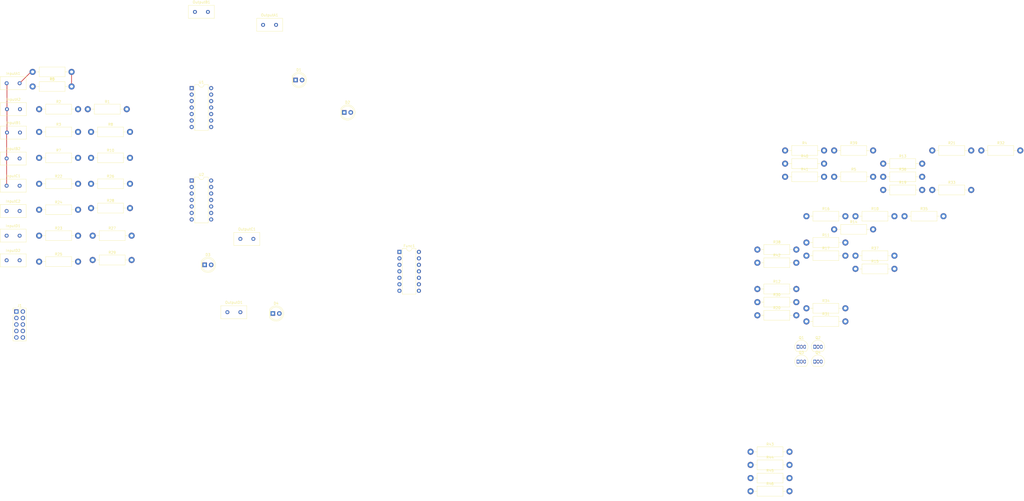
<source format=kicad_pcb>
(kicad_pcb (version 20171130) (host pcbnew 5.1.7)

  (general
    (thickness 1.6)
    (drawings 0)
    (tracks 9)
    (zones 0)
    (modules 70)
    (nets 52)
  )

  (page A4)
  (layers
    (0 F.Cu signal)
    (31 B.Cu signal)
    (32 B.Adhes user)
    (33 F.Adhes user)
    (34 B.Paste user)
    (35 F.Paste user)
    (36 B.SilkS user)
    (37 F.SilkS user)
    (38 B.Mask user)
    (39 F.Mask user)
    (40 Dwgs.User user)
    (41 Cmts.User user)
    (42 Eco1.User user)
    (43 Eco2.User user)
    (44 Edge.Cuts user)
    (45 Margin user)
    (46 B.CrtYd user)
    (47 F.CrtYd user)
    (48 B.Fab user)
    (49 F.Fab user)
  )

  (setup
    (last_trace_width 0.25)
    (trace_clearance 0.2)
    (zone_clearance 0.508)
    (zone_45_only no)
    (trace_min 0.2)
    (via_size 0.8)
    (via_drill 0.4)
    (via_min_size 0.4)
    (via_min_drill 0.3)
    (uvia_size 0.3)
    (uvia_drill 0.1)
    (uvias_allowed no)
    (uvia_min_size 0.2)
    (uvia_min_drill 0.1)
    (edge_width 0.05)
    (segment_width 0.2)
    (pcb_text_width 0.3)
    (pcb_text_size 1.5 1.5)
    (mod_edge_width 0.12)
    (mod_text_size 1 1)
    (mod_text_width 0.15)
    (pad_size 1.524 1.524)
    (pad_drill 0.762)
    (pad_to_mask_clearance 0)
    (aux_axis_origin 0 0)
    (visible_elements FFFFFF7F)
    (pcbplotparams
      (layerselection 0x010fc_ffffffff)
      (usegerberextensions false)
      (usegerberattributes true)
      (usegerberadvancedattributes true)
      (creategerberjobfile true)
      (excludeedgelayer true)
      (linewidth 0.100000)
      (plotframeref false)
      (viasonmask false)
      (mode 1)
      (useauxorigin false)
      (hpglpennumber 1)
      (hpglpenspeed 20)
      (hpglpendiameter 15.000000)
      (psnegative false)
      (psa4output false)
      (plotreference true)
      (plotvalue true)
      (plotinvisibletext false)
      (padsonsilk false)
      (subtractmaskfromsilk false)
      (outputformat 1)
      (mirror false)
      (drillshape 1)
      (scaleselection 1)
      (outputdirectory ""))
  )

  (net 0 "")
  (net 1 "Net-(Func1-Pad1)")
  (net 2 "Net-(Func1-Pad8)")
  (net 3 "Net-(Func1-Pad2)")
  (net 4 "Net-(Func1-Pad9)")
  (net 5 "Net-(Func1-Pad3)")
  (net 6 "Net-(Func1-Pad10)")
  (net 7 "Net-(Func1-Pad4)")
  (net 8 "Net-(Func1-Pad11)")
  (net 9 "Net-(Func1-Pad5)")
  (net 10 "Net-(Func1-Pad12)")
  (net 11 "Net-(Func1-Pad6)")
  (net 12 "Net-(Func1-Pad13)")
  (net 13 GND)
  (net 14 +12V)
  (net 15 "Net-(Q1-Pad3)")
  (net 16 "Net-(Q2-Pad3)")
  (net 17 "Net-(Q3-Pad3)")
  (net 18 "Net-(Q4-Pad3)")
  (net 19 "Net-(D1-Pad2)")
  (net 20 "Net-(D2-Pad2)")
  (net 21 "Net-(D3-Pad2)")
  (net 22 "Net-(D4-Pad2)")
  (net 23 "Net-(InputA1-PadT)")
  (net 24 "Net-(InputA2-PadT)")
  (net 25 "Net-(InputB1-PadT)")
  (net 26 "Net-(InputB2-PadT)")
  (net 27 "Net-(InputC1-PadT)")
  (net 28 "Net-(InputC2-PadT)")
  (net 29 "Net-(InputD1-PadT)")
  (net 30 "Net-(InputD2-PadT)")
  (net 31 "Net-(OutputA1-PadT)")
  (net 32 "Net-(OutputB1-PadT)")
  (net 33 "Net-(OutputC1-PadT)")
  (net 34 "Net-(OutputD1-PadT)")
  (net 35 "Net-(R1-Pad2)")
  (net 36 "Net-(R3-Pad1)")
  (net 37 "Net-(R6-Pad1)")
  (net 38 "Net-(R10-Pad2)")
  (net 39 "Net-(R12-Pad1)")
  (net 40 "Net-(R13-Pad1)")
  (net 41 "Net-(R14-Pad1)")
  (net 42 "Net-(R15-Pad1)")
  (net 43 "Net-(R22-Pad1)")
  (net 44 "Net-(R23-Pad1)")
  (net 45 "Net-(R24-Pad1)")
  (net 46 "Net-(R25-Pad1)")
  (net 47 "Net-(R31-Pad1)")
  (net 48 "Net-(R32-Pad1)")
  (net 49 "Net-(R33-Pad1)")
  (net 50 "Net-(R34-Pad1)")
  (net 51 -12V)

  (net_class Default "This is the default net class."
    (clearance 0.2)
    (trace_width 0.25)
    (via_dia 0.8)
    (via_drill 0.4)
    (uvia_dia 0.3)
    (uvia_drill 0.1)
    (add_net +12V)
    (add_net -12V)
    (add_net GND)
    (add_net "Net-(D1-Pad2)")
    (add_net "Net-(D2-Pad2)")
    (add_net "Net-(D3-Pad2)")
    (add_net "Net-(D4-Pad2)")
    (add_net "Net-(Func1-Pad1)")
    (add_net "Net-(Func1-Pad10)")
    (add_net "Net-(Func1-Pad11)")
    (add_net "Net-(Func1-Pad12)")
    (add_net "Net-(Func1-Pad13)")
    (add_net "Net-(Func1-Pad2)")
    (add_net "Net-(Func1-Pad3)")
    (add_net "Net-(Func1-Pad4)")
    (add_net "Net-(Func1-Pad5)")
    (add_net "Net-(Func1-Pad6)")
    (add_net "Net-(Func1-Pad8)")
    (add_net "Net-(Func1-Pad9)")
    (add_net "Net-(InputA1-PadT)")
    (add_net "Net-(InputA2-PadT)")
    (add_net "Net-(InputB1-PadT)")
    (add_net "Net-(InputB2-PadT)")
    (add_net "Net-(InputC1-PadT)")
    (add_net "Net-(InputC2-PadT)")
    (add_net "Net-(InputD1-PadT)")
    (add_net "Net-(InputD2-PadT)")
    (add_net "Net-(OutputA1-PadT)")
    (add_net "Net-(OutputB1-PadT)")
    (add_net "Net-(OutputC1-PadT)")
    (add_net "Net-(OutputD1-PadT)")
    (add_net "Net-(Q1-Pad3)")
    (add_net "Net-(Q2-Pad3)")
    (add_net "Net-(Q3-Pad3)")
    (add_net "Net-(Q4-Pad3)")
    (add_net "Net-(R1-Pad2)")
    (add_net "Net-(R10-Pad2)")
    (add_net "Net-(R12-Pad1)")
    (add_net "Net-(R13-Pad1)")
    (add_net "Net-(R14-Pad1)")
    (add_net "Net-(R15-Pad1)")
    (add_net "Net-(R22-Pad1)")
    (add_net "Net-(R23-Pad1)")
    (add_net "Net-(R24-Pad1)")
    (add_net "Net-(R25-Pad1)")
    (add_net "Net-(R3-Pad1)")
    (add_net "Net-(R31-Pad1)")
    (add_net "Net-(R32-Pad1)")
    (add_net "Net-(R33-Pad1)")
    (add_net "Net-(R34-Pad1)")
    (add_net "Net-(R6-Pad1)")
  )

  (module Package_DIP:DIP-14_W7.62mm (layer F.Cu) (tedit 5A02E8C5) (tstamp 5FBAD323)
    (at 171.45 85.09)
    (descr "14-lead though-hole mounted DIP package, row spacing 7.62 mm (300 mils)")
    (tags "THT DIP DIL PDIP 2.54mm 7.62mm 300mil")
    (path /5FBF04C5)
    (fp_text reference Func1 (at 3.81 -2.33) (layer F.SilkS)
      (effects (font (size 1 1) (thickness 0.15)))
    )
    (fp_text value 4030 (at 3.81 17.57) (layer F.Fab)
      (effects (font (size 1 1) (thickness 0.15)))
    )
    (fp_line (start 1.635 -1.27) (end 6.985 -1.27) (layer F.Fab) (width 0.1))
    (fp_line (start 6.985 -1.27) (end 6.985 16.51) (layer F.Fab) (width 0.1))
    (fp_line (start 6.985 16.51) (end 0.635 16.51) (layer F.Fab) (width 0.1))
    (fp_line (start 0.635 16.51) (end 0.635 -0.27) (layer F.Fab) (width 0.1))
    (fp_line (start 0.635 -0.27) (end 1.635 -1.27) (layer F.Fab) (width 0.1))
    (fp_line (start 2.81 -1.33) (end 1.16 -1.33) (layer F.SilkS) (width 0.12))
    (fp_line (start 1.16 -1.33) (end 1.16 16.57) (layer F.SilkS) (width 0.12))
    (fp_line (start 1.16 16.57) (end 6.46 16.57) (layer F.SilkS) (width 0.12))
    (fp_line (start 6.46 16.57) (end 6.46 -1.33) (layer F.SilkS) (width 0.12))
    (fp_line (start 6.46 -1.33) (end 4.81 -1.33) (layer F.SilkS) (width 0.12))
    (fp_line (start -1.1 -1.55) (end -1.1 16.8) (layer F.CrtYd) (width 0.05))
    (fp_line (start -1.1 16.8) (end 8.7 16.8) (layer F.CrtYd) (width 0.05))
    (fp_line (start 8.7 16.8) (end 8.7 -1.55) (layer F.CrtYd) (width 0.05))
    (fp_line (start 8.7 -1.55) (end -1.1 -1.55) (layer F.CrtYd) (width 0.05))
    (fp_arc (start 3.81 -1.33) (end 2.81 -1.33) (angle -180) (layer F.SilkS) (width 0.12))
    (fp_text user %R (at 3.81 7.62) (layer F.Fab)
      (effects (font (size 1 1) (thickness 0.15)))
    )
    (pad 1 thru_hole rect (at 0 0) (size 1.6 1.6) (drill 0.8) (layers *.Cu *.Mask)
      (net 1 "Net-(Func1-Pad1)"))
    (pad 8 thru_hole oval (at 7.62 15.24) (size 1.6 1.6) (drill 0.8) (layers *.Cu *.Mask)
      (net 2 "Net-(Func1-Pad8)"))
    (pad 2 thru_hole oval (at 0 2.54) (size 1.6 1.6) (drill 0.8) (layers *.Cu *.Mask)
      (net 3 "Net-(Func1-Pad2)"))
    (pad 9 thru_hole oval (at 7.62 12.7) (size 1.6 1.6) (drill 0.8) (layers *.Cu *.Mask)
      (net 4 "Net-(Func1-Pad9)"))
    (pad 3 thru_hole oval (at 0 5.08) (size 1.6 1.6) (drill 0.8) (layers *.Cu *.Mask)
      (net 5 "Net-(Func1-Pad3)"))
    (pad 10 thru_hole oval (at 7.62 10.16) (size 1.6 1.6) (drill 0.8) (layers *.Cu *.Mask)
      (net 6 "Net-(Func1-Pad10)"))
    (pad 4 thru_hole oval (at 0 7.62) (size 1.6 1.6) (drill 0.8) (layers *.Cu *.Mask)
      (net 7 "Net-(Func1-Pad4)"))
    (pad 11 thru_hole oval (at 7.62 7.62) (size 1.6 1.6) (drill 0.8) (layers *.Cu *.Mask)
      (net 8 "Net-(Func1-Pad11)"))
    (pad 5 thru_hole oval (at 0 10.16) (size 1.6 1.6) (drill 0.8) (layers *.Cu *.Mask)
      (net 9 "Net-(Func1-Pad5)"))
    (pad 12 thru_hole oval (at 7.62 5.08) (size 1.6 1.6) (drill 0.8) (layers *.Cu *.Mask)
      (net 10 "Net-(Func1-Pad12)"))
    (pad 6 thru_hole oval (at 0 12.7) (size 1.6 1.6) (drill 0.8) (layers *.Cu *.Mask)
      (net 11 "Net-(Func1-Pad6)"))
    (pad 13 thru_hole oval (at 7.62 2.54) (size 1.6 1.6) (drill 0.8) (layers *.Cu *.Mask)
      (net 12 "Net-(Func1-Pad13)"))
    (pad 7 thru_hole oval (at 0 15.24) (size 1.6 1.6) (drill 0.8) (layers *.Cu *.Mask)
      (net 13 GND))
    (pad 14 thru_hole oval (at 7.62 0) (size 1.6 1.6) (drill 0.8) (layers *.Cu *.Mask)
      (net 14 +12V))
    (model ${KISYS3DMOD}/Package_DIP.3dshapes/DIP-14_W7.62mm.wrl
      (at (xyz 0 0 0))
      (scale (xyz 1 1 1))
      (rotate (xyz 0 0 0))
    )
  )

  (module Package_TO_SOT_THT:TO-92_Inline (layer F.Cu) (tedit 5A1DD157) (tstamp 5FBA1C13)
    (at 327.422001 122.262001)
    (descr "TO-92 leads in-line, narrow, oval pads, drill 0.75mm (see NXP sot054_po.pdf)")
    (tags "to-92 sc-43 sc-43a sot54 PA33 transistor")
    (path /5FB9FCC6)
    (fp_text reference Q1 (at 1.27 -3.56) (layer F.SilkS)
      (effects (font (size 1 1) (thickness 0.15)))
    )
    (fp_text value BC547 (at 1.27 2.79) (layer F.Fab)
      (effects (font (size 1 1) (thickness 0.15)))
    )
    (fp_line (start 4 2.01) (end -1.46 2.01) (layer F.CrtYd) (width 0.05))
    (fp_line (start 4 2.01) (end 4 -2.73) (layer F.CrtYd) (width 0.05))
    (fp_line (start -1.46 -2.73) (end -1.46 2.01) (layer F.CrtYd) (width 0.05))
    (fp_line (start -1.46 -2.73) (end 4 -2.73) (layer F.CrtYd) (width 0.05))
    (fp_line (start -0.5 1.75) (end 3 1.75) (layer F.Fab) (width 0.1))
    (fp_line (start -0.53 1.85) (end 3.07 1.85) (layer F.SilkS) (width 0.12))
    (fp_arc (start 1.27 0) (end 1.27 -2.6) (angle 135) (layer F.SilkS) (width 0.12))
    (fp_arc (start 1.27 0) (end 1.27 -2.48) (angle -135) (layer F.Fab) (width 0.1))
    (fp_arc (start 1.27 0) (end 1.27 -2.6) (angle -135) (layer F.SilkS) (width 0.12))
    (fp_arc (start 1.27 0) (end 1.27 -2.48) (angle 135) (layer F.Fab) (width 0.1))
    (fp_text user %R (at 1.27 0) (layer F.Fab)
      (effects (font (size 1 1) (thickness 0.15)))
    )
    (pad 1 thru_hole rect (at 0 0) (size 1.05 1.5) (drill 0.75) (layers *.Cu *.Mask)
      (net 14 +12V))
    (pad 3 thru_hole oval (at 2.54 0) (size 1.05 1.5) (drill 0.75) (layers *.Cu *.Mask)
      (net 15 "Net-(Q1-Pad3)"))
    (pad 2 thru_hole oval (at 1.27 0) (size 1.05 1.5) (drill 0.75) (layers *.Cu *.Mask)
      (net 5 "Net-(Func1-Pad3)"))
    (model ${KISYS3DMOD}/Package_TO_SOT_THT.3dshapes/TO-92_Inline.wrl
      (at (xyz 0 0 0))
      (scale (xyz 1 1 1))
      (rotate (xyz 0 0 0))
    )
  )

  (module Package_TO_SOT_THT:TO-92_Inline (layer F.Cu) (tedit 5A1DD157) (tstamp 5FBA1BE0)
    (at 333.932001 122.262001)
    (descr "TO-92 leads in-line, narrow, oval pads, drill 0.75mm (see NXP sot054_po.pdf)")
    (tags "to-92 sc-43 sc-43a sot54 PA33 transistor")
    (path /5FC115C0)
    (fp_text reference Q2 (at 1.27 -3.56) (layer F.SilkS)
      (effects (font (size 1 1) (thickness 0.15)))
    )
    (fp_text value BC547 (at 1.27 2.79) (layer F.Fab)
      (effects (font (size 1 1) (thickness 0.15)))
    )
    (fp_line (start -0.53 1.85) (end 3.07 1.85) (layer F.SilkS) (width 0.12))
    (fp_line (start -0.5 1.75) (end 3 1.75) (layer F.Fab) (width 0.1))
    (fp_line (start -1.46 -2.73) (end 4 -2.73) (layer F.CrtYd) (width 0.05))
    (fp_line (start -1.46 -2.73) (end -1.46 2.01) (layer F.CrtYd) (width 0.05))
    (fp_line (start 4 2.01) (end 4 -2.73) (layer F.CrtYd) (width 0.05))
    (fp_line (start 4 2.01) (end -1.46 2.01) (layer F.CrtYd) (width 0.05))
    (fp_text user %R (at 1.27 0) (layer F.Fab)
      (effects (font (size 1 1) (thickness 0.15)))
    )
    (fp_arc (start 1.27 0) (end 1.27 -2.48) (angle 135) (layer F.Fab) (width 0.1))
    (fp_arc (start 1.27 0) (end 1.27 -2.6) (angle -135) (layer F.SilkS) (width 0.12))
    (fp_arc (start 1.27 0) (end 1.27 -2.48) (angle -135) (layer F.Fab) (width 0.1))
    (fp_arc (start 1.27 0) (end 1.27 -2.6) (angle 135) (layer F.SilkS) (width 0.12))
    (pad 2 thru_hole oval (at 1.27 0) (size 1.05 1.5) (drill 0.75) (layers *.Cu *.Mask)
      (net 7 "Net-(Func1-Pad4)"))
    (pad 3 thru_hole oval (at 2.54 0) (size 1.05 1.5) (drill 0.75) (layers *.Cu *.Mask)
      (net 16 "Net-(Q2-Pad3)"))
    (pad 1 thru_hole rect (at 0 0) (size 1.05 1.5) (drill 0.75) (layers *.Cu *.Mask)
      (net 14 +12V))
    (model ${KISYS3DMOD}/Package_TO_SOT_THT.3dshapes/TO-92_Inline.wrl
      (at (xyz 0 0 0))
      (scale (xyz 1 1 1))
      (rotate (xyz 0 0 0))
    )
  )

  (module Package_TO_SOT_THT:TO-92_Inline (layer F.Cu) (tedit 5A1DD157) (tstamp 5FBA1BAD)
    (at 327.422001 128.052001)
    (descr "TO-92 leads in-line, narrow, oval pads, drill 0.75mm (see NXP sot054_po.pdf)")
    (tags "to-92 sc-43 sc-43a sot54 PA33 transistor")
    (path /5FC2922E)
    (fp_text reference Q3 (at 1.27 -3.56) (layer F.SilkS)
      (effects (font (size 1 1) (thickness 0.15)))
    )
    (fp_text value BC547 (at 1.27 2.79) (layer F.Fab)
      (effects (font (size 1 1) (thickness 0.15)))
    )
    (fp_line (start -0.53 1.85) (end 3.07 1.85) (layer F.SilkS) (width 0.12))
    (fp_line (start -0.5 1.75) (end 3 1.75) (layer F.Fab) (width 0.1))
    (fp_line (start -1.46 -2.73) (end 4 -2.73) (layer F.CrtYd) (width 0.05))
    (fp_line (start -1.46 -2.73) (end -1.46 2.01) (layer F.CrtYd) (width 0.05))
    (fp_line (start 4 2.01) (end 4 -2.73) (layer F.CrtYd) (width 0.05))
    (fp_line (start 4 2.01) (end -1.46 2.01) (layer F.CrtYd) (width 0.05))
    (fp_text user %R (at 1.27 0) (layer F.Fab)
      (effects (font (size 1 1) (thickness 0.15)))
    )
    (fp_arc (start 1.27 0) (end 1.27 -2.48) (angle 135) (layer F.Fab) (width 0.1))
    (fp_arc (start 1.27 0) (end 1.27 -2.6) (angle -135) (layer F.SilkS) (width 0.12))
    (fp_arc (start 1.27 0) (end 1.27 -2.48) (angle -135) (layer F.Fab) (width 0.1))
    (fp_arc (start 1.27 0) (end 1.27 -2.6) (angle 135) (layer F.SilkS) (width 0.12))
    (pad 2 thru_hole oval (at 1.27 0) (size 1.05 1.5) (drill 0.75) (layers *.Cu *.Mask)
      (net 6 "Net-(Func1-Pad10)"))
    (pad 3 thru_hole oval (at 2.54 0) (size 1.05 1.5) (drill 0.75) (layers *.Cu *.Mask)
      (net 17 "Net-(Q3-Pad3)"))
    (pad 1 thru_hole rect (at 0 0) (size 1.05 1.5) (drill 0.75) (layers *.Cu *.Mask)
      (net 14 +12V))
    (model ${KISYS3DMOD}/Package_TO_SOT_THT.3dshapes/TO-92_Inline.wrl
      (at (xyz 0 0 0))
      (scale (xyz 1 1 1))
      (rotate (xyz 0 0 0))
    )
  )

  (module Package_TO_SOT_THT:TO-92_Inline (layer F.Cu) (tedit 5A1DD157) (tstamp 5FBA1B7A)
    (at 333.932001 128.052001)
    (descr "TO-92 leads in-line, narrow, oval pads, drill 0.75mm (see NXP sot054_po.pdf)")
    (tags "to-92 sc-43 sc-43a sot54 PA33 transistor")
    (path /5FBBD364)
    (fp_text reference Q4 (at 1.27 -3.56) (layer F.SilkS)
      (effects (font (size 1 1) (thickness 0.15)))
    )
    (fp_text value BC547 (at 1.27 2.79) (layer F.Fab)
      (effects (font (size 1 1) (thickness 0.15)))
    )
    (fp_line (start 4 2.01) (end -1.46 2.01) (layer F.CrtYd) (width 0.05))
    (fp_line (start 4 2.01) (end 4 -2.73) (layer F.CrtYd) (width 0.05))
    (fp_line (start -1.46 -2.73) (end -1.46 2.01) (layer F.CrtYd) (width 0.05))
    (fp_line (start -1.46 -2.73) (end 4 -2.73) (layer F.CrtYd) (width 0.05))
    (fp_line (start -0.5 1.75) (end 3 1.75) (layer F.Fab) (width 0.1))
    (fp_line (start -0.53 1.85) (end 3.07 1.85) (layer F.SilkS) (width 0.12))
    (fp_arc (start 1.27 0) (end 1.27 -2.6) (angle 135) (layer F.SilkS) (width 0.12))
    (fp_arc (start 1.27 0) (end 1.27 -2.48) (angle -135) (layer F.Fab) (width 0.1))
    (fp_arc (start 1.27 0) (end 1.27 -2.6) (angle -135) (layer F.SilkS) (width 0.12))
    (fp_arc (start 1.27 0) (end 1.27 -2.48) (angle 135) (layer F.Fab) (width 0.1))
    (fp_text user %R (at 1.27 0) (layer F.Fab)
      (effects (font (size 1 1) (thickness 0.15)))
    )
    (pad 1 thru_hole rect (at 0 0) (size 1.05 1.5) (drill 0.75) (layers *.Cu *.Mask)
      (net 14 +12V))
    (pad 3 thru_hole oval (at 2.54 0) (size 1.05 1.5) (drill 0.75) (layers *.Cu *.Mask)
      (net 18 "Net-(Q4-Pad3)"))
    (pad 2 thru_hole oval (at 1.27 0) (size 1.05 1.5) (drill 0.75) (layers *.Cu *.Mask)
      (net 8 "Net-(Func1-Pad11)"))
    (model ${KISYS3DMOD}/Package_TO_SOT_THT.3dshapes/TO-92_Inline.wrl
      (at (xyz 0 0 0))
      (scale (xyz 1 1 1))
      (rotate (xyz 0 0 0))
    )
  )

  (module LED_THT:LED_D5.0mm (layer F.Cu) (tedit 5995936A) (tstamp 5FBA32FE)
    (at 130.81 17.78)
    (descr "LED, diameter 5.0mm, 2 pins, http://cdn-reichelt.de/documents/datenblatt/A500/LL-504BC2E-009.pdf")
    (tags "LED diameter 5.0mm 2 pins")
    (path /5FBBB211)
    (fp_text reference D1 (at 1.27 -3.96) (layer F.SilkS)
      (effects (font (size 1 1) (thickness 0.15)))
    )
    (fp_text value LED (at 1.27 3.96) (layer F.Fab)
      (effects (font (size 1 1) (thickness 0.15)))
    )
    (fp_line (start 4.5 -3.25) (end -1.95 -3.25) (layer F.CrtYd) (width 0.05))
    (fp_line (start 4.5 3.25) (end 4.5 -3.25) (layer F.CrtYd) (width 0.05))
    (fp_line (start -1.95 3.25) (end 4.5 3.25) (layer F.CrtYd) (width 0.05))
    (fp_line (start -1.95 -3.25) (end -1.95 3.25) (layer F.CrtYd) (width 0.05))
    (fp_line (start -1.29 -1.545) (end -1.29 1.545) (layer F.SilkS) (width 0.12))
    (fp_line (start -1.23 -1.469694) (end -1.23 1.469694) (layer F.Fab) (width 0.1))
    (fp_circle (center 1.27 0) (end 3.77 0) (layer F.SilkS) (width 0.12))
    (fp_circle (center 1.27 0) (end 3.77 0) (layer F.Fab) (width 0.1))
    (fp_text user %R (at 1.25 0) (layer F.Fab)
      (effects (font (size 0.8 0.8) (thickness 0.2)))
    )
    (fp_arc (start 1.27 0) (end -1.29 1.54483) (angle -148.9) (layer F.SilkS) (width 0.12))
    (fp_arc (start 1.27 0) (end -1.29 -1.54483) (angle 148.9) (layer F.SilkS) (width 0.12))
    (fp_arc (start 1.27 0) (end -1.23 -1.469694) (angle 299.1) (layer F.Fab) (width 0.1))
    (pad 2 thru_hole circle (at 2.54 0) (size 1.8 1.8) (drill 0.9) (layers *.Cu *.Mask)
      (net 19 "Net-(D1-Pad2)"))
    (pad 1 thru_hole rect (at 0 0) (size 1.8 1.8) (drill 0.9) (layers *.Cu *.Mask)
      (net 13 GND))
    (model ${KISYS3DMOD}/LED_THT.3dshapes/LED_D5.0mm.wrl
      (at (xyz 0 0 0))
      (scale (xyz 1 1 1))
      (rotate (xyz 0 0 0))
    )
  )

  (module LED_THT:LED_D5.0mm (layer F.Cu) (tedit 5995936A) (tstamp 5FBACE54)
    (at 149.86 30.48)
    (descr "LED, diameter 5.0mm, 2 pins, http://cdn-reichelt.de/documents/datenblatt/A500/LL-504BC2E-009.pdf")
    (tags "LED diameter 5.0mm 2 pins")
    (path /5FC115CC)
    (fp_text reference D2 (at 1.27 -3.96) (layer F.SilkS)
      (effects (font (size 1 1) (thickness 0.15)))
    )
    (fp_text value LED (at 1.27 3.96) (layer F.Fab)
      (effects (font (size 1 1) (thickness 0.15)))
    )
    (fp_circle (center 1.27 0) (end 3.77 0) (layer F.Fab) (width 0.1))
    (fp_circle (center 1.27 0) (end 3.77 0) (layer F.SilkS) (width 0.12))
    (fp_line (start -1.23 -1.469694) (end -1.23 1.469694) (layer F.Fab) (width 0.1))
    (fp_line (start -1.29 -1.545) (end -1.29 1.545) (layer F.SilkS) (width 0.12))
    (fp_line (start -1.95 -3.25) (end -1.95 3.25) (layer F.CrtYd) (width 0.05))
    (fp_line (start -1.95 3.25) (end 4.5 3.25) (layer F.CrtYd) (width 0.05))
    (fp_line (start 4.5 3.25) (end 4.5 -3.25) (layer F.CrtYd) (width 0.05))
    (fp_line (start 4.5 -3.25) (end -1.95 -3.25) (layer F.CrtYd) (width 0.05))
    (fp_arc (start 1.27 0) (end -1.23 -1.469694) (angle 299.1) (layer F.Fab) (width 0.1))
    (fp_arc (start 1.27 0) (end -1.29 -1.54483) (angle 148.9) (layer F.SilkS) (width 0.12))
    (fp_arc (start 1.27 0) (end -1.29 1.54483) (angle -148.9) (layer F.SilkS) (width 0.12))
    (fp_text user %R (at 1.25 0) (layer F.Fab)
      (effects (font (size 0.8 0.8) (thickness 0.2)))
    )
    (pad 1 thru_hole rect (at 0 0) (size 1.8 1.8) (drill 0.9) (layers *.Cu *.Mask)
      (net 13 GND))
    (pad 2 thru_hole circle (at 2.54 0) (size 1.8 1.8) (drill 0.9) (layers *.Cu *.Mask)
      (net 20 "Net-(D2-Pad2)"))
    (model ${KISYS3DMOD}/LED_THT.3dshapes/LED_D5.0mm.wrl
      (at (xyz 0 0 0))
      (scale (xyz 1 1 1))
      (rotate (xyz 0 0 0))
    )
  )

  (module LED_THT:LED_D5.0mm (layer F.Cu) (tedit 5995936A) (tstamp 5FBAD217)
    (at 95.25 90.17)
    (descr "LED, diameter 5.0mm, 2 pins, http://cdn-reichelt.de/documents/datenblatt/A500/LL-504BC2E-009.pdf")
    (tags "LED diameter 5.0mm 2 pins")
    (path /5FC2923A)
    (fp_text reference D3 (at 1.27 -3.96) (layer F.SilkS)
      (effects (font (size 1 1) (thickness 0.15)))
    )
    (fp_text value LED (at 1.27 3.96) (layer F.Fab)
      (effects (font (size 1 1) (thickness 0.15)))
    )
    (fp_line (start 4.5 -3.25) (end -1.95 -3.25) (layer F.CrtYd) (width 0.05))
    (fp_line (start 4.5 3.25) (end 4.5 -3.25) (layer F.CrtYd) (width 0.05))
    (fp_line (start -1.95 3.25) (end 4.5 3.25) (layer F.CrtYd) (width 0.05))
    (fp_line (start -1.95 -3.25) (end -1.95 3.25) (layer F.CrtYd) (width 0.05))
    (fp_line (start -1.29 -1.545) (end -1.29 1.545) (layer F.SilkS) (width 0.12))
    (fp_line (start -1.23 -1.469694) (end -1.23 1.469694) (layer F.Fab) (width 0.1))
    (fp_circle (center 1.27 0) (end 3.77 0) (layer F.SilkS) (width 0.12))
    (fp_circle (center 1.27 0) (end 3.77 0) (layer F.Fab) (width 0.1))
    (fp_text user %R (at 1.25 0) (layer F.Fab)
      (effects (font (size 0.8 0.8) (thickness 0.2)))
    )
    (fp_arc (start 1.27 0) (end -1.29 1.54483) (angle -148.9) (layer F.SilkS) (width 0.12))
    (fp_arc (start 1.27 0) (end -1.29 -1.54483) (angle 148.9) (layer F.SilkS) (width 0.12))
    (fp_arc (start 1.27 0) (end -1.23 -1.469694) (angle 299.1) (layer F.Fab) (width 0.1))
    (pad 2 thru_hole circle (at 2.54 0) (size 1.8 1.8) (drill 0.9) (layers *.Cu *.Mask)
      (net 21 "Net-(D3-Pad2)"))
    (pad 1 thru_hole rect (at 0 0) (size 1.8 1.8) (drill 0.9) (layers *.Cu *.Mask)
      (net 13 GND))
    (model ${KISYS3DMOD}/LED_THT.3dshapes/LED_D5.0mm.wrl
      (at (xyz 0 0 0))
      (scale (xyz 1 1 1))
      (rotate (xyz 0 0 0))
    )
  )

  (module LED_THT:LED_D5.0mm (layer F.Cu) (tedit 5995936A) (tstamp 5FBB3557)
    (at 121.92 109.22)
    (descr "LED, diameter 5.0mm, 2 pins, http://cdn-reichelt.de/documents/datenblatt/A500/LL-504BC2E-009.pdf")
    (tags "LED diameter 5.0mm 2 pins")
    (path /5FBBD370)
    (fp_text reference D4 (at 1.27 -3.96) (layer F.SilkS)
      (effects (font (size 1 1) (thickness 0.15)))
    )
    (fp_text value LED (at 1.27 3.96) (layer F.Fab)
      (effects (font (size 1 1) (thickness 0.15)))
    )
    (fp_circle (center 1.27 0) (end 3.77 0) (layer F.Fab) (width 0.1))
    (fp_circle (center 1.27 0) (end 3.77 0) (layer F.SilkS) (width 0.12))
    (fp_line (start -1.23 -1.469694) (end -1.23 1.469694) (layer F.Fab) (width 0.1))
    (fp_line (start -1.29 -1.545) (end -1.29 1.545) (layer F.SilkS) (width 0.12))
    (fp_line (start -1.95 -3.25) (end -1.95 3.25) (layer F.CrtYd) (width 0.05))
    (fp_line (start -1.95 3.25) (end 4.5 3.25) (layer F.CrtYd) (width 0.05))
    (fp_line (start 4.5 3.25) (end 4.5 -3.25) (layer F.CrtYd) (width 0.05))
    (fp_line (start 4.5 -3.25) (end -1.95 -3.25) (layer F.CrtYd) (width 0.05))
    (fp_arc (start 1.27 0) (end -1.23 -1.469694) (angle 299.1) (layer F.Fab) (width 0.1))
    (fp_arc (start 1.27 0) (end -1.29 -1.54483) (angle 148.9) (layer F.SilkS) (width 0.12))
    (fp_arc (start 1.27 0) (end -1.29 1.54483) (angle -148.9) (layer F.SilkS) (width 0.12))
    (fp_text user %R (at 1.25 0) (layer F.Fab)
      (effects (font (size 0.8 0.8) (thickness 0.2)))
    )
    (pad 1 thru_hole rect (at 0 0) (size 1.8 1.8) (drill 0.9) (layers *.Cu *.Mask)
      (net 13 GND))
    (pad 2 thru_hole circle (at 2.54 0) (size 1.8 1.8) (drill 0.9) (layers *.Cu *.Mask)
      (net 22 "Net-(D4-Pad2)"))
    (model ${KISYS3DMOD}/LED_THT.3dshapes/LED_D5.0mm.wrl
      (at (xyz 0 0 0))
      (scale (xyz 1 1 1))
      (rotate (xyz 0 0 0))
    )
  )

  (module Resistor_THT:R_Axial_DIN0411_L9.9mm_D3.6mm_P15.24mm_Horizontal (layer F.Cu) (tedit 5AE5139B) (tstamp 5FBA2D66)
    (at 49.53 29.21)
    (descr "Resistor, Axial_DIN0411 series, Axial, Horizontal, pin pitch=15.24mm, 1W, length*diameter=9.9*3.6mm^2")
    (tags "Resistor Axial_DIN0411 series Axial Horizontal pin pitch 15.24mm 1W length 9.9mm diameter 3.6mm")
    (path /5FBDEBDA)
    (fp_text reference R1 (at 7.62 -2.92) (layer F.SilkS)
      (effects (font (size 1 1) (thickness 0.15)))
    )
    (fp_text value 100k (at 7.62 2.92) (layer F.Fab)
      (effects (font (size 1 1) (thickness 0.15)))
    )
    (fp_line (start 2.67 -1.8) (end 2.67 1.8) (layer F.Fab) (width 0.1))
    (fp_line (start 2.67 1.8) (end 12.57 1.8) (layer F.Fab) (width 0.1))
    (fp_line (start 12.57 1.8) (end 12.57 -1.8) (layer F.Fab) (width 0.1))
    (fp_line (start 12.57 -1.8) (end 2.67 -1.8) (layer F.Fab) (width 0.1))
    (fp_line (start 0 0) (end 2.67 0) (layer F.Fab) (width 0.1))
    (fp_line (start 15.24 0) (end 12.57 0) (layer F.Fab) (width 0.1))
    (fp_line (start 2.55 -1.92) (end 2.55 1.92) (layer F.SilkS) (width 0.12))
    (fp_line (start 2.55 1.92) (end 12.69 1.92) (layer F.SilkS) (width 0.12))
    (fp_line (start 12.69 1.92) (end 12.69 -1.92) (layer F.SilkS) (width 0.12))
    (fp_line (start 12.69 -1.92) (end 2.55 -1.92) (layer F.SilkS) (width 0.12))
    (fp_line (start 1.44 0) (end 2.55 0) (layer F.SilkS) (width 0.12))
    (fp_line (start 13.8 0) (end 12.69 0) (layer F.SilkS) (width 0.12))
    (fp_line (start -1.45 -2.05) (end -1.45 2.05) (layer F.CrtYd) (width 0.05))
    (fp_line (start -1.45 2.05) (end 16.69 2.05) (layer F.CrtYd) (width 0.05))
    (fp_line (start 16.69 2.05) (end 16.69 -2.05) (layer F.CrtYd) (width 0.05))
    (fp_line (start 16.69 -2.05) (end -1.45 -2.05) (layer F.CrtYd) (width 0.05))
    (fp_text user %R (at 7.62 0) (layer F.Fab)
      (effects (font (size 1 1) (thickness 0.15)))
    )
    (pad 1 thru_hole circle (at 0 0) (size 2.4 2.4) (drill 1.2) (layers *.Cu *.Mask)
      (net 13 GND))
    (pad 2 thru_hole oval (at 15.24 0) (size 2.4 2.4) (drill 1.2) (layers *.Cu *.Mask)
      (net 35 "Net-(R1-Pad2)"))
    (model ${KISYS3DMOD}/Resistor_THT.3dshapes/R_Axial_DIN0411_L9.9mm_D3.6mm_P15.24mm_Horizontal.wrl
      (at (xyz 0 0 0))
      (scale (xyz 1 1 1))
      (rotate (xyz 0 0 0))
    )
  )

  (module Resistor_THT:R_Axial_DIN0411_L9.9mm_D3.6mm_P15.24mm_Horizontal (layer F.Cu) (tedit 5AE5139B) (tstamp 5FBA2D24)
    (at 30.48 29.21)
    (descr "Resistor, Axial_DIN0411 series, Axial, Horizontal, pin pitch=15.24mm, 1W, length*diameter=9.9*3.6mm^2")
    (tags "Resistor Axial_DIN0411 series Axial Horizontal pin pitch 15.24mm 1W length 9.9mm diameter 3.6mm")
    (path /5FBD81E2)
    (fp_text reference R2 (at 7.62 -2.92) (layer F.SilkS)
      (effects (font (size 1 1) (thickness 0.15)))
    )
    (fp_text value 10k (at 7.62 2.92) (layer F.Fab)
      (effects (font (size 1 1) (thickness 0.15)))
    )
    (fp_line (start 16.69 -2.05) (end -1.45 -2.05) (layer F.CrtYd) (width 0.05))
    (fp_line (start 16.69 2.05) (end 16.69 -2.05) (layer F.CrtYd) (width 0.05))
    (fp_line (start -1.45 2.05) (end 16.69 2.05) (layer F.CrtYd) (width 0.05))
    (fp_line (start -1.45 -2.05) (end -1.45 2.05) (layer F.CrtYd) (width 0.05))
    (fp_line (start 13.8 0) (end 12.69 0) (layer F.SilkS) (width 0.12))
    (fp_line (start 1.44 0) (end 2.55 0) (layer F.SilkS) (width 0.12))
    (fp_line (start 12.69 -1.92) (end 2.55 -1.92) (layer F.SilkS) (width 0.12))
    (fp_line (start 12.69 1.92) (end 12.69 -1.92) (layer F.SilkS) (width 0.12))
    (fp_line (start 2.55 1.92) (end 12.69 1.92) (layer F.SilkS) (width 0.12))
    (fp_line (start 2.55 -1.92) (end 2.55 1.92) (layer F.SilkS) (width 0.12))
    (fp_line (start 15.24 0) (end 12.57 0) (layer F.Fab) (width 0.1))
    (fp_line (start 0 0) (end 2.67 0) (layer F.Fab) (width 0.1))
    (fp_line (start 12.57 -1.8) (end 2.67 -1.8) (layer F.Fab) (width 0.1))
    (fp_line (start 12.57 1.8) (end 12.57 -1.8) (layer F.Fab) (width 0.1))
    (fp_line (start 2.67 1.8) (end 12.57 1.8) (layer F.Fab) (width 0.1))
    (fp_line (start 2.67 -1.8) (end 2.67 1.8) (layer F.Fab) (width 0.1))
    (fp_text user %R (at 7.62 0) (layer F.Fab)
      (effects (font (size 1 1) (thickness 0.15)))
    )
    (pad 2 thru_hole oval (at 15.24 0) (size 2.4 2.4) (drill 1.2) (layers *.Cu *.Mask)
      (net 24 "Net-(InputA2-PadT)"))
    (pad 1 thru_hole circle (at 0 0) (size 2.4 2.4) (drill 1.2) (layers *.Cu *.Mask)
      (net 35 "Net-(R1-Pad2)"))
    (model ${KISYS3DMOD}/Resistor_THT.3dshapes/R_Axial_DIN0411_L9.9mm_D3.6mm_P15.24mm_Horizontal.wrl
      (at (xyz 0 0 0))
      (scale (xyz 1 1 1))
      (rotate (xyz 0 0 0))
    )
  )

  (module Resistor_THT:R_Axial_DIN0411_L9.9mm_D3.6mm_P15.24mm_Horizontal (layer F.Cu) (tedit 5AE5139B) (tstamp 5FBA2CE2)
    (at 30.48 38.1)
    (descr "Resistor, Axial_DIN0411 series, Axial, Horizontal, pin pitch=15.24mm, 1W, length*diameter=9.9*3.6mm^2")
    (tags "Resistor Axial_DIN0411 series Axial Horizontal pin pitch 15.24mm 1W length 9.9mm diameter 3.6mm")
    (path /5FC11548)
    (fp_text reference R3 (at 7.62 -2.92) (layer F.SilkS)
      (effects (font (size 1 1) (thickness 0.15)))
    )
    (fp_text value 10k (at 7.62 2.92) (layer F.Fab)
      (effects (font (size 1 1) (thickness 0.15)))
    )
    (fp_line (start 16.69 -2.05) (end -1.45 -2.05) (layer F.CrtYd) (width 0.05))
    (fp_line (start 16.69 2.05) (end 16.69 -2.05) (layer F.CrtYd) (width 0.05))
    (fp_line (start -1.45 2.05) (end 16.69 2.05) (layer F.CrtYd) (width 0.05))
    (fp_line (start -1.45 -2.05) (end -1.45 2.05) (layer F.CrtYd) (width 0.05))
    (fp_line (start 13.8 0) (end 12.69 0) (layer F.SilkS) (width 0.12))
    (fp_line (start 1.44 0) (end 2.55 0) (layer F.SilkS) (width 0.12))
    (fp_line (start 12.69 -1.92) (end 2.55 -1.92) (layer F.SilkS) (width 0.12))
    (fp_line (start 12.69 1.92) (end 12.69 -1.92) (layer F.SilkS) (width 0.12))
    (fp_line (start 2.55 1.92) (end 12.69 1.92) (layer F.SilkS) (width 0.12))
    (fp_line (start 2.55 -1.92) (end 2.55 1.92) (layer F.SilkS) (width 0.12))
    (fp_line (start 15.24 0) (end 12.57 0) (layer F.Fab) (width 0.1))
    (fp_line (start 0 0) (end 2.67 0) (layer F.Fab) (width 0.1))
    (fp_line (start 12.57 -1.8) (end 2.67 -1.8) (layer F.Fab) (width 0.1))
    (fp_line (start 12.57 1.8) (end 12.57 -1.8) (layer F.Fab) (width 0.1))
    (fp_line (start 2.67 1.8) (end 12.57 1.8) (layer F.Fab) (width 0.1))
    (fp_line (start 2.67 -1.8) (end 2.67 1.8) (layer F.Fab) (width 0.1))
    (fp_text user %R (at 7.62 0) (layer F.Fab)
      (effects (font (size 1 1) (thickness 0.15)))
    )
    (pad 2 thru_hole oval (at 15.24 0) (size 2.4 2.4) (drill 1.2) (layers *.Cu *.Mask)
      (net 25 "Net-(InputB1-PadT)"))
    (pad 1 thru_hole circle (at 0 0) (size 2.4 2.4) (drill 1.2) (layers *.Cu *.Mask)
      (net 36 "Net-(R3-Pad1)"))
    (model ${KISYS3DMOD}/Resistor_THT.3dshapes/R_Axial_DIN0411_L9.9mm_D3.6mm_P15.24mm_Horizontal.wrl
      (at (xyz 0 0 0))
      (scale (xyz 1 1 1))
      (rotate (xyz 0 0 0))
    )
  )

  (module Resistor_THT:R_Axial_DIN0411_L9.9mm_D3.6mm_P15.24mm_Horizontal (layer F.Cu) (tedit 5AE5139B) (tstamp 5FBB310F)
    (at 322.332001 45.382001)
    (descr "Resistor, Axial_DIN0411 series, Axial, Horizontal, pin pitch=15.24mm, 1W, length*diameter=9.9*3.6mm^2")
    (tags "Resistor Axial_DIN0411 series Axial Horizontal pin pitch 15.24mm 1W length 9.9mm diameter 3.6mm")
    (path /5FBB73AD)
    (fp_text reference R4 (at 7.62 -2.92) (layer F.SilkS)
      (effects (font (size 1 1) (thickness 0.15)))
    )
    (fp_text value 100k (at 7.62 2.92) (layer F.Fab)
      (effects (font (size 1 1) (thickness 0.15)))
    )
    (fp_line (start 2.67 -1.8) (end 2.67 1.8) (layer F.Fab) (width 0.1))
    (fp_line (start 2.67 1.8) (end 12.57 1.8) (layer F.Fab) (width 0.1))
    (fp_line (start 12.57 1.8) (end 12.57 -1.8) (layer F.Fab) (width 0.1))
    (fp_line (start 12.57 -1.8) (end 2.67 -1.8) (layer F.Fab) (width 0.1))
    (fp_line (start 0 0) (end 2.67 0) (layer F.Fab) (width 0.1))
    (fp_line (start 15.24 0) (end 12.57 0) (layer F.Fab) (width 0.1))
    (fp_line (start 2.55 -1.92) (end 2.55 1.92) (layer F.SilkS) (width 0.12))
    (fp_line (start 2.55 1.92) (end 12.69 1.92) (layer F.SilkS) (width 0.12))
    (fp_line (start 12.69 1.92) (end 12.69 -1.92) (layer F.SilkS) (width 0.12))
    (fp_line (start 12.69 -1.92) (end 2.55 -1.92) (layer F.SilkS) (width 0.12))
    (fp_line (start 1.44 0) (end 2.55 0) (layer F.SilkS) (width 0.12))
    (fp_line (start 13.8 0) (end 12.69 0) (layer F.SilkS) (width 0.12))
    (fp_line (start -1.45 -2.05) (end -1.45 2.05) (layer F.CrtYd) (width 0.05))
    (fp_line (start -1.45 2.05) (end 16.69 2.05) (layer F.CrtYd) (width 0.05))
    (fp_line (start 16.69 2.05) (end 16.69 -2.05) (layer F.CrtYd) (width 0.05))
    (fp_line (start 16.69 -2.05) (end -1.45 -2.05) (layer F.CrtYd) (width 0.05))
    (fp_text user %R (at 7.62 0) (layer F.Fab)
      (effects (font (size 1 1) (thickness 0.15)))
    )
    (pad 1 thru_hole circle (at 0 0) (size 2.4 2.4) (drill 1.2) (layers *.Cu *.Mask)
      (net 14 +12V))
    (pad 2 thru_hole oval (at 15.24 0) (size 2.4 2.4) (drill 1.2) (layers *.Cu *.Mask)
      (net 1 "Net-(Func1-Pad1)"))
    (model ${KISYS3DMOD}/Resistor_THT.3dshapes/R_Axial_DIN0411_L9.9mm_D3.6mm_P15.24mm_Horizontal.wrl
      (at (xyz 0 0 0))
      (scale (xyz 1 1 1))
      (rotate (xyz 0 0 0))
    )
  )

  (module Resistor_THT:R_Axial_DIN0411_L9.9mm_D3.6mm_P15.24mm_Horizontal (layer F.Cu) (tedit 5AE5139B) (tstamp 5FBA2C5E)
    (at 341.522001 55.682001)
    (descr "Resistor, Axial_DIN0411 series, Axial, Horizontal, pin pitch=15.24mm, 1W, length*diameter=9.9*3.6mm^2")
    (tags "Resistor Axial_DIN0411 series Axial Horizontal pin pitch 15.24mm 1W length 9.9mm diameter 3.6mm")
    (path /5FBBD5BC)
    (fp_text reference R5 (at 7.62 -2.92) (layer F.SilkS)
      (effects (font (size 1 1) (thickness 0.15)))
    )
    (fp_text value 100k (at 7.62 2.92) (layer F.Fab)
      (effects (font (size 1 1) (thickness 0.15)))
    )
    (fp_line (start 2.67 -1.8) (end 2.67 1.8) (layer F.Fab) (width 0.1))
    (fp_line (start 2.67 1.8) (end 12.57 1.8) (layer F.Fab) (width 0.1))
    (fp_line (start 12.57 1.8) (end 12.57 -1.8) (layer F.Fab) (width 0.1))
    (fp_line (start 12.57 -1.8) (end 2.67 -1.8) (layer F.Fab) (width 0.1))
    (fp_line (start 0 0) (end 2.67 0) (layer F.Fab) (width 0.1))
    (fp_line (start 15.24 0) (end 12.57 0) (layer F.Fab) (width 0.1))
    (fp_line (start 2.55 -1.92) (end 2.55 1.92) (layer F.SilkS) (width 0.12))
    (fp_line (start 2.55 1.92) (end 12.69 1.92) (layer F.SilkS) (width 0.12))
    (fp_line (start 12.69 1.92) (end 12.69 -1.92) (layer F.SilkS) (width 0.12))
    (fp_line (start 12.69 -1.92) (end 2.55 -1.92) (layer F.SilkS) (width 0.12))
    (fp_line (start 1.44 0) (end 2.55 0) (layer F.SilkS) (width 0.12))
    (fp_line (start 13.8 0) (end 12.69 0) (layer F.SilkS) (width 0.12))
    (fp_line (start -1.45 -2.05) (end -1.45 2.05) (layer F.CrtYd) (width 0.05))
    (fp_line (start -1.45 2.05) (end 16.69 2.05) (layer F.CrtYd) (width 0.05))
    (fp_line (start 16.69 2.05) (end 16.69 -2.05) (layer F.CrtYd) (width 0.05))
    (fp_line (start 16.69 -2.05) (end -1.45 -2.05) (layer F.CrtYd) (width 0.05))
    (fp_text user %R (at 7.62 0) (layer F.Fab)
      (effects (font (size 1 1) (thickness 0.15)))
    )
    (pad 1 thru_hole circle (at 0 0) (size 2.4 2.4) (drill 1.2) (layers *.Cu *.Mask)
      (net 14 +12V))
    (pad 2 thru_hole oval (at 15.24 0) (size 2.4 2.4) (drill 1.2) (layers *.Cu *.Mask)
      (net 3 "Net-(Func1-Pad2)"))
    (model ${KISYS3DMOD}/Resistor_THT.3dshapes/R_Axial_DIN0411_L9.9mm_D3.6mm_P15.24mm_Horizontal.wrl
      (at (xyz 0 0 0))
      (scale (xyz 1 1 1))
      (rotate (xyz 0 0 0))
    )
  )

  (module Resistor_THT:R_Axial_DIN0411_L9.9mm_D3.6mm_P15.24mm_Horizontal (layer F.Cu) (tedit 5AE5139B) (tstamp 5FBB4D90)
    (at 43.18 14.605 180)
    (descr "Resistor, Axial_DIN0411 series, Axial, Horizontal, pin pitch=15.24mm, 1W, length*diameter=9.9*3.6mm^2")
    (tags "Resistor Axial_DIN0411 series Axial Horizontal pin pitch 15.24mm 1W length 9.9mm diameter 3.6mm")
    (path /5FBA2226)
    (fp_text reference R6 (at 7.62 -2.92) (layer F.SilkS)
      (effects (font (size 1 1) (thickness 0.15)))
    )
    (fp_text value 10k (at 7.62 2.92) (layer F.Fab)
      (effects (font (size 1 1) (thickness 0.15)))
    )
    (fp_line (start 16.69 -2.05) (end -1.45 -2.05) (layer F.CrtYd) (width 0.05))
    (fp_line (start 16.69 2.05) (end 16.69 -2.05) (layer F.CrtYd) (width 0.05))
    (fp_line (start -1.45 2.05) (end 16.69 2.05) (layer F.CrtYd) (width 0.05))
    (fp_line (start -1.45 -2.05) (end -1.45 2.05) (layer F.CrtYd) (width 0.05))
    (fp_line (start 13.8 0) (end 12.69 0) (layer F.SilkS) (width 0.12))
    (fp_line (start 1.44 0) (end 2.55 0) (layer F.SilkS) (width 0.12))
    (fp_line (start 12.69 -1.92) (end 2.55 -1.92) (layer F.SilkS) (width 0.12))
    (fp_line (start 12.69 1.92) (end 12.69 -1.92) (layer F.SilkS) (width 0.12))
    (fp_line (start 2.55 1.92) (end 12.69 1.92) (layer F.SilkS) (width 0.12))
    (fp_line (start 2.55 -1.92) (end 2.55 1.92) (layer F.SilkS) (width 0.12))
    (fp_line (start 15.24 0) (end 12.57 0) (layer F.Fab) (width 0.1))
    (fp_line (start 0 0) (end 2.67 0) (layer F.Fab) (width 0.1))
    (fp_line (start 12.57 -1.8) (end 2.67 -1.8) (layer F.Fab) (width 0.1))
    (fp_line (start 12.57 1.8) (end 12.57 -1.8) (layer F.Fab) (width 0.1))
    (fp_line (start 2.67 1.8) (end 12.57 1.8) (layer F.Fab) (width 0.1))
    (fp_line (start 2.67 -1.8) (end 2.67 1.8) (layer F.Fab) (width 0.1))
    (fp_text user %R (at 7.62 0) (layer F.Fab)
      (effects (font (size 1 1) (thickness 0.15)))
    )
    (pad 2 thru_hole oval (at 15.24 0 180) (size 2.4 2.4) (drill 1.2) (layers *.Cu *.Mask)
      (net 23 "Net-(InputA1-PadT)"))
    (pad 1 thru_hole circle (at 0 0 180) (size 2.4 2.4) (drill 1.2) (layers *.Cu *.Mask)
      (net 37 "Net-(R6-Pad1)"))
    (model ${KISYS3DMOD}/Resistor_THT.3dshapes/R_Axial_DIN0411_L9.9mm_D3.6mm_P15.24mm_Horizontal.wrl
      (at (xyz 0 0 0))
      (scale (xyz 1 1 1))
      (rotate (xyz 0 0 0))
    )
  )

  (module Resistor_THT:R_Axial_DIN0411_L9.9mm_D3.6mm_P15.24mm_Horizontal (layer F.Cu) (tedit 5AE5139B) (tstamp 5FBA2BDA)
    (at 30.48 48.26)
    (descr "Resistor, Axial_DIN0411 series, Axial, Horizontal, pin pitch=15.24mm, 1W, length*diameter=9.9*3.6mm^2")
    (tags "Resistor Axial_DIN0411 series Axial Horizontal pin pitch 15.24mm 1W length 9.9mm diameter 3.6mm")
    (path /5FC1156E)
    (fp_text reference R7 (at 7.62 -2.92) (layer F.SilkS)
      (effects (font (size 1 1) (thickness 0.15)))
    )
    (fp_text value 10k (at 7.62 2.92) (layer F.Fab)
      (effects (font (size 1 1) (thickness 0.15)))
    )
    (fp_line (start 2.67 -1.8) (end 2.67 1.8) (layer F.Fab) (width 0.1))
    (fp_line (start 2.67 1.8) (end 12.57 1.8) (layer F.Fab) (width 0.1))
    (fp_line (start 12.57 1.8) (end 12.57 -1.8) (layer F.Fab) (width 0.1))
    (fp_line (start 12.57 -1.8) (end 2.67 -1.8) (layer F.Fab) (width 0.1))
    (fp_line (start 0 0) (end 2.67 0) (layer F.Fab) (width 0.1))
    (fp_line (start 15.24 0) (end 12.57 0) (layer F.Fab) (width 0.1))
    (fp_line (start 2.55 -1.92) (end 2.55 1.92) (layer F.SilkS) (width 0.12))
    (fp_line (start 2.55 1.92) (end 12.69 1.92) (layer F.SilkS) (width 0.12))
    (fp_line (start 12.69 1.92) (end 12.69 -1.92) (layer F.SilkS) (width 0.12))
    (fp_line (start 12.69 -1.92) (end 2.55 -1.92) (layer F.SilkS) (width 0.12))
    (fp_line (start 1.44 0) (end 2.55 0) (layer F.SilkS) (width 0.12))
    (fp_line (start 13.8 0) (end 12.69 0) (layer F.SilkS) (width 0.12))
    (fp_line (start -1.45 -2.05) (end -1.45 2.05) (layer F.CrtYd) (width 0.05))
    (fp_line (start -1.45 2.05) (end 16.69 2.05) (layer F.CrtYd) (width 0.05))
    (fp_line (start 16.69 2.05) (end 16.69 -2.05) (layer F.CrtYd) (width 0.05))
    (fp_line (start 16.69 -2.05) (end -1.45 -2.05) (layer F.CrtYd) (width 0.05))
    (fp_text user %R (at 7.62 0) (layer F.Fab)
      (effects (font (size 1 1) (thickness 0.15)))
    )
    (pad 1 thru_hole circle (at 0 0) (size 2.4 2.4) (drill 1.2) (layers *.Cu *.Mask)
      (net 38 "Net-(R10-Pad2)"))
    (pad 2 thru_hole oval (at 15.24 0) (size 2.4 2.4) (drill 1.2) (layers *.Cu *.Mask)
      (net 26 "Net-(InputB2-PadT)"))
    (model ${KISYS3DMOD}/Resistor_THT.3dshapes/R_Axial_DIN0411_L9.9mm_D3.6mm_P15.24mm_Horizontal.wrl
      (at (xyz 0 0 0))
      (scale (xyz 1 1 1))
      (rotate (xyz 0 0 0))
    )
  )

  (module Resistor_THT:R_Axial_DIN0411_L9.9mm_D3.6mm_P15.24mm_Horizontal (layer F.Cu) (tedit 5AE5139B) (tstamp 5FBA2B98)
    (at 50.8 38.1)
    (descr "Resistor, Axial_DIN0411 series, Axial, Horizontal, pin pitch=15.24mm, 1W, length*diameter=9.9*3.6mm^2")
    (tags "Resistor Axial_DIN0411 series Axial Horizontal pin pitch 15.24mm 1W length 9.9mm diameter 3.6mm")
    (path /5FC1154F)
    (fp_text reference R8 (at 7.62 -2.92) (layer F.SilkS)
      (effects (font (size 1 1) (thickness 0.15)))
    )
    (fp_text value 100k (at 7.62 2.92) (layer F.Fab)
      (effects (font (size 1 1) (thickness 0.15)))
    )
    (fp_line (start 2.67 -1.8) (end 2.67 1.8) (layer F.Fab) (width 0.1))
    (fp_line (start 2.67 1.8) (end 12.57 1.8) (layer F.Fab) (width 0.1))
    (fp_line (start 12.57 1.8) (end 12.57 -1.8) (layer F.Fab) (width 0.1))
    (fp_line (start 12.57 -1.8) (end 2.67 -1.8) (layer F.Fab) (width 0.1))
    (fp_line (start 0 0) (end 2.67 0) (layer F.Fab) (width 0.1))
    (fp_line (start 15.24 0) (end 12.57 0) (layer F.Fab) (width 0.1))
    (fp_line (start 2.55 -1.92) (end 2.55 1.92) (layer F.SilkS) (width 0.12))
    (fp_line (start 2.55 1.92) (end 12.69 1.92) (layer F.SilkS) (width 0.12))
    (fp_line (start 12.69 1.92) (end 12.69 -1.92) (layer F.SilkS) (width 0.12))
    (fp_line (start 12.69 -1.92) (end 2.55 -1.92) (layer F.SilkS) (width 0.12))
    (fp_line (start 1.44 0) (end 2.55 0) (layer F.SilkS) (width 0.12))
    (fp_line (start 13.8 0) (end 12.69 0) (layer F.SilkS) (width 0.12))
    (fp_line (start -1.45 -2.05) (end -1.45 2.05) (layer F.CrtYd) (width 0.05))
    (fp_line (start -1.45 2.05) (end 16.69 2.05) (layer F.CrtYd) (width 0.05))
    (fp_line (start 16.69 2.05) (end 16.69 -2.05) (layer F.CrtYd) (width 0.05))
    (fp_line (start 16.69 -2.05) (end -1.45 -2.05) (layer F.CrtYd) (width 0.05))
    (fp_text user %R (at 7.62 0) (layer F.Fab)
      (effects (font (size 1 1) (thickness 0.15)))
    )
    (pad 1 thru_hole circle (at 0 0) (size 2.4 2.4) (drill 1.2) (layers *.Cu *.Mask)
      (net 13 GND))
    (pad 2 thru_hole oval (at 15.24 0) (size 2.4 2.4) (drill 1.2) (layers *.Cu *.Mask)
      (net 36 "Net-(R3-Pad1)"))
    (model ${KISYS3DMOD}/Resistor_THT.3dshapes/R_Axial_DIN0411_L9.9mm_D3.6mm_P15.24mm_Horizontal.wrl
      (at (xyz 0 0 0))
      (scale (xyz 1 1 1))
      (rotate (xyz 0 0 0))
    )
  )

  (module Resistor_THT:R_Axial_DIN0411_L9.9mm_D3.6mm_P15.24mm_Horizontal (layer F.Cu) (tedit 5AE5139B) (tstamp 5FBB484F)
    (at 27.94 20.32)
    (descr "Resistor, Axial_DIN0411 series, Axial, Horizontal, pin pitch=15.24mm, 1W, length*diameter=9.9*3.6mm^2")
    (tags "Resistor Axial_DIN0411 series Axial Horizontal pin pitch 15.24mm 1W length 9.9mm diameter 3.6mm")
    (path /5FBAF790)
    (fp_text reference R9 (at 7.62 -2.92) (layer F.SilkS)
      (effects (font (size 1 1) (thickness 0.15)))
    )
    (fp_text value 100k (at 7.62 2.92) (layer F.Fab)
      (effects (font (size 1 1) (thickness 0.15)))
    )
    (fp_line (start 2.67 -1.8) (end 2.67 1.8) (layer F.Fab) (width 0.1))
    (fp_line (start 2.67 1.8) (end 12.57 1.8) (layer F.Fab) (width 0.1))
    (fp_line (start 12.57 1.8) (end 12.57 -1.8) (layer F.Fab) (width 0.1))
    (fp_line (start 12.57 -1.8) (end 2.67 -1.8) (layer F.Fab) (width 0.1))
    (fp_line (start 0 0) (end 2.67 0) (layer F.Fab) (width 0.1))
    (fp_line (start 15.24 0) (end 12.57 0) (layer F.Fab) (width 0.1))
    (fp_line (start 2.55 -1.92) (end 2.55 1.92) (layer F.SilkS) (width 0.12))
    (fp_line (start 2.55 1.92) (end 12.69 1.92) (layer F.SilkS) (width 0.12))
    (fp_line (start 12.69 1.92) (end 12.69 -1.92) (layer F.SilkS) (width 0.12))
    (fp_line (start 12.69 -1.92) (end 2.55 -1.92) (layer F.SilkS) (width 0.12))
    (fp_line (start 1.44 0) (end 2.55 0) (layer F.SilkS) (width 0.12))
    (fp_line (start 13.8 0) (end 12.69 0) (layer F.SilkS) (width 0.12))
    (fp_line (start -1.45 -2.05) (end -1.45 2.05) (layer F.CrtYd) (width 0.05))
    (fp_line (start -1.45 2.05) (end 16.69 2.05) (layer F.CrtYd) (width 0.05))
    (fp_line (start 16.69 2.05) (end 16.69 -2.05) (layer F.CrtYd) (width 0.05))
    (fp_line (start 16.69 -2.05) (end -1.45 -2.05) (layer F.CrtYd) (width 0.05))
    (fp_text user %R (at 7.62 0) (layer F.Fab)
      (effects (font (size 1 1) (thickness 0.15)))
    )
    (pad 1 thru_hole circle (at 0 0) (size 2.4 2.4) (drill 1.2) (layers *.Cu *.Mask)
      (net 13 GND))
    (pad 2 thru_hole oval (at 15.24 0) (size 2.4 2.4) (drill 1.2) (layers *.Cu *.Mask)
      (net 37 "Net-(R6-Pad1)"))
    (model ${KISYS3DMOD}/Resistor_THT.3dshapes/R_Axial_DIN0411_L9.9mm_D3.6mm_P15.24mm_Horizontal.wrl
      (at (xyz 0 0 0))
      (scale (xyz 1 1 1))
      (rotate (xyz 0 0 0))
    )
  )

  (module Resistor_THT:R_Axial_DIN0411_L9.9mm_D3.6mm_P15.24mm_Horizontal (layer F.Cu) (tedit 5AE5139B) (tstamp 5FBA2B14)
    (at 50.8 48.26)
    (descr "Resistor, Axial_DIN0411 series, Axial, Horizontal, pin pitch=15.24mm, 1W, length*diameter=9.9*3.6mm^2")
    (tags "Resistor Axial_DIN0411 series Axial Horizontal pin pitch 15.24mm 1W length 9.9mm diameter 3.6mm")
    (path /5FC11575)
    (fp_text reference R10 (at 7.62 -2.92) (layer F.SilkS)
      (effects (font (size 1 1) (thickness 0.15)))
    )
    (fp_text value 100k (at 7.62 2.92) (layer F.Fab)
      (effects (font (size 1 1) (thickness 0.15)))
    )
    (fp_line (start 16.69 -2.05) (end -1.45 -2.05) (layer F.CrtYd) (width 0.05))
    (fp_line (start 16.69 2.05) (end 16.69 -2.05) (layer F.CrtYd) (width 0.05))
    (fp_line (start -1.45 2.05) (end 16.69 2.05) (layer F.CrtYd) (width 0.05))
    (fp_line (start -1.45 -2.05) (end -1.45 2.05) (layer F.CrtYd) (width 0.05))
    (fp_line (start 13.8 0) (end 12.69 0) (layer F.SilkS) (width 0.12))
    (fp_line (start 1.44 0) (end 2.55 0) (layer F.SilkS) (width 0.12))
    (fp_line (start 12.69 -1.92) (end 2.55 -1.92) (layer F.SilkS) (width 0.12))
    (fp_line (start 12.69 1.92) (end 12.69 -1.92) (layer F.SilkS) (width 0.12))
    (fp_line (start 2.55 1.92) (end 12.69 1.92) (layer F.SilkS) (width 0.12))
    (fp_line (start 2.55 -1.92) (end 2.55 1.92) (layer F.SilkS) (width 0.12))
    (fp_line (start 15.24 0) (end 12.57 0) (layer F.Fab) (width 0.1))
    (fp_line (start 0 0) (end 2.67 0) (layer F.Fab) (width 0.1))
    (fp_line (start 12.57 -1.8) (end 2.67 -1.8) (layer F.Fab) (width 0.1))
    (fp_line (start 12.57 1.8) (end 12.57 -1.8) (layer F.Fab) (width 0.1))
    (fp_line (start 2.67 1.8) (end 12.57 1.8) (layer F.Fab) (width 0.1))
    (fp_line (start 2.67 -1.8) (end 2.67 1.8) (layer F.Fab) (width 0.1))
    (fp_text user %R (at 7.62 0) (layer F.Fab)
      (effects (font (size 1 1) (thickness 0.15)))
    )
    (pad 2 thru_hole oval (at 15.24 0) (size 2.4 2.4) (drill 1.2) (layers *.Cu *.Mask)
      (net 38 "Net-(R10-Pad2)"))
    (pad 1 thru_hole circle (at 0 0) (size 2.4 2.4) (drill 1.2) (layers *.Cu *.Mask)
      (net 13 GND))
    (model ${KISYS3DMOD}/Resistor_THT.3dshapes/R_Axial_DIN0411_L9.9mm_D3.6mm_P15.24mm_Horizontal.wrl
      (at (xyz 0 0 0))
      (scale (xyz 1 1 1))
      (rotate (xyz 0 0 0))
    )
  )

  (module Resistor_THT:R_Axial_DIN0411_L9.9mm_D3.6mm_P15.24mm_Horizontal (layer F.Cu) (tedit 5AE5139B) (tstamp 5FBA2AD2)
    (at 330.672001 81.432001)
    (descr "Resistor, Axial_DIN0411 series, Axial, Horizontal, pin pitch=15.24mm, 1W, length*diameter=9.9*3.6mm^2")
    (tags "Resistor Axial_DIN0411 series Axial Horizontal pin pitch 15.24mm 1W length 9.9mm diameter 3.6mm")
    (path /5FBA5473)
    (fp_text reference R11 (at 7.62 -2.92) (layer F.SilkS)
      (effects (font (size 1 1) (thickness 0.15)))
    )
    (fp_text value 15k (at 7.62 2.92) (layer F.Fab)
      (effects (font (size 1 1) (thickness 0.15)))
    )
    (fp_line (start 2.67 -1.8) (end 2.67 1.8) (layer F.Fab) (width 0.1))
    (fp_line (start 2.67 1.8) (end 12.57 1.8) (layer F.Fab) (width 0.1))
    (fp_line (start 12.57 1.8) (end 12.57 -1.8) (layer F.Fab) (width 0.1))
    (fp_line (start 12.57 -1.8) (end 2.67 -1.8) (layer F.Fab) (width 0.1))
    (fp_line (start 0 0) (end 2.67 0) (layer F.Fab) (width 0.1))
    (fp_line (start 15.24 0) (end 12.57 0) (layer F.Fab) (width 0.1))
    (fp_line (start 2.55 -1.92) (end 2.55 1.92) (layer F.SilkS) (width 0.12))
    (fp_line (start 2.55 1.92) (end 12.69 1.92) (layer F.SilkS) (width 0.12))
    (fp_line (start 12.69 1.92) (end 12.69 -1.92) (layer F.SilkS) (width 0.12))
    (fp_line (start 12.69 -1.92) (end 2.55 -1.92) (layer F.SilkS) (width 0.12))
    (fp_line (start 1.44 0) (end 2.55 0) (layer F.SilkS) (width 0.12))
    (fp_line (start 13.8 0) (end 12.69 0) (layer F.SilkS) (width 0.12))
    (fp_line (start -1.45 -2.05) (end -1.45 2.05) (layer F.CrtYd) (width 0.05))
    (fp_line (start -1.45 2.05) (end 16.69 2.05) (layer F.CrtYd) (width 0.05))
    (fp_line (start 16.69 2.05) (end 16.69 -2.05) (layer F.CrtYd) (width 0.05))
    (fp_line (start 16.69 -2.05) (end -1.45 -2.05) (layer F.CrtYd) (width 0.05))
    (fp_text user %R (at 7.62 0) (layer F.Fab)
      (effects (font (size 1 1) (thickness 0.15)))
    )
    (pad 1 thru_hole circle (at 0 0) (size 2.4 2.4) (drill 1.2) (layers *.Cu *.Mask)
      (net 14 +12V))
    (pad 2 thru_hole oval (at 15.24 0) (size 2.4 2.4) (drill 1.2) (layers *.Cu *.Mask)
      (net 13 GND))
    (model ${KISYS3DMOD}/Resistor_THT.3dshapes/R_Axial_DIN0411_L9.9mm_D3.6mm_P15.24mm_Horizontal.wrl
      (at (xyz 0 0 0))
      (scale (xyz 1 1 1))
      (rotate (xyz 0 0 0))
    )
  )

  (module Resistor_THT:R_Axial_DIN0411_L9.9mm_D3.6mm_P15.24mm_Horizontal (layer F.Cu) (tedit 5AE5139B) (tstamp 5FBA2A90)
    (at 311.482001 99.632001)
    (descr "Resistor, Axial_DIN0411 series, Axial, Horizontal, pin pitch=15.24mm, 1W, length*diameter=9.9*3.6mm^2")
    (tags "Resistor Axial_DIN0411 series Axial Horizontal pin pitch 15.24mm 1W length 9.9mm diameter 3.6mm")
    (path /5FC11592)
    (fp_text reference R12 (at 7.62 -2.92) (layer F.SilkS)
      (effects (font (size 1 1) (thickness 0.15)))
    )
    (fp_text value 100k (at 7.62 2.92) (layer F.Fab)
      (effects (font (size 1 1) (thickness 0.15)))
    )
    (fp_line (start 16.69 -2.05) (end -1.45 -2.05) (layer F.CrtYd) (width 0.05))
    (fp_line (start 16.69 2.05) (end 16.69 -2.05) (layer F.CrtYd) (width 0.05))
    (fp_line (start -1.45 2.05) (end 16.69 2.05) (layer F.CrtYd) (width 0.05))
    (fp_line (start -1.45 -2.05) (end -1.45 2.05) (layer F.CrtYd) (width 0.05))
    (fp_line (start 13.8 0) (end 12.69 0) (layer F.SilkS) (width 0.12))
    (fp_line (start 1.44 0) (end 2.55 0) (layer F.SilkS) (width 0.12))
    (fp_line (start 12.69 -1.92) (end 2.55 -1.92) (layer F.SilkS) (width 0.12))
    (fp_line (start 12.69 1.92) (end 12.69 -1.92) (layer F.SilkS) (width 0.12))
    (fp_line (start 2.55 1.92) (end 12.69 1.92) (layer F.SilkS) (width 0.12))
    (fp_line (start 2.55 -1.92) (end 2.55 1.92) (layer F.SilkS) (width 0.12))
    (fp_line (start 15.24 0) (end 12.57 0) (layer F.Fab) (width 0.1))
    (fp_line (start 0 0) (end 2.67 0) (layer F.Fab) (width 0.1))
    (fp_line (start 12.57 -1.8) (end 2.67 -1.8) (layer F.Fab) (width 0.1))
    (fp_line (start 12.57 1.8) (end 12.57 -1.8) (layer F.Fab) (width 0.1))
    (fp_line (start 2.67 1.8) (end 12.57 1.8) (layer F.Fab) (width 0.1))
    (fp_line (start 2.67 -1.8) (end 2.67 1.8) (layer F.Fab) (width 0.1))
    (fp_text user %R (at 7.62 0) (layer F.Fab)
      (effects (font (size 1 1) (thickness 0.15)))
    )
    (pad 2 thru_hole oval (at 15.24 0) (size 2.4 2.4) (drill 1.2) (layers *.Cu *.Mask)
      (net 9 "Net-(Func1-Pad5)"))
    (pad 1 thru_hole circle (at 0 0) (size 2.4 2.4) (drill 1.2) (layers *.Cu *.Mask)
      (net 39 "Net-(R12-Pad1)"))
    (model ${KISYS3DMOD}/Resistor_THT.3dshapes/R_Axial_DIN0411_L9.9mm_D3.6mm_P15.24mm_Horizontal.wrl
      (at (xyz 0 0 0))
      (scale (xyz 1 1 1))
      (rotate (xyz 0 0 0))
    )
  )

  (module Resistor_THT:R_Axial_DIN0411_L9.9mm_D3.6mm_P15.24mm_Horizontal (layer F.Cu) (tedit 5AE5139B) (tstamp 5FBA2A4E)
    (at 360.712001 50.532001)
    (descr "Resistor, Axial_DIN0411 series, Axial, Horizontal, pin pitch=15.24mm, 1W, length*diameter=9.9*3.6mm^2")
    (tags "Resistor Axial_DIN0411 series Axial Horizontal pin pitch 15.24mm 1W length 9.9mm diameter 3.6mm")
    (path /5FC115A9)
    (fp_text reference R13 (at 7.62 -2.92) (layer F.SilkS)
      (effects (font (size 1 1) (thickness 0.15)))
    )
    (fp_text value 100k (at 7.62 2.92) (layer F.Fab)
      (effects (font (size 1 1) (thickness 0.15)))
    )
    (fp_line (start 16.69 -2.05) (end -1.45 -2.05) (layer F.CrtYd) (width 0.05))
    (fp_line (start 16.69 2.05) (end 16.69 -2.05) (layer F.CrtYd) (width 0.05))
    (fp_line (start -1.45 2.05) (end 16.69 2.05) (layer F.CrtYd) (width 0.05))
    (fp_line (start -1.45 -2.05) (end -1.45 2.05) (layer F.CrtYd) (width 0.05))
    (fp_line (start 13.8 0) (end 12.69 0) (layer F.SilkS) (width 0.12))
    (fp_line (start 1.44 0) (end 2.55 0) (layer F.SilkS) (width 0.12))
    (fp_line (start 12.69 -1.92) (end 2.55 -1.92) (layer F.SilkS) (width 0.12))
    (fp_line (start 12.69 1.92) (end 12.69 -1.92) (layer F.SilkS) (width 0.12))
    (fp_line (start 2.55 1.92) (end 12.69 1.92) (layer F.SilkS) (width 0.12))
    (fp_line (start 2.55 -1.92) (end 2.55 1.92) (layer F.SilkS) (width 0.12))
    (fp_line (start 15.24 0) (end 12.57 0) (layer F.Fab) (width 0.1))
    (fp_line (start 0 0) (end 2.67 0) (layer F.Fab) (width 0.1))
    (fp_line (start 12.57 -1.8) (end 2.67 -1.8) (layer F.Fab) (width 0.1))
    (fp_line (start 12.57 1.8) (end 12.57 -1.8) (layer F.Fab) (width 0.1))
    (fp_line (start 2.67 1.8) (end 12.57 1.8) (layer F.Fab) (width 0.1))
    (fp_line (start 2.67 -1.8) (end 2.67 1.8) (layer F.Fab) (width 0.1))
    (fp_text user %R (at 7.62 0) (layer F.Fab)
      (effects (font (size 1 1) (thickness 0.15)))
    )
    (pad 2 thru_hole oval (at 15.24 0) (size 2.4 2.4) (drill 1.2) (layers *.Cu *.Mask)
      (net 11 "Net-(Func1-Pad6)"))
    (pad 1 thru_hole circle (at 0 0) (size 2.4 2.4) (drill 1.2) (layers *.Cu *.Mask)
      (net 40 "Net-(R13-Pad1)"))
    (model ${KISYS3DMOD}/Resistor_THT.3dshapes/R_Axial_DIN0411_L9.9mm_D3.6mm_P15.24mm_Horizontal.wrl
      (at (xyz 0 0 0))
      (scale (xyz 1 1 1))
      (rotate (xyz 0 0 0))
    )
  )

  (module Resistor_THT:R_Axial_DIN0411_L9.9mm_D3.6mm_P15.24mm_Horizontal (layer F.Cu) (tedit 5AE5139B) (tstamp 5FBA2A0C)
    (at 341.522001 76.282001)
    (descr "Resistor, Axial_DIN0411 series, Axial, Horizontal, pin pitch=15.24mm, 1W, length*diameter=9.9*3.6mm^2")
    (tags "Resistor Axial_DIN0411 series Axial Horizontal pin pitch 15.24mm 1W length 9.9mm diameter 3.6mm")
    (path /5FB9E6B9)
    (fp_text reference R14 (at 7.62 -2.92) (layer F.SilkS)
      (effects (font (size 1 1) (thickness 0.15)))
    )
    (fp_text value 100k (at 7.62 2.92) (layer F.Fab)
      (effects (font (size 1 1) (thickness 0.15)))
    )
    (fp_line (start 16.69 -2.05) (end -1.45 -2.05) (layer F.CrtYd) (width 0.05))
    (fp_line (start 16.69 2.05) (end 16.69 -2.05) (layer F.CrtYd) (width 0.05))
    (fp_line (start -1.45 2.05) (end 16.69 2.05) (layer F.CrtYd) (width 0.05))
    (fp_line (start -1.45 -2.05) (end -1.45 2.05) (layer F.CrtYd) (width 0.05))
    (fp_line (start 13.8 0) (end 12.69 0) (layer F.SilkS) (width 0.12))
    (fp_line (start 1.44 0) (end 2.55 0) (layer F.SilkS) (width 0.12))
    (fp_line (start 12.69 -1.92) (end 2.55 -1.92) (layer F.SilkS) (width 0.12))
    (fp_line (start 12.69 1.92) (end 12.69 -1.92) (layer F.SilkS) (width 0.12))
    (fp_line (start 2.55 1.92) (end 12.69 1.92) (layer F.SilkS) (width 0.12))
    (fp_line (start 2.55 -1.92) (end 2.55 1.92) (layer F.SilkS) (width 0.12))
    (fp_line (start 15.24 0) (end 12.57 0) (layer F.Fab) (width 0.1))
    (fp_line (start 0 0) (end 2.67 0) (layer F.Fab) (width 0.1))
    (fp_line (start 12.57 -1.8) (end 2.67 -1.8) (layer F.Fab) (width 0.1))
    (fp_line (start 12.57 1.8) (end 12.57 -1.8) (layer F.Fab) (width 0.1))
    (fp_line (start 2.67 1.8) (end 12.57 1.8) (layer F.Fab) (width 0.1))
    (fp_line (start 2.67 -1.8) (end 2.67 1.8) (layer F.Fab) (width 0.1))
    (fp_text user %R (at 7.62 0) (layer F.Fab)
      (effects (font (size 1 1) (thickness 0.15)))
    )
    (pad 2 thru_hole oval (at 15.24 0) (size 2.4 2.4) (drill 1.2) (layers *.Cu *.Mask)
      (net 1 "Net-(Func1-Pad1)"))
    (pad 1 thru_hole circle (at 0 0) (size 2.4 2.4) (drill 1.2) (layers *.Cu *.Mask)
      (net 41 "Net-(R14-Pad1)"))
    (model ${KISYS3DMOD}/Resistor_THT.3dshapes/R_Axial_DIN0411_L9.9mm_D3.6mm_P15.24mm_Horizontal.wrl
      (at (xyz 0 0 0))
      (scale (xyz 1 1 1))
      (rotate (xyz 0 0 0))
    )
  )

  (module Resistor_THT:R_Axial_DIN0411_L9.9mm_D3.6mm_P15.24mm_Horizontal (layer F.Cu) (tedit 5AE5139B) (tstamp 5FBA29CA)
    (at 349.862001 91.732001)
    (descr "Resistor, Axial_DIN0411 series, Axial, Horizontal, pin pitch=15.24mm, 1W, length*diameter=9.9*3.6mm^2")
    (tags "Resistor Axial_DIN0411 series Axial Horizontal pin pitch 15.24mm 1W length 9.9mm diameter 3.6mm")
    (path /5FBB8C0F)
    (fp_text reference R15 (at 7.62 -2.92) (layer F.SilkS)
      (effects (font (size 1 1) (thickness 0.15)))
    )
    (fp_text value 100k (at 7.62 2.92) (layer F.Fab)
      (effects (font (size 1 1) (thickness 0.15)))
    )
    (fp_line (start 16.69 -2.05) (end -1.45 -2.05) (layer F.CrtYd) (width 0.05))
    (fp_line (start 16.69 2.05) (end 16.69 -2.05) (layer F.CrtYd) (width 0.05))
    (fp_line (start -1.45 2.05) (end 16.69 2.05) (layer F.CrtYd) (width 0.05))
    (fp_line (start -1.45 -2.05) (end -1.45 2.05) (layer F.CrtYd) (width 0.05))
    (fp_line (start 13.8 0) (end 12.69 0) (layer F.SilkS) (width 0.12))
    (fp_line (start 1.44 0) (end 2.55 0) (layer F.SilkS) (width 0.12))
    (fp_line (start 12.69 -1.92) (end 2.55 -1.92) (layer F.SilkS) (width 0.12))
    (fp_line (start 12.69 1.92) (end 12.69 -1.92) (layer F.SilkS) (width 0.12))
    (fp_line (start 2.55 1.92) (end 12.69 1.92) (layer F.SilkS) (width 0.12))
    (fp_line (start 2.55 -1.92) (end 2.55 1.92) (layer F.SilkS) (width 0.12))
    (fp_line (start 15.24 0) (end 12.57 0) (layer F.Fab) (width 0.1))
    (fp_line (start 0 0) (end 2.67 0) (layer F.Fab) (width 0.1))
    (fp_line (start 12.57 -1.8) (end 2.67 -1.8) (layer F.Fab) (width 0.1))
    (fp_line (start 12.57 1.8) (end 12.57 -1.8) (layer F.Fab) (width 0.1))
    (fp_line (start 2.67 1.8) (end 12.57 1.8) (layer F.Fab) (width 0.1))
    (fp_line (start 2.67 -1.8) (end 2.67 1.8) (layer F.Fab) (width 0.1))
    (fp_text user %R (at 7.62 0) (layer F.Fab)
      (effects (font (size 1 1) (thickness 0.15)))
    )
    (pad 2 thru_hole oval (at 15.24 0) (size 2.4 2.4) (drill 1.2) (layers *.Cu *.Mask)
      (net 3 "Net-(Func1-Pad2)"))
    (pad 1 thru_hole circle (at 0 0) (size 2.4 2.4) (drill 1.2) (layers *.Cu *.Mask)
      (net 42 "Net-(R15-Pad1)"))
    (model ${KISYS3DMOD}/Resistor_THT.3dshapes/R_Axial_DIN0411_L9.9mm_D3.6mm_P15.24mm_Horizontal.wrl
      (at (xyz 0 0 0))
      (scale (xyz 1 1 1))
      (rotate (xyz 0 0 0))
    )
  )

  (module Resistor_THT:R_Axial_DIN0411_L9.9mm_D3.6mm_P15.24mm_Horizontal (layer F.Cu) (tedit 5AE5139B) (tstamp 5FBA3168)
    (at 330.672001 71.132001)
    (descr "Resistor, Axial_DIN0411 series, Axial, Horizontal, pin pitch=15.24mm, 1W, length*diameter=9.9*3.6mm^2")
    (tags "Resistor Axial_DIN0411 series Axial Horizontal pin pitch 15.24mm 1W length 9.9mm diameter 3.6mm")
    (path /5FC1159F)
    (fp_text reference R16 (at 7.62 -2.92) (layer F.SilkS)
      (effects (font (size 1 1) (thickness 0.15)))
    )
    (fp_text value 100k (at 7.62 2.92) (layer F.Fab)
      (effects (font (size 1 1) (thickness 0.15)))
    )
    (fp_line (start 2.67 -1.8) (end 2.67 1.8) (layer F.Fab) (width 0.1))
    (fp_line (start 2.67 1.8) (end 12.57 1.8) (layer F.Fab) (width 0.1))
    (fp_line (start 12.57 1.8) (end 12.57 -1.8) (layer F.Fab) (width 0.1))
    (fp_line (start 12.57 -1.8) (end 2.67 -1.8) (layer F.Fab) (width 0.1))
    (fp_line (start 0 0) (end 2.67 0) (layer F.Fab) (width 0.1))
    (fp_line (start 15.24 0) (end 12.57 0) (layer F.Fab) (width 0.1))
    (fp_line (start 2.55 -1.92) (end 2.55 1.92) (layer F.SilkS) (width 0.12))
    (fp_line (start 2.55 1.92) (end 12.69 1.92) (layer F.SilkS) (width 0.12))
    (fp_line (start 12.69 1.92) (end 12.69 -1.92) (layer F.SilkS) (width 0.12))
    (fp_line (start 12.69 -1.92) (end 2.55 -1.92) (layer F.SilkS) (width 0.12))
    (fp_line (start 1.44 0) (end 2.55 0) (layer F.SilkS) (width 0.12))
    (fp_line (start 13.8 0) (end 12.69 0) (layer F.SilkS) (width 0.12))
    (fp_line (start -1.45 -2.05) (end -1.45 2.05) (layer F.CrtYd) (width 0.05))
    (fp_line (start -1.45 2.05) (end 16.69 2.05) (layer F.CrtYd) (width 0.05))
    (fp_line (start 16.69 2.05) (end 16.69 -2.05) (layer F.CrtYd) (width 0.05))
    (fp_line (start 16.69 -2.05) (end -1.45 -2.05) (layer F.CrtYd) (width 0.05))
    (fp_text user %R (at 7.62 0) (layer F.Fab)
      (effects (font (size 1 1) (thickness 0.15)))
    )
    (pad 1 thru_hole circle (at 0 0) (size 2.4 2.4) (drill 1.2) (layers *.Cu *.Mask)
      (net 14 +12V))
    (pad 2 thru_hole oval (at 15.24 0) (size 2.4 2.4) (drill 1.2) (layers *.Cu *.Mask)
      (net 9 "Net-(Func1-Pad5)"))
    (model ${KISYS3DMOD}/Resistor_THT.3dshapes/R_Axial_DIN0411_L9.9mm_D3.6mm_P15.24mm_Horizontal.wrl
      (at (xyz 0 0 0))
      (scale (xyz 1 1 1))
      (rotate (xyz 0 0 0))
    )
  )

  (module Resistor_THT:R_Axial_DIN0411_L9.9mm_D3.6mm_P15.24mm_Horizontal (layer F.Cu) (tedit 5AE5139B) (tstamp 5FBA2988)
    (at 330.672001 86.582001)
    (descr "Resistor, Axial_DIN0411 series, Axial, Horizontal, pin pitch=15.24mm, 1W, length*diameter=9.9*3.6mm^2")
    (tags "Resistor Axial_DIN0411 series Axial Horizontal pin pitch 15.24mm 1W length 9.9mm diameter 3.6mm")
    (path /5FC115B5)
    (fp_text reference R17 (at 7.62 -2.92) (layer F.SilkS)
      (effects (font (size 1 1) (thickness 0.15)))
    )
    (fp_text value 100k (at 7.62 2.92) (layer F.Fab)
      (effects (font (size 1 1) (thickness 0.15)))
    )
    (fp_line (start 2.67 -1.8) (end 2.67 1.8) (layer F.Fab) (width 0.1))
    (fp_line (start 2.67 1.8) (end 12.57 1.8) (layer F.Fab) (width 0.1))
    (fp_line (start 12.57 1.8) (end 12.57 -1.8) (layer F.Fab) (width 0.1))
    (fp_line (start 12.57 -1.8) (end 2.67 -1.8) (layer F.Fab) (width 0.1))
    (fp_line (start 0 0) (end 2.67 0) (layer F.Fab) (width 0.1))
    (fp_line (start 15.24 0) (end 12.57 0) (layer F.Fab) (width 0.1))
    (fp_line (start 2.55 -1.92) (end 2.55 1.92) (layer F.SilkS) (width 0.12))
    (fp_line (start 2.55 1.92) (end 12.69 1.92) (layer F.SilkS) (width 0.12))
    (fp_line (start 12.69 1.92) (end 12.69 -1.92) (layer F.SilkS) (width 0.12))
    (fp_line (start 12.69 -1.92) (end 2.55 -1.92) (layer F.SilkS) (width 0.12))
    (fp_line (start 1.44 0) (end 2.55 0) (layer F.SilkS) (width 0.12))
    (fp_line (start 13.8 0) (end 12.69 0) (layer F.SilkS) (width 0.12))
    (fp_line (start -1.45 -2.05) (end -1.45 2.05) (layer F.CrtYd) (width 0.05))
    (fp_line (start -1.45 2.05) (end 16.69 2.05) (layer F.CrtYd) (width 0.05))
    (fp_line (start 16.69 2.05) (end 16.69 -2.05) (layer F.CrtYd) (width 0.05))
    (fp_line (start 16.69 -2.05) (end -1.45 -2.05) (layer F.CrtYd) (width 0.05))
    (fp_text user %R (at 7.62 0) (layer F.Fab)
      (effects (font (size 1 1) (thickness 0.15)))
    )
    (pad 1 thru_hole circle (at 0 0) (size 2.4 2.4) (drill 1.2) (layers *.Cu *.Mask)
      (net 14 +12V))
    (pad 2 thru_hole oval (at 15.24 0) (size 2.4 2.4) (drill 1.2) (layers *.Cu *.Mask)
      (net 11 "Net-(Func1-Pad6)"))
    (model ${KISYS3DMOD}/Resistor_THT.3dshapes/R_Axial_DIN0411_L9.9mm_D3.6mm_P15.24mm_Horizontal.wrl
      (at (xyz 0 0 0))
      (scale (xyz 1 1 1))
      (rotate (xyz 0 0 0))
    )
  )

  (module Resistor_THT:R_Axial_DIN0411_L9.9mm_D3.6mm_P15.24mm_Horizontal (layer F.Cu) (tedit 5AE5139B) (tstamp 5FBA2946)
    (at 349.862001 71.132001)
    (descr "Resistor, Axial_DIN0411 series, Axial, Horizontal, pin pitch=15.24mm, 1W, length*diameter=9.9*3.6mm^2")
    (tags "Resistor Axial_DIN0411 series Axial Horizontal pin pitch 15.24mm 1W length 9.9mm diameter 3.6mm")
    (path /5FC115E1)
    (fp_text reference R18 (at 7.62 -2.92) (layer F.SilkS)
      (effects (font (size 1 1) (thickness 0.15)))
    )
    (fp_text value 1k8 (at 7.62 2.92) (layer F.Fab)
      (effects (font (size 1 1) (thickness 0.15)))
    )
    (fp_line (start 16.69 -2.05) (end -1.45 -2.05) (layer F.CrtYd) (width 0.05))
    (fp_line (start 16.69 2.05) (end 16.69 -2.05) (layer F.CrtYd) (width 0.05))
    (fp_line (start -1.45 2.05) (end 16.69 2.05) (layer F.CrtYd) (width 0.05))
    (fp_line (start -1.45 -2.05) (end -1.45 2.05) (layer F.CrtYd) (width 0.05))
    (fp_line (start 13.8 0) (end 12.69 0) (layer F.SilkS) (width 0.12))
    (fp_line (start 1.44 0) (end 2.55 0) (layer F.SilkS) (width 0.12))
    (fp_line (start 12.69 -1.92) (end 2.55 -1.92) (layer F.SilkS) (width 0.12))
    (fp_line (start 12.69 1.92) (end 12.69 -1.92) (layer F.SilkS) (width 0.12))
    (fp_line (start 2.55 1.92) (end 12.69 1.92) (layer F.SilkS) (width 0.12))
    (fp_line (start 2.55 -1.92) (end 2.55 1.92) (layer F.SilkS) (width 0.12))
    (fp_line (start 15.24 0) (end 12.57 0) (layer F.Fab) (width 0.1))
    (fp_line (start 0 0) (end 2.67 0) (layer F.Fab) (width 0.1))
    (fp_line (start 12.57 -1.8) (end 2.67 -1.8) (layer F.Fab) (width 0.1))
    (fp_line (start 12.57 1.8) (end 12.57 -1.8) (layer F.Fab) (width 0.1))
    (fp_line (start 2.67 1.8) (end 12.57 1.8) (layer F.Fab) (width 0.1))
    (fp_line (start 2.67 -1.8) (end 2.67 1.8) (layer F.Fab) (width 0.1))
    (fp_text user %R (at 7.62 0) (layer F.Fab)
      (effects (font (size 1 1) (thickness 0.15)))
    )
    (pad 2 thru_hole oval (at 15.24 0) (size 2.4 2.4) (drill 1.2) (layers *.Cu *.Mask)
      (net 16 "Net-(Q2-Pad3)"))
    (pad 1 thru_hole circle (at 0 0) (size 2.4 2.4) (drill 1.2) (layers *.Cu *.Mask)
      (net 32 "Net-(OutputB1-PadT)"))
    (model ${KISYS3DMOD}/Resistor_THT.3dshapes/R_Axial_DIN0411_L9.9mm_D3.6mm_P15.24mm_Horizontal.wrl
      (at (xyz 0 0 0))
      (scale (xyz 1 1 1))
      (rotate (xyz 0 0 0))
    )
  )

  (module Resistor_THT:R_Axial_DIN0411_L9.9mm_D3.6mm_P15.24mm_Horizontal (layer F.Cu) (tedit 5AE5139B) (tstamp 5FBA2904)
    (at 360.712001 60.832001)
    (descr "Resistor, Axial_DIN0411 series, Axial, Horizontal, pin pitch=15.24mm, 1W, length*diameter=9.9*3.6mm^2")
    (tags "Resistor Axial_DIN0411 series Axial Horizontal pin pitch 15.24mm 1W length 9.9mm diameter 3.6mm")
    (path /5FC115D8)
    (fp_text reference R19 (at 7.62 -2.92) (layer F.SilkS)
      (effects (font (size 1 1) (thickness 0.15)))
    )
    (fp_text value RL (at 7.62 2.92) (layer F.Fab)
      (effects (font (size 1 1) (thickness 0.15)))
    )
    (fp_line (start 2.67 -1.8) (end 2.67 1.8) (layer F.Fab) (width 0.1))
    (fp_line (start 2.67 1.8) (end 12.57 1.8) (layer F.Fab) (width 0.1))
    (fp_line (start 12.57 1.8) (end 12.57 -1.8) (layer F.Fab) (width 0.1))
    (fp_line (start 12.57 -1.8) (end 2.67 -1.8) (layer F.Fab) (width 0.1))
    (fp_line (start 0 0) (end 2.67 0) (layer F.Fab) (width 0.1))
    (fp_line (start 15.24 0) (end 12.57 0) (layer F.Fab) (width 0.1))
    (fp_line (start 2.55 -1.92) (end 2.55 1.92) (layer F.SilkS) (width 0.12))
    (fp_line (start 2.55 1.92) (end 12.69 1.92) (layer F.SilkS) (width 0.12))
    (fp_line (start 12.69 1.92) (end 12.69 -1.92) (layer F.SilkS) (width 0.12))
    (fp_line (start 12.69 -1.92) (end 2.55 -1.92) (layer F.SilkS) (width 0.12))
    (fp_line (start 1.44 0) (end 2.55 0) (layer F.SilkS) (width 0.12))
    (fp_line (start 13.8 0) (end 12.69 0) (layer F.SilkS) (width 0.12))
    (fp_line (start -1.45 -2.05) (end -1.45 2.05) (layer F.CrtYd) (width 0.05))
    (fp_line (start -1.45 2.05) (end 16.69 2.05) (layer F.CrtYd) (width 0.05))
    (fp_line (start 16.69 2.05) (end 16.69 -2.05) (layer F.CrtYd) (width 0.05))
    (fp_line (start 16.69 -2.05) (end -1.45 -2.05) (layer F.CrtYd) (width 0.05))
    (fp_text user %R (at 7.62 0) (layer F.Fab)
      (effects (font (size 1 1) (thickness 0.15)))
    )
    (pad 1 thru_hole circle (at 0 0) (size 2.4 2.4) (drill 1.2) (layers *.Cu *.Mask)
      (net 16 "Net-(Q2-Pad3)"))
    (pad 2 thru_hole oval (at 15.24 0) (size 2.4 2.4) (drill 1.2) (layers *.Cu *.Mask)
      (net 20 "Net-(D2-Pad2)"))
    (model ${KISYS3DMOD}/Resistor_THT.3dshapes/R_Axial_DIN0411_L9.9mm_D3.6mm_P15.24mm_Horizontal.wrl
      (at (xyz 0 0 0))
      (scale (xyz 1 1 1))
      (rotate (xyz 0 0 0))
    )
  )

  (module Resistor_THT:R_Axial_DIN0411_L9.9mm_D3.6mm_P15.24mm_Horizontal (layer F.Cu) (tedit 5AE5139B) (tstamp 5FBA28C2)
    (at 311.482001 109.932001)
    (descr "Resistor, Axial_DIN0411 series, Axial, Horizontal, pin pitch=15.24mm, 1W, length*diameter=9.9*3.6mm^2")
    (tags "Resistor Axial_DIN0411 series Axial Horizontal pin pitch 15.24mm 1W length 9.9mm diameter 3.6mm")
    (path /5FBCF6DC)
    (fp_text reference R20 (at 7.62 -2.92) (layer F.SilkS)
      (effects (font (size 1 1) (thickness 0.15)))
    )
    (fp_text value 1k8 (at 7.62 2.92) (layer F.Fab)
      (effects (font (size 1 1) (thickness 0.15)))
    )
    (fp_line (start 2.67 -1.8) (end 2.67 1.8) (layer F.Fab) (width 0.1))
    (fp_line (start 2.67 1.8) (end 12.57 1.8) (layer F.Fab) (width 0.1))
    (fp_line (start 12.57 1.8) (end 12.57 -1.8) (layer F.Fab) (width 0.1))
    (fp_line (start 12.57 -1.8) (end 2.67 -1.8) (layer F.Fab) (width 0.1))
    (fp_line (start 0 0) (end 2.67 0) (layer F.Fab) (width 0.1))
    (fp_line (start 15.24 0) (end 12.57 0) (layer F.Fab) (width 0.1))
    (fp_line (start 2.55 -1.92) (end 2.55 1.92) (layer F.SilkS) (width 0.12))
    (fp_line (start 2.55 1.92) (end 12.69 1.92) (layer F.SilkS) (width 0.12))
    (fp_line (start 12.69 1.92) (end 12.69 -1.92) (layer F.SilkS) (width 0.12))
    (fp_line (start 12.69 -1.92) (end 2.55 -1.92) (layer F.SilkS) (width 0.12))
    (fp_line (start 1.44 0) (end 2.55 0) (layer F.SilkS) (width 0.12))
    (fp_line (start 13.8 0) (end 12.69 0) (layer F.SilkS) (width 0.12))
    (fp_line (start -1.45 -2.05) (end -1.45 2.05) (layer F.CrtYd) (width 0.05))
    (fp_line (start -1.45 2.05) (end 16.69 2.05) (layer F.CrtYd) (width 0.05))
    (fp_line (start 16.69 2.05) (end 16.69 -2.05) (layer F.CrtYd) (width 0.05))
    (fp_line (start 16.69 -2.05) (end -1.45 -2.05) (layer F.CrtYd) (width 0.05))
    (fp_text user %R (at 7.62 0) (layer F.Fab)
      (effects (font (size 1 1) (thickness 0.15)))
    )
    (pad 1 thru_hole circle (at 0 0) (size 2.4 2.4) (drill 1.2) (layers *.Cu *.Mask)
      (net 31 "Net-(OutputA1-PadT)"))
    (pad 2 thru_hole oval (at 15.24 0) (size 2.4 2.4) (drill 1.2) (layers *.Cu *.Mask)
      (net 15 "Net-(Q1-Pad3)"))
    (model ${KISYS3DMOD}/Resistor_THT.3dshapes/R_Axial_DIN0411_L9.9mm_D3.6mm_P15.24mm_Horizontal.wrl
      (at (xyz 0 0 0))
      (scale (xyz 1 1 1))
      (rotate (xyz 0 0 0))
    )
  )

  (module Resistor_THT:R_Axial_DIN0411_L9.9mm_D3.6mm_P15.24mm_Horizontal (layer F.Cu) (tedit 5AE5139B) (tstamp 5FBA2880)
    (at 379.902001 45.382001)
    (descr "Resistor, Axial_DIN0411 series, Axial, Horizontal, pin pitch=15.24mm, 1W, length*diameter=9.9*3.6mm^2")
    (tags "Resistor Axial_DIN0411 series Axial Horizontal pin pitch 15.24mm 1W length 9.9mm diameter 3.6mm")
    (path /5FBC2113)
    (fp_text reference R21 (at 7.62 -2.92) (layer F.SilkS)
      (effects (font (size 1 1) (thickness 0.15)))
    )
    (fp_text value RL (at 7.62 2.92) (layer F.Fab)
      (effects (font (size 1 1) (thickness 0.15)))
    )
    (fp_line (start 16.69 -2.05) (end -1.45 -2.05) (layer F.CrtYd) (width 0.05))
    (fp_line (start 16.69 2.05) (end 16.69 -2.05) (layer F.CrtYd) (width 0.05))
    (fp_line (start -1.45 2.05) (end 16.69 2.05) (layer F.CrtYd) (width 0.05))
    (fp_line (start -1.45 -2.05) (end -1.45 2.05) (layer F.CrtYd) (width 0.05))
    (fp_line (start 13.8 0) (end 12.69 0) (layer F.SilkS) (width 0.12))
    (fp_line (start 1.44 0) (end 2.55 0) (layer F.SilkS) (width 0.12))
    (fp_line (start 12.69 -1.92) (end 2.55 -1.92) (layer F.SilkS) (width 0.12))
    (fp_line (start 12.69 1.92) (end 12.69 -1.92) (layer F.SilkS) (width 0.12))
    (fp_line (start 2.55 1.92) (end 12.69 1.92) (layer F.SilkS) (width 0.12))
    (fp_line (start 2.55 -1.92) (end 2.55 1.92) (layer F.SilkS) (width 0.12))
    (fp_line (start 15.24 0) (end 12.57 0) (layer F.Fab) (width 0.1))
    (fp_line (start 0 0) (end 2.67 0) (layer F.Fab) (width 0.1))
    (fp_line (start 12.57 -1.8) (end 2.67 -1.8) (layer F.Fab) (width 0.1))
    (fp_line (start 12.57 1.8) (end 12.57 -1.8) (layer F.Fab) (width 0.1))
    (fp_line (start 2.67 1.8) (end 12.57 1.8) (layer F.Fab) (width 0.1))
    (fp_line (start 2.67 -1.8) (end 2.67 1.8) (layer F.Fab) (width 0.1))
    (fp_text user %R (at 7.62 0) (layer F.Fab)
      (effects (font (size 1 1) (thickness 0.15)))
    )
    (pad 2 thru_hole oval (at 15.24 0) (size 2.4 2.4) (drill 1.2) (layers *.Cu *.Mask)
      (net 19 "Net-(D1-Pad2)"))
    (pad 1 thru_hole circle (at 0 0) (size 2.4 2.4) (drill 1.2) (layers *.Cu *.Mask)
      (net 15 "Net-(Q1-Pad3)"))
    (model ${KISYS3DMOD}/Resistor_THT.3dshapes/R_Axial_DIN0411_L9.9mm_D3.6mm_P15.24mm_Horizontal.wrl
      (at (xyz 0 0 0))
      (scale (xyz 1 1 1))
      (rotate (xyz 0 0 0))
    )
  )

  (module Resistor_THT:R_Axial_DIN0411_L9.9mm_D3.6mm_P15.24mm_Horizontal (layer F.Cu) (tedit 5AE5139B) (tstamp 5FBA283E)
    (at 30.48 58.42)
    (descr "Resistor, Axial_DIN0411 series, Axial, Horizontal, pin pitch=15.24mm, 1W, length*diameter=9.9*3.6mm^2")
    (tags "Resistor Axial_DIN0411 series Axial Horizontal pin pitch 15.24mm 1W length 9.9mm diameter 3.6mm")
    (path /5FC291B6)
    (fp_text reference R22 (at 7.62 -2.92) (layer F.SilkS)
      (effects (font (size 1 1) (thickness 0.15)))
    )
    (fp_text value 10k (at 7.62 2.92) (layer F.Fab)
      (effects (font (size 1 1) (thickness 0.15)))
    )
    (fp_line (start 2.67 -1.8) (end 2.67 1.8) (layer F.Fab) (width 0.1))
    (fp_line (start 2.67 1.8) (end 12.57 1.8) (layer F.Fab) (width 0.1))
    (fp_line (start 12.57 1.8) (end 12.57 -1.8) (layer F.Fab) (width 0.1))
    (fp_line (start 12.57 -1.8) (end 2.67 -1.8) (layer F.Fab) (width 0.1))
    (fp_line (start 0 0) (end 2.67 0) (layer F.Fab) (width 0.1))
    (fp_line (start 15.24 0) (end 12.57 0) (layer F.Fab) (width 0.1))
    (fp_line (start 2.55 -1.92) (end 2.55 1.92) (layer F.SilkS) (width 0.12))
    (fp_line (start 2.55 1.92) (end 12.69 1.92) (layer F.SilkS) (width 0.12))
    (fp_line (start 12.69 1.92) (end 12.69 -1.92) (layer F.SilkS) (width 0.12))
    (fp_line (start 12.69 -1.92) (end 2.55 -1.92) (layer F.SilkS) (width 0.12))
    (fp_line (start 1.44 0) (end 2.55 0) (layer F.SilkS) (width 0.12))
    (fp_line (start 13.8 0) (end 12.69 0) (layer F.SilkS) (width 0.12))
    (fp_line (start -1.45 -2.05) (end -1.45 2.05) (layer F.CrtYd) (width 0.05))
    (fp_line (start -1.45 2.05) (end 16.69 2.05) (layer F.CrtYd) (width 0.05))
    (fp_line (start 16.69 2.05) (end 16.69 -2.05) (layer F.CrtYd) (width 0.05))
    (fp_line (start 16.69 -2.05) (end -1.45 -2.05) (layer F.CrtYd) (width 0.05))
    (fp_text user %R (at 7.62 0) (layer F.Fab)
      (effects (font (size 1 1) (thickness 0.15)))
    )
    (pad 1 thru_hole circle (at 0 0) (size 2.4 2.4) (drill 1.2) (layers *.Cu *.Mask)
      (net 43 "Net-(R22-Pad1)"))
    (pad 2 thru_hole oval (at 15.24 0) (size 2.4 2.4) (drill 1.2) (layers *.Cu *.Mask)
      (net 27 "Net-(InputC1-PadT)"))
    (model ${KISYS3DMOD}/Resistor_THT.3dshapes/R_Axial_DIN0411_L9.9mm_D3.6mm_P15.24mm_Horizontal.wrl
      (at (xyz 0 0 0))
      (scale (xyz 1 1 1))
      (rotate (xyz 0 0 0))
    )
  )

  (module Resistor_THT:R_Axial_DIN0411_L9.9mm_D3.6mm_P15.24mm_Horizontal (layer F.Cu) (tedit 5AE5139B) (tstamp 5FBA27FC)
    (at 30.48 78.74)
    (descr "Resistor, Axial_DIN0411 series, Axial, Horizontal, pin pitch=15.24mm, 1W, length*diameter=9.9*3.6mm^2")
    (tags "Resistor Axial_DIN0411 series Axial Horizontal pin pitch 15.24mm 1W length 9.9mm diameter 3.6mm")
    (path /5FBBD2F2)
    (fp_text reference R23 (at 7.62 -2.92) (layer F.SilkS)
      (effects (font (size 1 1) (thickness 0.15)))
    )
    (fp_text value 10k (at 7.62 2.92) (layer F.Fab)
      (effects (font (size 1 1) (thickness 0.15)))
    )
    (fp_line (start 16.69 -2.05) (end -1.45 -2.05) (layer F.CrtYd) (width 0.05))
    (fp_line (start 16.69 2.05) (end 16.69 -2.05) (layer F.CrtYd) (width 0.05))
    (fp_line (start -1.45 2.05) (end 16.69 2.05) (layer F.CrtYd) (width 0.05))
    (fp_line (start -1.45 -2.05) (end -1.45 2.05) (layer F.CrtYd) (width 0.05))
    (fp_line (start 13.8 0) (end 12.69 0) (layer F.SilkS) (width 0.12))
    (fp_line (start 1.44 0) (end 2.55 0) (layer F.SilkS) (width 0.12))
    (fp_line (start 12.69 -1.92) (end 2.55 -1.92) (layer F.SilkS) (width 0.12))
    (fp_line (start 12.69 1.92) (end 12.69 -1.92) (layer F.SilkS) (width 0.12))
    (fp_line (start 2.55 1.92) (end 12.69 1.92) (layer F.SilkS) (width 0.12))
    (fp_line (start 2.55 -1.92) (end 2.55 1.92) (layer F.SilkS) (width 0.12))
    (fp_line (start 15.24 0) (end 12.57 0) (layer F.Fab) (width 0.1))
    (fp_line (start 0 0) (end 2.67 0) (layer F.Fab) (width 0.1))
    (fp_line (start 12.57 -1.8) (end 2.67 -1.8) (layer F.Fab) (width 0.1))
    (fp_line (start 12.57 1.8) (end 12.57 -1.8) (layer F.Fab) (width 0.1))
    (fp_line (start 2.67 1.8) (end 12.57 1.8) (layer F.Fab) (width 0.1))
    (fp_line (start 2.67 -1.8) (end 2.67 1.8) (layer F.Fab) (width 0.1))
    (fp_text user %R (at 7.62 0) (layer F.Fab)
      (effects (font (size 1 1) (thickness 0.15)))
    )
    (pad 2 thru_hole oval (at 15.24 0) (size 2.4 2.4) (drill 1.2) (layers *.Cu *.Mask)
      (net 29 "Net-(InputD1-PadT)"))
    (pad 1 thru_hole circle (at 0 0) (size 2.4 2.4) (drill 1.2) (layers *.Cu *.Mask)
      (net 44 "Net-(R23-Pad1)"))
    (model ${KISYS3DMOD}/Resistor_THT.3dshapes/R_Axial_DIN0411_L9.9mm_D3.6mm_P15.24mm_Horizontal.wrl
      (at (xyz 0 0 0))
      (scale (xyz 1 1 1))
      (rotate (xyz 0 0 0))
    )
  )

  (module Resistor_THT:R_Axial_DIN0411_L9.9mm_D3.6mm_P15.24mm_Horizontal (layer F.Cu) (tedit 5AE5139B) (tstamp 5FBA27BA)
    (at 30.48 68.58)
    (descr "Resistor, Axial_DIN0411 series, Axial, Horizontal, pin pitch=15.24mm, 1W, length*diameter=9.9*3.6mm^2")
    (tags "Resistor Axial_DIN0411 series Axial Horizontal pin pitch 15.24mm 1W length 9.9mm diameter 3.6mm")
    (path /5FC291DC)
    (fp_text reference R24 (at 7.62 -2.92) (layer F.SilkS)
      (effects (font (size 1 1) (thickness 0.15)))
    )
    (fp_text value 10k (at 7.62 2.92) (layer F.Fab)
      (effects (font (size 1 1) (thickness 0.15)))
    )
    (fp_line (start 2.67 -1.8) (end 2.67 1.8) (layer F.Fab) (width 0.1))
    (fp_line (start 2.67 1.8) (end 12.57 1.8) (layer F.Fab) (width 0.1))
    (fp_line (start 12.57 1.8) (end 12.57 -1.8) (layer F.Fab) (width 0.1))
    (fp_line (start 12.57 -1.8) (end 2.67 -1.8) (layer F.Fab) (width 0.1))
    (fp_line (start 0 0) (end 2.67 0) (layer F.Fab) (width 0.1))
    (fp_line (start 15.24 0) (end 12.57 0) (layer F.Fab) (width 0.1))
    (fp_line (start 2.55 -1.92) (end 2.55 1.92) (layer F.SilkS) (width 0.12))
    (fp_line (start 2.55 1.92) (end 12.69 1.92) (layer F.SilkS) (width 0.12))
    (fp_line (start 12.69 1.92) (end 12.69 -1.92) (layer F.SilkS) (width 0.12))
    (fp_line (start 12.69 -1.92) (end 2.55 -1.92) (layer F.SilkS) (width 0.12))
    (fp_line (start 1.44 0) (end 2.55 0) (layer F.SilkS) (width 0.12))
    (fp_line (start 13.8 0) (end 12.69 0) (layer F.SilkS) (width 0.12))
    (fp_line (start -1.45 -2.05) (end -1.45 2.05) (layer F.CrtYd) (width 0.05))
    (fp_line (start -1.45 2.05) (end 16.69 2.05) (layer F.CrtYd) (width 0.05))
    (fp_line (start 16.69 2.05) (end 16.69 -2.05) (layer F.CrtYd) (width 0.05))
    (fp_line (start 16.69 -2.05) (end -1.45 -2.05) (layer F.CrtYd) (width 0.05))
    (fp_text user %R (at 7.62 0) (layer F.Fab)
      (effects (font (size 1 1) (thickness 0.15)))
    )
    (pad 1 thru_hole circle (at 0 0) (size 2.4 2.4) (drill 1.2) (layers *.Cu *.Mask)
      (net 45 "Net-(R24-Pad1)"))
    (pad 2 thru_hole oval (at 15.24 0) (size 2.4 2.4) (drill 1.2) (layers *.Cu *.Mask)
      (net 28 "Net-(InputC2-PadT)"))
    (model ${KISYS3DMOD}/Resistor_THT.3dshapes/R_Axial_DIN0411_L9.9mm_D3.6mm_P15.24mm_Horizontal.wrl
      (at (xyz 0 0 0))
      (scale (xyz 1 1 1))
      (rotate (xyz 0 0 0))
    )
  )

  (module Resistor_THT:R_Axial_DIN0411_L9.9mm_D3.6mm_P15.24mm_Horizontal (layer F.Cu) (tedit 5AE5139B) (tstamp 5FBA2778)
    (at 30.48 88.9)
    (descr "Resistor, Axial_DIN0411 series, Axial, Horizontal, pin pitch=15.24mm, 1W, length*diameter=9.9*3.6mm^2")
    (tags "Resistor Axial_DIN0411 series Axial Horizontal pin pitch 15.24mm 1W length 9.9mm diameter 3.6mm")
    (path /5FBBD318)
    (fp_text reference R25 (at 7.62 -2.92) (layer F.SilkS)
      (effects (font (size 1 1) (thickness 0.15)))
    )
    (fp_text value 10k (at 7.62 2.92) (layer F.Fab)
      (effects (font (size 1 1) (thickness 0.15)))
    )
    (fp_line (start 16.69 -2.05) (end -1.45 -2.05) (layer F.CrtYd) (width 0.05))
    (fp_line (start 16.69 2.05) (end 16.69 -2.05) (layer F.CrtYd) (width 0.05))
    (fp_line (start -1.45 2.05) (end 16.69 2.05) (layer F.CrtYd) (width 0.05))
    (fp_line (start -1.45 -2.05) (end -1.45 2.05) (layer F.CrtYd) (width 0.05))
    (fp_line (start 13.8 0) (end 12.69 0) (layer F.SilkS) (width 0.12))
    (fp_line (start 1.44 0) (end 2.55 0) (layer F.SilkS) (width 0.12))
    (fp_line (start 12.69 -1.92) (end 2.55 -1.92) (layer F.SilkS) (width 0.12))
    (fp_line (start 12.69 1.92) (end 12.69 -1.92) (layer F.SilkS) (width 0.12))
    (fp_line (start 2.55 1.92) (end 12.69 1.92) (layer F.SilkS) (width 0.12))
    (fp_line (start 2.55 -1.92) (end 2.55 1.92) (layer F.SilkS) (width 0.12))
    (fp_line (start 15.24 0) (end 12.57 0) (layer F.Fab) (width 0.1))
    (fp_line (start 0 0) (end 2.67 0) (layer F.Fab) (width 0.1))
    (fp_line (start 12.57 -1.8) (end 2.67 -1.8) (layer F.Fab) (width 0.1))
    (fp_line (start 12.57 1.8) (end 12.57 -1.8) (layer F.Fab) (width 0.1))
    (fp_line (start 2.67 1.8) (end 12.57 1.8) (layer F.Fab) (width 0.1))
    (fp_line (start 2.67 -1.8) (end 2.67 1.8) (layer F.Fab) (width 0.1))
    (fp_text user %R (at 7.62 0) (layer F.Fab)
      (effects (font (size 1 1) (thickness 0.15)))
    )
    (pad 2 thru_hole oval (at 15.24 0) (size 2.4 2.4) (drill 1.2) (layers *.Cu *.Mask)
      (net 30 "Net-(InputD2-PadT)"))
    (pad 1 thru_hole circle (at 0 0) (size 2.4 2.4) (drill 1.2) (layers *.Cu *.Mask)
      (net 46 "Net-(R25-Pad1)"))
    (model ${KISYS3DMOD}/Resistor_THT.3dshapes/R_Axial_DIN0411_L9.9mm_D3.6mm_P15.24mm_Horizontal.wrl
      (at (xyz 0 0 0))
      (scale (xyz 1 1 1))
      (rotate (xyz 0 0 0))
    )
  )

  (module Resistor_THT:R_Axial_DIN0411_L9.9mm_D3.6mm_P15.24mm_Horizontal (layer F.Cu) (tedit 5AE5139B) (tstamp 5FBA2736)
    (at 50.8 58.42)
    (descr "Resistor, Axial_DIN0411 series, Axial, Horizontal, pin pitch=15.24mm, 1W, length*diameter=9.9*3.6mm^2")
    (tags "Resistor Axial_DIN0411 series Axial Horizontal pin pitch 15.24mm 1W length 9.9mm diameter 3.6mm")
    (path /5FC291BD)
    (fp_text reference R26 (at 7.62 -2.92) (layer F.SilkS)
      (effects (font (size 1 1) (thickness 0.15)))
    )
    (fp_text value 100k (at 7.62 2.92) (layer F.Fab)
      (effects (font (size 1 1) (thickness 0.15)))
    )
    (fp_line (start 16.69 -2.05) (end -1.45 -2.05) (layer F.CrtYd) (width 0.05))
    (fp_line (start 16.69 2.05) (end 16.69 -2.05) (layer F.CrtYd) (width 0.05))
    (fp_line (start -1.45 2.05) (end 16.69 2.05) (layer F.CrtYd) (width 0.05))
    (fp_line (start -1.45 -2.05) (end -1.45 2.05) (layer F.CrtYd) (width 0.05))
    (fp_line (start 13.8 0) (end 12.69 0) (layer F.SilkS) (width 0.12))
    (fp_line (start 1.44 0) (end 2.55 0) (layer F.SilkS) (width 0.12))
    (fp_line (start 12.69 -1.92) (end 2.55 -1.92) (layer F.SilkS) (width 0.12))
    (fp_line (start 12.69 1.92) (end 12.69 -1.92) (layer F.SilkS) (width 0.12))
    (fp_line (start 2.55 1.92) (end 12.69 1.92) (layer F.SilkS) (width 0.12))
    (fp_line (start 2.55 -1.92) (end 2.55 1.92) (layer F.SilkS) (width 0.12))
    (fp_line (start 15.24 0) (end 12.57 0) (layer F.Fab) (width 0.1))
    (fp_line (start 0 0) (end 2.67 0) (layer F.Fab) (width 0.1))
    (fp_line (start 12.57 -1.8) (end 2.67 -1.8) (layer F.Fab) (width 0.1))
    (fp_line (start 12.57 1.8) (end 12.57 -1.8) (layer F.Fab) (width 0.1))
    (fp_line (start 2.67 1.8) (end 12.57 1.8) (layer F.Fab) (width 0.1))
    (fp_line (start 2.67 -1.8) (end 2.67 1.8) (layer F.Fab) (width 0.1))
    (fp_text user %R (at 7.62 0) (layer F.Fab)
      (effects (font (size 1 1) (thickness 0.15)))
    )
    (pad 2 thru_hole oval (at 15.24 0) (size 2.4 2.4) (drill 1.2) (layers *.Cu *.Mask)
      (net 43 "Net-(R22-Pad1)"))
    (pad 1 thru_hole circle (at 0 0) (size 2.4 2.4) (drill 1.2) (layers *.Cu *.Mask)
      (net 13 GND))
    (model ${KISYS3DMOD}/Resistor_THT.3dshapes/R_Axial_DIN0411_L9.9mm_D3.6mm_P15.24mm_Horizontal.wrl
      (at (xyz 0 0 0))
      (scale (xyz 1 1 1))
      (rotate (xyz 0 0 0))
    )
  )

  (module Resistor_THT:R_Axial_DIN0411_L9.9mm_D3.6mm_P15.24mm_Horizontal (layer F.Cu) (tedit 5AE5139B) (tstamp 5FBB46D4)
    (at 51.435 78.74)
    (descr "Resistor, Axial_DIN0411 series, Axial, Horizontal, pin pitch=15.24mm, 1W, length*diameter=9.9*3.6mm^2")
    (tags "Resistor Axial_DIN0411 series Axial Horizontal pin pitch 15.24mm 1W length 9.9mm diameter 3.6mm")
    (path /5FBBD2F9)
    (fp_text reference R27 (at 7.62 -2.92) (layer F.SilkS)
      (effects (font (size 1 1) (thickness 0.15)))
    )
    (fp_text value 100k (at 7.62 2.92) (layer F.Fab)
      (effects (font (size 1 1) (thickness 0.15)))
    )
    (fp_line (start 2.67 -1.8) (end 2.67 1.8) (layer F.Fab) (width 0.1))
    (fp_line (start 2.67 1.8) (end 12.57 1.8) (layer F.Fab) (width 0.1))
    (fp_line (start 12.57 1.8) (end 12.57 -1.8) (layer F.Fab) (width 0.1))
    (fp_line (start 12.57 -1.8) (end 2.67 -1.8) (layer F.Fab) (width 0.1))
    (fp_line (start 0 0) (end 2.67 0) (layer F.Fab) (width 0.1))
    (fp_line (start 15.24 0) (end 12.57 0) (layer F.Fab) (width 0.1))
    (fp_line (start 2.55 -1.92) (end 2.55 1.92) (layer F.SilkS) (width 0.12))
    (fp_line (start 2.55 1.92) (end 12.69 1.92) (layer F.SilkS) (width 0.12))
    (fp_line (start 12.69 1.92) (end 12.69 -1.92) (layer F.SilkS) (width 0.12))
    (fp_line (start 12.69 -1.92) (end 2.55 -1.92) (layer F.SilkS) (width 0.12))
    (fp_line (start 1.44 0) (end 2.55 0) (layer F.SilkS) (width 0.12))
    (fp_line (start 13.8 0) (end 12.69 0) (layer F.SilkS) (width 0.12))
    (fp_line (start -1.45 -2.05) (end -1.45 2.05) (layer F.CrtYd) (width 0.05))
    (fp_line (start -1.45 2.05) (end 16.69 2.05) (layer F.CrtYd) (width 0.05))
    (fp_line (start 16.69 2.05) (end 16.69 -2.05) (layer F.CrtYd) (width 0.05))
    (fp_line (start 16.69 -2.05) (end -1.45 -2.05) (layer F.CrtYd) (width 0.05))
    (fp_text user %R (at 7.62 0) (layer F.Fab)
      (effects (font (size 1 1) (thickness 0.15)))
    )
    (pad 1 thru_hole circle (at 0 0) (size 2.4 2.4) (drill 1.2) (layers *.Cu *.Mask)
      (net 13 GND))
    (pad 2 thru_hole oval (at 15.24 0) (size 2.4 2.4) (drill 1.2) (layers *.Cu *.Mask)
      (net 44 "Net-(R23-Pad1)"))
    (model ${KISYS3DMOD}/Resistor_THT.3dshapes/R_Axial_DIN0411_L9.9mm_D3.6mm_P15.24mm_Horizontal.wrl
      (at (xyz 0 0 0))
      (scale (xyz 1 1 1))
      (rotate (xyz 0 0 0))
    )
  )

  (module Resistor_THT:R_Axial_DIN0411_L9.9mm_D3.6mm_P15.24mm_Horizontal (layer F.Cu) (tedit 5AE5139B) (tstamp 5FBB460B)
    (at 50.8 67.945)
    (descr "Resistor, Axial_DIN0411 series, Axial, Horizontal, pin pitch=15.24mm, 1W, length*diameter=9.9*3.6mm^2")
    (tags "Resistor Axial_DIN0411 series Axial Horizontal pin pitch 15.24mm 1W length 9.9mm diameter 3.6mm")
    (path /5FC291E3)
    (fp_text reference R28 (at 7.62 -2.92) (layer F.SilkS)
      (effects (font (size 1 1) (thickness 0.15)))
    )
    (fp_text value 100k (at 7.62 2.92) (layer F.Fab)
      (effects (font (size 1 1) (thickness 0.15)))
    )
    (fp_line (start 16.69 -2.05) (end -1.45 -2.05) (layer F.CrtYd) (width 0.05))
    (fp_line (start 16.69 2.05) (end 16.69 -2.05) (layer F.CrtYd) (width 0.05))
    (fp_line (start -1.45 2.05) (end 16.69 2.05) (layer F.CrtYd) (width 0.05))
    (fp_line (start -1.45 -2.05) (end -1.45 2.05) (layer F.CrtYd) (width 0.05))
    (fp_line (start 13.8 0) (end 12.69 0) (layer F.SilkS) (width 0.12))
    (fp_line (start 1.44 0) (end 2.55 0) (layer F.SilkS) (width 0.12))
    (fp_line (start 12.69 -1.92) (end 2.55 -1.92) (layer F.SilkS) (width 0.12))
    (fp_line (start 12.69 1.92) (end 12.69 -1.92) (layer F.SilkS) (width 0.12))
    (fp_line (start 2.55 1.92) (end 12.69 1.92) (layer F.SilkS) (width 0.12))
    (fp_line (start 2.55 -1.92) (end 2.55 1.92) (layer F.SilkS) (width 0.12))
    (fp_line (start 15.24 0) (end 12.57 0) (layer F.Fab) (width 0.1))
    (fp_line (start 0 0) (end 2.67 0) (layer F.Fab) (width 0.1))
    (fp_line (start 12.57 -1.8) (end 2.67 -1.8) (layer F.Fab) (width 0.1))
    (fp_line (start 12.57 1.8) (end 12.57 -1.8) (layer F.Fab) (width 0.1))
    (fp_line (start 2.67 1.8) (end 12.57 1.8) (layer F.Fab) (width 0.1))
    (fp_line (start 2.67 -1.8) (end 2.67 1.8) (layer F.Fab) (width 0.1))
    (fp_text user %R (at 7.62 0) (layer F.Fab)
      (effects (font (size 1 1) (thickness 0.15)))
    )
    (pad 2 thru_hole oval (at 15.24 0) (size 2.4 2.4) (drill 1.2) (layers *.Cu *.Mask)
      (net 45 "Net-(R24-Pad1)"))
    (pad 1 thru_hole circle (at 0 0) (size 2.4 2.4) (drill 1.2) (layers *.Cu *.Mask)
      (net 13 GND))
    (model ${KISYS3DMOD}/Resistor_THT.3dshapes/R_Axial_DIN0411_L9.9mm_D3.6mm_P15.24mm_Horizontal.wrl
      (at (xyz 0 0 0))
      (scale (xyz 1 1 1))
      (rotate (xyz 0 0 0))
    )
  )

  (module Resistor_THT:R_Axial_DIN0411_L9.9mm_D3.6mm_P15.24mm_Horizontal (layer F.Cu) (tedit 5AE5139B) (tstamp 5FBA2670)
    (at 51.435 88.265)
    (descr "Resistor, Axial_DIN0411 series, Axial, Horizontal, pin pitch=15.24mm, 1W, length*diameter=9.9*3.6mm^2")
    (tags "Resistor Axial_DIN0411 series Axial Horizontal pin pitch 15.24mm 1W length 9.9mm diameter 3.6mm")
    (path /5FBBD31F)
    (fp_text reference R29 (at 7.62 -2.92) (layer F.SilkS)
      (effects (font (size 1 1) (thickness 0.15)))
    )
    (fp_text value 100k (at 7.62 2.92) (layer F.Fab)
      (effects (font (size 1 1) (thickness 0.15)))
    )
    (fp_line (start 2.67 -1.8) (end 2.67 1.8) (layer F.Fab) (width 0.1))
    (fp_line (start 2.67 1.8) (end 12.57 1.8) (layer F.Fab) (width 0.1))
    (fp_line (start 12.57 1.8) (end 12.57 -1.8) (layer F.Fab) (width 0.1))
    (fp_line (start 12.57 -1.8) (end 2.67 -1.8) (layer F.Fab) (width 0.1))
    (fp_line (start 0 0) (end 2.67 0) (layer F.Fab) (width 0.1))
    (fp_line (start 15.24 0) (end 12.57 0) (layer F.Fab) (width 0.1))
    (fp_line (start 2.55 -1.92) (end 2.55 1.92) (layer F.SilkS) (width 0.12))
    (fp_line (start 2.55 1.92) (end 12.69 1.92) (layer F.SilkS) (width 0.12))
    (fp_line (start 12.69 1.92) (end 12.69 -1.92) (layer F.SilkS) (width 0.12))
    (fp_line (start 12.69 -1.92) (end 2.55 -1.92) (layer F.SilkS) (width 0.12))
    (fp_line (start 1.44 0) (end 2.55 0) (layer F.SilkS) (width 0.12))
    (fp_line (start 13.8 0) (end 12.69 0) (layer F.SilkS) (width 0.12))
    (fp_line (start -1.45 -2.05) (end -1.45 2.05) (layer F.CrtYd) (width 0.05))
    (fp_line (start -1.45 2.05) (end 16.69 2.05) (layer F.CrtYd) (width 0.05))
    (fp_line (start 16.69 2.05) (end 16.69 -2.05) (layer F.CrtYd) (width 0.05))
    (fp_line (start 16.69 -2.05) (end -1.45 -2.05) (layer F.CrtYd) (width 0.05))
    (fp_text user %R (at 7.62 0) (layer F.Fab)
      (effects (font (size 1 1) (thickness 0.15)))
    )
    (pad 1 thru_hole circle (at 0 0) (size 2.4 2.4) (drill 1.2) (layers *.Cu *.Mask)
      (net 13 GND))
    (pad 2 thru_hole oval (at 15.24 0) (size 2.4 2.4) (drill 1.2) (layers *.Cu *.Mask)
      (net 46 "Net-(R25-Pad1)"))
    (model ${KISYS3DMOD}/Resistor_THT.3dshapes/R_Axial_DIN0411_L9.9mm_D3.6mm_P15.24mm_Horizontal.wrl
      (at (xyz 0 0 0))
      (scale (xyz 1 1 1))
      (rotate (xyz 0 0 0))
    )
  )

  (module Resistor_THT:R_Axial_DIN0411_L9.9mm_D3.6mm_P15.24mm_Horizontal (layer F.Cu) (tedit 5AE5139B) (tstamp 5FBA262E)
    (at 311.482001 104.782001)
    (descr "Resistor, Axial_DIN0411 series, Axial, Horizontal, pin pitch=15.24mm, 1W, length*diameter=9.9*3.6mm^2")
    (tags "Resistor Axial_DIN0411 series Axial Horizontal pin pitch 15.24mm 1W length 9.9mm diameter 3.6mm")
    (path /5FBF26AB)
    (fp_text reference R30 (at 7.62 -2.92) (layer F.SilkS)
      (effects (font (size 1 1) (thickness 0.15)))
    )
    (fp_text value 15k (at 7.62 2.92) (layer F.Fab)
      (effects (font (size 1 1) (thickness 0.15)))
    )
    (fp_line (start 16.69 -2.05) (end -1.45 -2.05) (layer F.CrtYd) (width 0.05))
    (fp_line (start 16.69 2.05) (end 16.69 -2.05) (layer F.CrtYd) (width 0.05))
    (fp_line (start -1.45 2.05) (end 16.69 2.05) (layer F.CrtYd) (width 0.05))
    (fp_line (start -1.45 -2.05) (end -1.45 2.05) (layer F.CrtYd) (width 0.05))
    (fp_line (start 13.8 0) (end 12.69 0) (layer F.SilkS) (width 0.12))
    (fp_line (start 1.44 0) (end 2.55 0) (layer F.SilkS) (width 0.12))
    (fp_line (start 12.69 -1.92) (end 2.55 -1.92) (layer F.SilkS) (width 0.12))
    (fp_line (start 12.69 1.92) (end 12.69 -1.92) (layer F.SilkS) (width 0.12))
    (fp_line (start 2.55 1.92) (end 12.69 1.92) (layer F.SilkS) (width 0.12))
    (fp_line (start 2.55 -1.92) (end 2.55 1.92) (layer F.SilkS) (width 0.12))
    (fp_line (start 15.24 0) (end 12.57 0) (layer F.Fab) (width 0.1))
    (fp_line (start 0 0) (end 2.67 0) (layer F.Fab) (width 0.1))
    (fp_line (start 12.57 -1.8) (end 2.67 -1.8) (layer F.Fab) (width 0.1))
    (fp_line (start 12.57 1.8) (end 12.57 -1.8) (layer F.Fab) (width 0.1))
    (fp_line (start 2.67 1.8) (end 12.57 1.8) (layer F.Fab) (width 0.1))
    (fp_line (start 2.67 -1.8) (end 2.67 1.8) (layer F.Fab) (width 0.1))
    (fp_text user %R (at 7.62 0) (layer F.Fab)
      (effects (font (size 1 1) (thickness 0.15)))
    )
    (pad 2 thru_hole oval (at 15.24 0) (size 2.4 2.4) (drill 1.2) (layers *.Cu *.Mask)
      (net 13 GND))
    (pad 1 thru_hole circle (at 0 0) (size 2.4 2.4) (drill 1.2) (layers *.Cu *.Mask)
      (net 14 +12V))
    (model ${KISYS3DMOD}/Resistor_THT.3dshapes/R_Axial_DIN0411_L9.9mm_D3.6mm_P15.24mm_Horizontal.wrl
      (at (xyz 0 0 0))
      (scale (xyz 1 1 1))
      (rotate (xyz 0 0 0))
    )
  )

  (module Resistor_THT:R_Axial_DIN0411_L9.9mm_D3.6mm_P15.24mm_Horizontal (layer F.Cu) (tedit 5AE5139B) (tstamp 5FBA25EC)
    (at 330.672001 112.332001)
    (descr "Resistor, Axial_DIN0411 series, Axial, Horizontal, pin pitch=15.24mm, 1W, length*diameter=9.9*3.6mm^2")
    (tags "Resistor Axial_DIN0411 series Axial Horizontal pin pitch 15.24mm 1W length 9.9mm diameter 3.6mm")
    (path /5FC29200)
    (fp_text reference R31 (at 7.62 -2.92) (layer F.SilkS)
      (effects (font (size 1 1) (thickness 0.15)))
    )
    (fp_text value 100k (at 7.62 2.92) (layer F.Fab)
      (effects (font (size 1 1) (thickness 0.15)))
    )
    (fp_line (start 2.67 -1.8) (end 2.67 1.8) (layer F.Fab) (width 0.1))
    (fp_line (start 2.67 1.8) (end 12.57 1.8) (layer F.Fab) (width 0.1))
    (fp_line (start 12.57 1.8) (end 12.57 -1.8) (layer F.Fab) (width 0.1))
    (fp_line (start 12.57 -1.8) (end 2.67 -1.8) (layer F.Fab) (width 0.1))
    (fp_line (start 0 0) (end 2.67 0) (layer F.Fab) (width 0.1))
    (fp_line (start 15.24 0) (end 12.57 0) (layer F.Fab) (width 0.1))
    (fp_line (start 2.55 -1.92) (end 2.55 1.92) (layer F.SilkS) (width 0.12))
    (fp_line (start 2.55 1.92) (end 12.69 1.92) (layer F.SilkS) (width 0.12))
    (fp_line (start 12.69 1.92) (end 12.69 -1.92) (layer F.SilkS) (width 0.12))
    (fp_line (start 12.69 -1.92) (end 2.55 -1.92) (layer F.SilkS) (width 0.12))
    (fp_line (start 1.44 0) (end 2.55 0) (layer F.SilkS) (width 0.12))
    (fp_line (start 13.8 0) (end 12.69 0) (layer F.SilkS) (width 0.12))
    (fp_line (start -1.45 -2.05) (end -1.45 2.05) (layer F.CrtYd) (width 0.05))
    (fp_line (start -1.45 2.05) (end 16.69 2.05) (layer F.CrtYd) (width 0.05))
    (fp_line (start 16.69 2.05) (end 16.69 -2.05) (layer F.CrtYd) (width 0.05))
    (fp_line (start 16.69 -2.05) (end -1.45 -2.05) (layer F.CrtYd) (width 0.05))
    (fp_text user %R (at 7.62 0) (layer F.Fab)
      (effects (font (size 1 1) (thickness 0.15)))
    )
    (pad 1 thru_hole circle (at 0 0) (size 2.4 2.4) (drill 1.2) (layers *.Cu *.Mask)
      (net 47 "Net-(R31-Pad1)"))
    (pad 2 thru_hole oval (at 15.24 0) (size 2.4 2.4) (drill 1.2) (layers *.Cu *.Mask)
      (net 2 "Net-(Func1-Pad8)"))
    (model ${KISYS3DMOD}/Resistor_THT.3dshapes/R_Axial_DIN0411_L9.9mm_D3.6mm_P15.24mm_Horizontal.wrl
      (at (xyz 0 0 0))
      (scale (xyz 1 1 1))
      (rotate (xyz 0 0 0))
    )
  )

  (module Resistor_THT:R_Axial_DIN0411_L9.9mm_D3.6mm_P15.24mm_Horizontal (layer F.Cu) (tedit 5AE5139B) (tstamp 5FBA25AA)
    (at 399.092001 45.382001)
    (descr "Resistor, Axial_DIN0411 series, Axial, Horizontal, pin pitch=15.24mm, 1W, length*diameter=9.9*3.6mm^2")
    (tags "Resistor Axial_DIN0411 series Axial Horizontal pin pitch 15.24mm 1W length 9.9mm diameter 3.6mm")
    (path /5FC29217)
    (fp_text reference R32 (at 7.62 -2.92) (layer F.SilkS)
      (effects (font (size 1 1) (thickness 0.15)))
    )
    (fp_text value 100k (at 7.62 2.92) (layer F.Fab)
      (effects (font (size 1 1) (thickness 0.15)))
    )
    (fp_line (start 2.67 -1.8) (end 2.67 1.8) (layer F.Fab) (width 0.1))
    (fp_line (start 2.67 1.8) (end 12.57 1.8) (layer F.Fab) (width 0.1))
    (fp_line (start 12.57 1.8) (end 12.57 -1.8) (layer F.Fab) (width 0.1))
    (fp_line (start 12.57 -1.8) (end 2.67 -1.8) (layer F.Fab) (width 0.1))
    (fp_line (start 0 0) (end 2.67 0) (layer F.Fab) (width 0.1))
    (fp_line (start 15.24 0) (end 12.57 0) (layer F.Fab) (width 0.1))
    (fp_line (start 2.55 -1.92) (end 2.55 1.92) (layer F.SilkS) (width 0.12))
    (fp_line (start 2.55 1.92) (end 12.69 1.92) (layer F.SilkS) (width 0.12))
    (fp_line (start 12.69 1.92) (end 12.69 -1.92) (layer F.SilkS) (width 0.12))
    (fp_line (start 12.69 -1.92) (end 2.55 -1.92) (layer F.SilkS) (width 0.12))
    (fp_line (start 1.44 0) (end 2.55 0) (layer F.SilkS) (width 0.12))
    (fp_line (start 13.8 0) (end 12.69 0) (layer F.SilkS) (width 0.12))
    (fp_line (start -1.45 -2.05) (end -1.45 2.05) (layer F.CrtYd) (width 0.05))
    (fp_line (start -1.45 2.05) (end 16.69 2.05) (layer F.CrtYd) (width 0.05))
    (fp_line (start 16.69 2.05) (end 16.69 -2.05) (layer F.CrtYd) (width 0.05))
    (fp_line (start 16.69 -2.05) (end -1.45 -2.05) (layer F.CrtYd) (width 0.05))
    (fp_text user %R (at 7.62 0) (layer F.Fab)
      (effects (font (size 1 1) (thickness 0.15)))
    )
    (pad 1 thru_hole circle (at 0 0) (size 2.4 2.4) (drill 1.2) (layers *.Cu *.Mask)
      (net 48 "Net-(R32-Pad1)"))
    (pad 2 thru_hole oval (at 15.24 0) (size 2.4 2.4) (drill 1.2) (layers *.Cu *.Mask)
      (net 4 "Net-(Func1-Pad9)"))
    (model ${KISYS3DMOD}/Resistor_THT.3dshapes/R_Axial_DIN0411_L9.9mm_D3.6mm_P15.24mm_Horizontal.wrl
      (at (xyz 0 0 0))
      (scale (xyz 1 1 1))
      (rotate (xyz 0 0 0))
    )
  )

  (module Resistor_THT:R_Axial_DIN0411_L9.9mm_D3.6mm_P15.24mm_Horizontal (layer F.Cu) (tedit 5AE5139B) (tstamp 5FBA2568)
    (at 379.902001 60.832001)
    (descr "Resistor, Axial_DIN0411 series, Axial, Horizontal, pin pitch=15.24mm, 1W, length*diameter=9.9*3.6mm^2")
    (tags "Resistor Axial_DIN0411 series Axial Horizontal pin pitch 15.24mm 1W length 9.9mm diameter 3.6mm")
    (path /5FBBD336)
    (fp_text reference R33 (at 7.62 -2.92) (layer F.SilkS)
      (effects (font (size 1 1) (thickness 0.15)))
    )
    (fp_text value 100k (at 7.62 2.92) (layer F.Fab)
      (effects (font (size 1 1) (thickness 0.15)))
    )
    (fp_line (start 16.69 -2.05) (end -1.45 -2.05) (layer F.CrtYd) (width 0.05))
    (fp_line (start 16.69 2.05) (end 16.69 -2.05) (layer F.CrtYd) (width 0.05))
    (fp_line (start -1.45 2.05) (end 16.69 2.05) (layer F.CrtYd) (width 0.05))
    (fp_line (start -1.45 -2.05) (end -1.45 2.05) (layer F.CrtYd) (width 0.05))
    (fp_line (start 13.8 0) (end 12.69 0) (layer F.SilkS) (width 0.12))
    (fp_line (start 1.44 0) (end 2.55 0) (layer F.SilkS) (width 0.12))
    (fp_line (start 12.69 -1.92) (end 2.55 -1.92) (layer F.SilkS) (width 0.12))
    (fp_line (start 12.69 1.92) (end 12.69 -1.92) (layer F.SilkS) (width 0.12))
    (fp_line (start 2.55 1.92) (end 12.69 1.92) (layer F.SilkS) (width 0.12))
    (fp_line (start 2.55 -1.92) (end 2.55 1.92) (layer F.SilkS) (width 0.12))
    (fp_line (start 15.24 0) (end 12.57 0) (layer F.Fab) (width 0.1))
    (fp_line (start 0 0) (end 2.67 0) (layer F.Fab) (width 0.1))
    (fp_line (start 12.57 -1.8) (end 2.67 -1.8) (layer F.Fab) (width 0.1))
    (fp_line (start 12.57 1.8) (end 12.57 -1.8) (layer F.Fab) (width 0.1))
    (fp_line (start 2.67 1.8) (end 12.57 1.8) (layer F.Fab) (width 0.1))
    (fp_line (start 2.67 -1.8) (end 2.67 1.8) (layer F.Fab) (width 0.1))
    (fp_text user %R (at 7.62 0) (layer F.Fab)
      (effects (font (size 1 1) (thickness 0.15)))
    )
    (pad 2 thru_hole oval (at 15.24 0) (size 2.4 2.4) (drill 1.2) (layers *.Cu *.Mask)
      (net 10 "Net-(Func1-Pad12)"))
    (pad 1 thru_hole circle (at 0 0) (size 2.4 2.4) (drill 1.2) (layers *.Cu *.Mask)
      (net 49 "Net-(R33-Pad1)"))
    (model ${KISYS3DMOD}/Resistor_THT.3dshapes/R_Axial_DIN0411_L9.9mm_D3.6mm_P15.24mm_Horizontal.wrl
      (at (xyz 0 0 0))
      (scale (xyz 1 1 1))
      (rotate (xyz 0 0 0))
    )
  )

  (module Resistor_THT:R_Axial_DIN0411_L9.9mm_D3.6mm_P15.24mm_Horizontal (layer F.Cu) (tedit 5AE5139B) (tstamp 5FBA2526)
    (at 330.672001 107.182001)
    (descr "Resistor, Axial_DIN0411 series, Axial, Horizontal, pin pitch=15.24mm, 1W, length*diameter=9.9*3.6mm^2")
    (tags "Resistor Axial_DIN0411 series Axial Horizontal pin pitch 15.24mm 1W length 9.9mm diameter 3.6mm")
    (path /5FBBD34D)
    (fp_text reference R34 (at 7.62 -2.92) (layer F.SilkS)
      (effects (font (size 1 1) (thickness 0.15)))
    )
    (fp_text value 100k (at 7.62 2.92) (layer F.Fab)
      (effects (font (size 1 1) (thickness 0.15)))
    )
    (fp_line (start 16.69 -2.05) (end -1.45 -2.05) (layer F.CrtYd) (width 0.05))
    (fp_line (start 16.69 2.05) (end 16.69 -2.05) (layer F.CrtYd) (width 0.05))
    (fp_line (start -1.45 2.05) (end 16.69 2.05) (layer F.CrtYd) (width 0.05))
    (fp_line (start -1.45 -2.05) (end -1.45 2.05) (layer F.CrtYd) (width 0.05))
    (fp_line (start 13.8 0) (end 12.69 0) (layer F.SilkS) (width 0.12))
    (fp_line (start 1.44 0) (end 2.55 0) (layer F.SilkS) (width 0.12))
    (fp_line (start 12.69 -1.92) (end 2.55 -1.92) (layer F.SilkS) (width 0.12))
    (fp_line (start 12.69 1.92) (end 12.69 -1.92) (layer F.SilkS) (width 0.12))
    (fp_line (start 2.55 1.92) (end 12.69 1.92) (layer F.SilkS) (width 0.12))
    (fp_line (start 2.55 -1.92) (end 2.55 1.92) (layer F.SilkS) (width 0.12))
    (fp_line (start 15.24 0) (end 12.57 0) (layer F.Fab) (width 0.1))
    (fp_line (start 0 0) (end 2.67 0) (layer F.Fab) (width 0.1))
    (fp_line (start 12.57 -1.8) (end 2.67 -1.8) (layer F.Fab) (width 0.1))
    (fp_line (start 12.57 1.8) (end 12.57 -1.8) (layer F.Fab) (width 0.1))
    (fp_line (start 2.67 1.8) (end 12.57 1.8) (layer F.Fab) (width 0.1))
    (fp_line (start 2.67 -1.8) (end 2.67 1.8) (layer F.Fab) (width 0.1))
    (fp_text user %R (at 7.62 0) (layer F.Fab)
      (effects (font (size 1 1) (thickness 0.15)))
    )
    (pad 2 thru_hole oval (at 15.24 0) (size 2.4 2.4) (drill 1.2) (layers *.Cu *.Mask)
      (net 12 "Net-(Func1-Pad13)"))
    (pad 1 thru_hole circle (at 0 0) (size 2.4 2.4) (drill 1.2) (layers *.Cu *.Mask)
      (net 50 "Net-(R34-Pad1)"))
    (model ${KISYS3DMOD}/Resistor_THT.3dshapes/R_Axial_DIN0411_L9.9mm_D3.6mm_P15.24mm_Horizontal.wrl
      (at (xyz 0 0 0))
      (scale (xyz 1 1 1))
      (rotate (xyz 0 0 0))
    )
  )

  (module Resistor_THT:R_Axial_DIN0411_L9.9mm_D3.6mm_P15.24mm_Horizontal (layer F.Cu) (tedit 5AE5139B) (tstamp 5FBA24E4)
    (at 369.052001 71.132001)
    (descr "Resistor, Axial_DIN0411 series, Axial, Horizontal, pin pitch=15.24mm, 1W, length*diameter=9.9*3.6mm^2")
    (tags "Resistor Axial_DIN0411 series Axial Horizontal pin pitch 15.24mm 1W length 9.9mm diameter 3.6mm")
    (path /5FC2920D)
    (fp_text reference R35 (at 7.62 -2.92) (layer F.SilkS)
      (effects (font (size 1 1) (thickness 0.15)))
    )
    (fp_text value 100k (at 7.62 2.92) (layer F.Fab)
      (effects (font (size 1 1) (thickness 0.15)))
    )
    (fp_line (start 16.69 -2.05) (end -1.45 -2.05) (layer F.CrtYd) (width 0.05))
    (fp_line (start 16.69 2.05) (end 16.69 -2.05) (layer F.CrtYd) (width 0.05))
    (fp_line (start -1.45 2.05) (end 16.69 2.05) (layer F.CrtYd) (width 0.05))
    (fp_line (start -1.45 -2.05) (end -1.45 2.05) (layer F.CrtYd) (width 0.05))
    (fp_line (start 13.8 0) (end 12.69 0) (layer F.SilkS) (width 0.12))
    (fp_line (start 1.44 0) (end 2.55 0) (layer F.SilkS) (width 0.12))
    (fp_line (start 12.69 -1.92) (end 2.55 -1.92) (layer F.SilkS) (width 0.12))
    (fp_line (start 12.69 1.92) (end 12.69 -1.92) (layer F.SilkS) (width 0.12))
    (fp_line (start 2.55 1.92) (end 12.69 1.92) (layer F.SilkS) (width 0.12))
    (fp_line (start 2.55 -1.92) (end 2.55 1.92) (layer F.SilkS) (width 0.12))
    (fp_line (start 15.24 0) (end 12.57 0) (layer F.Fab) (width 0.1))
    (fp_line (start 0 0) (end 2.67 0) (layer F.Fab) (width 0.1))
    (fp_line (start 12.57 -1.8) (end 2.67 -1.8) (layer F.Fab) (width 0.1))
    (fp_line (start 12.57 1.8) (end 12.57 -1.8) (layer F.Fab) (width 0.1))
    (fp_line (start 2.67 1.8) (end 12.57 1.8) (layer F.Fab) (width 0.1))
    (fp_line (start 2.67 -1.8) (end 2.67 1.8) (layer F.Fab) (width 0.1))
    (fp_text user %R (at 7.62 0) (layer F.Fab)
      (effects (font (size 1 1) (thickness 0.15)))
    )
    (pad 2 thru_hole oval (at 15.24 0) (size 2.4 2.4) (drill 1.2) (layers *.Cu *.Mask)
      (net 2 "Net-(Func1-Pad8)"))
    (pad 1 thru_hole circle (at 0 0) (size 2.4 2.4) (drill 1.2) (layers *.Cu *.Mask)
      (net 14 +12V))
    (model ${KISYS3DMOD}/Resistor_THT.3dshapes/R_Axial_DIN0411_L9.9mm_D3.6mm_P15.24mm_Horizontal.wrl
      (at (xyz 0 0 0))
      (scale (xyz 1 1 1))
      (rotate (xyz 0 0 0))
    )
  )

  (module Resistor_THT:R_Axial_DIN0411_L9.9mm_D3.6mm_P15.24mm_Horizontal (layer F.Cu) (tedit 5AE5139B) (tstamp 5FBA24A2)
    (at 360.712001 55.682001)
    (descr "Resistor, Axial_DIN0411 series, Axial, Horizontal, pin pitch=15.24mm, 1W, length*diameter=9.9*3.6mm^2")
    (tags "Resistor Axial_DIN0411 series Axial Horizontal pin pitch 15.24mm 1W length 9.9mm diameter 3.6mm")
    (path /5FC29223)
    (fp_text reference R36 (at 7.62 -2.92) (layer F.SilkS)
      (effects (font (size 1 1) (thickness 0.15)))
    )
    (fp_text value 100k (at 7.62 2.92) (layer F.Fab)
      (effects (font (size 1 1) (thickness 0.15)))
    )
    (fp_line (start 16.69 -2.05) (end -1.45 -2.05) (layer F.CrtYd) (width 0.05))
    (fp_line (start 16.69 2.05) (end 16.69 -2.05) (layer F.CrtYd) (width 0.05))
    (fp_line (start -1.45 2.05) (end 16.69 2.05) (layer F.CrtYd) (width 0.05))
    (fp_line (start -1.45 -2.05) (end -1.45 2.05) (layer F.CrtYd) (width 0.05))
    (fp_line (start 13.8 0) (end 12.69 0) (layer F.SilkS) (width 0.12))
    (fp_line (start 1.44 0) (end 2.55 0) (layer F.SilkS) (width 0.12))
    (fp_line (start 12.69 -1.92) (end 2.55 -1.92) (layer F.SilkS) (width 0.12))
    (fp_line (start 12.69 1.92) (end 12.69 -1.92) (layer F.SilkS) (width 0.12))
    (fp_line (start 2.55 1.92) (end 12.69 1.92) (layer F.SilkS) (width 0.12))
    (fp_line (start 2.55 -1.92) (end 2.55 1.92) (layer F.SilkS) (width 0.12))
    (fp_line (start 15.24 0) (end 12.57 0) (layer F.Fab) (width 0.1))
    (fp_line (start 0 0) (end 2.67 0) (layer F.Fab) (width 0.1))
    (fp_line (start 12.57 -1.8) (end 2.67 -1.8) (layer F.Fab) (width 0.1))
    (fp_line (start 12.57 1.8) (end 12.57 -1.8) (layer F.Fab) (width 0.1))
    (fp_line (start 2.67 1.8) (end 12.57 1.8) (layer F.Fab) (width 0.1))
    (fp_line (start 2.67 -1.8) (end 2.67 1.8) (layer F.Fab) (width 0.1))
    (fp_text user %R (at 7.62 0) (layer F.Fab)
      (effects (font (size 1 1) (thickness 0.15)))
    )
    (pad 2 thru_hole oval (at 15.24 0) (size 2.4 2.4) (drill 1.2) (layers *.Cu *.Mask)
      (net 4 "Net-(Func1-Pad9)"))
    (pad 1 thru_hole circle (at 0 0) (size 2.4 2.4) (drill 1.2) (layers *.Cu *.Mask)
      (net 14 +12V))
    (model ${KISYS3DMOD}/Resistor_THT.3dshapes/R_Axial_DIN0411_L9.9mm_D3.6mm_P15.24mm_Horizontal.wrl
      (at (xyz 0 0 0))
      (scale (xyz 1 1 1))
      (rotate (xyz 0 0 0))
    )
  )

  (module Resistor_THT:R_Axial_DIN0411_L9.9mm_D3.6mm_P15.24mm_Horizontal (layer F.Cu) (tedit 5AE5139B) (tstamp 5FBA2460)
    (at 349.862001 86.582001)
    (descr "Resistor, Axial_DIN0411 series, Axial, Horizontal, pin pitch=15.24mm, 1W, length*diameter=9.9*3.6mm^2")
    (tags "Resistor Axial_DIN0411 series Axial Horizontal pin pitch 15.24mm 1W length 9.9mm diameter 3.6mm")
    (path /5FBBD343)
    (fp_text reference R37 (at 7.62 -2.92) (layer F.SilkS)
      (effects (font (size 1 1) (thickness 0.15)))
    )
    (fp_text value 100k (at 7.62 2.92) (layer F.Fab)
      (effects (font (size 1 1) (thickness 0.15)))
    )
    (fp_line (start 2.67 -1.8) (end 2.67 1.8) (layer F.Fab) (width 0.1))
    (fp_line (start 2.67 1.8) (end 12.57 1.8) (layer F.Fab) (width 0.1))
    (fp_line (start 12.57 1.8) (end 12.57 -1.8) (layer F.Fab) (width 0.1))
    (fp_line (start 12.57 -1.8) (end 2.67 -1.8) (layer F.Fab) (width 0.1))
    (fp_line (start 0 0) (end 2.67 0) (layer F.Fab) (width 0.1))
    (fp_line (start 15.24 0) (end 12.57 0) (layer F.Fab) (width 0.1))
    (fp_line (start 2.55 -1.92) (end 2.55 1.92) (layer F.SilkS) (width 0.12))
    (fp_line (start 2.55 1.92) (end 12.69 1.92) (layer F.SilkS) (width 0.12))
    (fp_line (start 12.69 1.92) (end 12.69 -1.92) (layer F.SilkS) (width 0.12))
    (fp_line (start 12.69 -1.92) (end 2.55 -1.92) (layer F.SilkS) (width 0.12))
    (fp_line (start 1.44 0) (end 2.55 0) (layer F.SilkS) (width 0.12))
    (fp_line (start 13.8 0) (end 12.69 0) (layer F.SilkS) (width 0.12))
    (fp_line (start -1.45 -2.05) (end -1.45 2.05) (layer F.CrtYd) (width 0.05))
    (fp_line (start -1.45 2.05) (end 16.69 2.05) (layer F.CrtYd) (width 0.05))
    (fp_line (start 16.69 2.05) (end 16.69 -2.05) (layer F.CrtYd) (width 0.05))
    (fp_line (start 16.69 -2.05) (end -1.45 -2.05) (layer F.CrtYd) (width 0.05))
    (fp_text user %R (at 7.62 0) (layer F.Fab)
      (effects (font (size 1 1) (thickness 0.15)))
    )
    (pad 1 thru_hole circle (at 0 0) (size 2.4 2.4) (drill 1.2) (layers *.Cu *.Mask)
      (net 14 +12V))
    (pad 2 thru_hole oval (at 15.24 0) (size 2.4 2.4) (drill 1.2) (layers *.Cu *.Mask)
      (net 10 "Net-(Func1-Pad12)"))
    (model ${KISYS3DMOD}/Resistor_THT.3dshapes/R_Axial_DIN0411_L9.9mm_D3.6mm_P15.24mm_Horizontal.wrl
      (at (xyz 0 0 0))
      (scale (xyz 1 1 1))
      (rotate (xyz 0 0 0))
    )
  )

  (module Resistor_THT:R_Axial_DIN0411_L9.9mm_D3.6mm_P15.24mm_Horizontal (layer F.Cu) (tedit 5AE5139B) (tstamp 5FBA241E)
    (at 311.482001 84.182001)
    (descr "Resistor, Axial_DIN0411 series, Axial, Horizontal, pin pitch=15.24mm, 1W, length*diameter=9.9*3.6mm^2")
    (tags "Resistor Axial_DIN0411 series Axial Horizontal pin pitch 15.24mm 1W length 9.9mm diameter 3.6mm")
    (path /5FBBD359)
    (fp_text reference R38 (at 7.62 -2.92) (layer F.SilkS)
      (effects (font (size 1 1) (thickness 0.15)))
    )
    (fp_text value 100k (at 7.62 2.92) (layer F.Fab)
      (effects (font (size 1 1) (thickness 0.15)))
    )
    (fp_line (start 2.67 -1.8) (end 2.67 1.8) (layer F.Fab) (width 0.1))
    (fp_line (start 2.67 1.8) (end 12.57 1.8) (layer F.Fab) (width 0.1))
    (fp_line (start 12.57 1.8) (end 12.57 -1.8) (layer F.Fab) (width 0.1))
    (fp_line (start 12.57 -1.8) (end 2.67 -1.8) (layer F.Fab) (width 0.1))
    (fp_line (start 0 0) (end 2.67 0) (layer F.Fab) (width 0.1))
    (fp_line (start 15.24 0) (end 12.57 0) (layer F.Fab) (width 0.1))
    (fp_line (start 2.55 -1.92) (end 2.55 1.92) (layer F.SilkS) (width 0.12))
    (fp_line (start 2.55 1.92) (end 12.69 1.92) (layer F.SilkS) (width 0.12))
    (fp_line (start 12.69 1.92) (end 12.69 -1.92) (layer F.SilkS) (width 0.12))
    (fp_line (start 12.69 -1.92) (end 2.55 -1.92) (layer F.SilkS) (width 0.12))
    (fp_line (start 1.44 0) (end 2.55 0) (layer F.SilkS) (width 0.12))
    (fp_line (start 13.8 0) (end 12.69 0) (layer F.SilkS) (width 0.12))
    (fp_line (start -1.45 -2.05) (end -1.45 2.05) (layer F.CrtYd) (width 0.05))
    (fp_line (start -1.45 2.05) (end 16.69 2.05) (layer F.CrtYd) (width 0.05))
    (fp_line (start 16.69 2.05) (end 16.69 -2.05) (layer F.CrtYd) (width 0.05))
    (fp_line (start 16.69 -2.05) (end -1.45 -2.05) (layer F.CrtYd) (width 0.05))
    (fp_text user %R (at 7.62 0) (layer F.Fab)
      (effects (font (size 1 1) (thickness 0.15)))
    )
    (pad 1 thru_hole circle (at 0 0) (size 2.4 2.4) (drill 1.2) (layers *.Cu *.Mask)
      (net 14 +12V))
    (pad 2 thru_hole oval (at 15.24 0) (size 2.4 2.4) (drill 1.2) (layers *.Cu *.Mask)
      (net 12 "Net-(Func1-Pad13)"))
    (model ${KISYS3DMOD}/Resistor_THT.3dshapes/R_Axial_DIN0411_L9.9mm_D3.6mm_P15.24mm_Horizontal.wrl
      (at (xyz 0 0 0))
      (scale (xyz 1 1 1))
      (rotate (xyz 0 0 0))
    )
  )

  (module Resistor_THT:R_Axial_DIN0411_L9.9mm_D3.6mm_P15.24mm_Horizontal (layer F.Cu) (tedit 5AE5139B) (tstamp 5FBA23DC)
    (at 341.522001 45.382001)
    (descr "Resistor, Axial_DIN0411 series, Axial, Horizontal, pin pitch=15.24mm, 1W, length*diameter=9.9*3.6mm^2")
    (tags "Resistor Axial_DIN0411 series Axial Horizontal pin pitch 15.24mm 1W length 9.9mm diameter 3.6mm")
    (path /5FC2924F)
    (fp_text reference R39 (at 7.62 -2.92) (layer F.SilkS)
      (effects (font (size 1 1) (thickness 0.15)))
    )
    (fp_text value 1k8 (at 7.62 2.92) (layer F.Fab)
      (effects (font (size 1 1) (thickness 0.15)))
    )
    (fp_line (start 16.69 -2.05) (end -1.45 -2.05) (layer F.CrtYd) (width 0.05))
    (fp_line (start 16.69 2.05) (end 16.69 -2.05) (layer F.CrtYd) (width 0.05))
    (fp_line (start -1.45 2.05) (end 16.69 2.05) (layer F.CrtYd) (width 0.05))
    (fp_line (start -1.45 -2.05) (end -1.45 2.05) (layer F.CrtYd) (width 0.05))
    (fp_line (start 13.8 0) (end 12.69 0) (layer F.SilkS) (width 0.12))
    (fp_line (start 1.44 0) (end 2.55 0) (layer F.SilkS) (width 0.12))
    (fp_line (start 12.69 -1.92) (end 2.55 -1.92) (layer F.SilkS) (width 0.12))
    (fp_line (start 12.69 1.92) (end 12.69 -1.92) (layer F.SilkS) (width 0.12))
    (fp_line (start 2.55 1.92) (end 12.69 1.92) (layer F.SilkS) (width 0.12))
    (fp_line (start 2.55 -1.92) (end 2.55 1.92) (layer F.SilkS) (width 0.12))
    (fp_line (start 15.24 0) (end 12.57 0) (layer F.Fab) (width 0.1))
    (fp_line (start 0 0) (end 2.67 0) (layer F.Fab) (width 0.1))
    (fp_line (start 12.57 -1.8) (end 2.67 -1.8) (layer F.Fab) (width 0.1))
    (fp_line (start 12.57 1.8) (end 12.57 -1.8) (layer F.Fab) (width 0.1))
    (fp_line (start 2.67 1.8) (end 12.57 1.8) (layer F.Fab) (width 0.1))
    (fp_line (start 2.67 -1.8) (end 2.67 1.8) (layer F.Fab) (width 0.1))
    (fp_text user %R (at 7.62 0) (layer F.Fab)
      (effects (font (size 1 1) (thickness 0.15)))
    )
    (pad 2 thru_hole oval (at 15.24 0) (size 2.4 2.4) (drill 1.2) (layers *.Cu *.Mask)
      (net 17 "Net-(Q3-Pad3)"))
    (pad 1 thru_hole circle (at 0 0) (size 2.4 2.4) (drill 1.2) (layers *.Cu *.Mask)
      (net 33 "Net-(OutputC1-PadT)"))
    (model ${KISYS3DMOD}/Resistor_THT.3dshapes/R_Axial_DIN0411_L9.9mm_D3.6mm_P15.24mm_Horizontal.wrl
      (at (xyz 0 0 0))
      (scale (xyz 1 1 1))
      (rotate (xyz 0 0 0))
    )
  )

  (module Resistor_THT:R_Axial_DIN0411_L9.9mm_D3.6mm_P15.24mm_Horizontal (layer F.Cu) (tedit 5AE5139B) (tstamp 5FBA239A)
    (at 322.332001 50.532001)
    (descr "Resistor, Axial_DIN0411 series, Axial, Horizontal, pin pitch=15.24mm, 1W, length*diameter=9.9*3.6mm^2")
    (tags "Resistor Axial_DIN0411 series Axial Horizontal pin pitch 15.24mm 1W length 9.9mm diameter 3.6mm")
    (path /5FC29246)
    (fp_text reference R40 (at 7.62 -2.92) (layer F.SilkS)
      (effects (font (size 1 1) (thickness 0.15)))
    )
    (fp_text value RL (at 7.62 2.92) (layer F.Fab)
      (effects (font (size 1 1) (thickness 0.15)))
    )
    (fp_line (start 2.67 -1.8) (end 2.67 1.8) (layer F.Fab) (width 0.1))
    (fp_line (start 2.67 1.8) (end 12.57 1.8) (layer F.Fab) (width 0.1))
    (fp_line (start 12.57 1.8) (end 12.57 -1.8) (layer F.Fab) (width 0.1))
    (fp_line (start 12.57 -1.8) (end 2.67 -1.8) (layer F.Fab) (width 0.1))
    (fp_line (start 0 0) (end 2.67 0) (layer F.Fab) (width 0.1))
    (fp_line (start 15.24 0) (end 12.57 0) (layer F.Fab) (width 0.1))
    (fp_line (start 2.55 -1.92) (end 2.55 1.92) (layer F.SilkS) (width 0.12))
    (fp_line (start 2.55 1.92) (end 12.69 1.92) (layer F.SilkS) (width 0.12))
    (fp_line (start 12.69 1.92) (end 12.69 -1.92) (layer F.SilkS) (width 0.12))
    (fp_line (start 12.69 -1.92) (end 2.55 -1.92) (layer F.SilkS) (width 0.12))
    (fp_line (start 1.44 0) (end 2.55 0) (layer F.SilkS) (width 0.12))
    (fp_line (start 13.8 0) (end 12.69 0) (layer F.SilkS) (width 0.12))
    (fp_line (start -1.45 -2.05) (end -1.45 2.05) (layer F.CrtYd) (width 0.05))
    (fp_line (start -1.45 2.05) (end 16.69 2.05) (layer F.CrtYd) (width 0.05))
    (fp_line (start 16.69 2.05) (end 16.69 -2.05) (layer F.CrtYd) (width 0.05))
    (fp_line (start 16.69 -2.05) (end -1.45 -2.05) (layer F.CrtYd) (width 0.05))
    (fp_text user %R (at 7.62 0) (layer F.Fab)
      (effects (font (size 1 1) (thickness 0.15)))
    )
    (pad 1 thru_hole circle (at 0 0) (size 2.4 2.4) (drill 1.2) (layers *.Cu *.Mask)
      (net 17 "Net-(Q3-Pad3)"))
    (pad 2 thru_hole oval (at 15.24 0) (size 2.4 2.4) (drill 1.2) (layers *.Cu *.Mask)
      (net 21 "Net-(D3-Pad2)"))
    (model ${KISYS3DMOD}/Resistor_THT.3dshapes/R_Axial_DIN0411_L9.9mm_D3.6mm_P15.24mm_Horizontal.wrl
      (at (xyz 0 0 0))
      (scale (xyz 1 1 1))
      (rotate (xyz 0 0 0))
    )
  )

  (module Resistor_THT:R_Axial_DIN0411_L9.9mm_D3.6mm_P15.24mm_Horizontal (layer F.Cu) (tedit 5AE5139B) (tstamp 5FBA2358)
    (at 322.332001 55.682001)
    (descr "Resistor, Axial_DIN0411 series, Axial, Horizontal, pin pitch=15.24mm, 1W, length*diameter=9.9*3.6mm^2")
    (tags "Resistor Axial_DIN0411 series Axial Horizontal pin pitch 15.24mm 1W length 9.9mm diameter 3.6mm")
    (path /5FBBD385)
    (fp_text reference R41 (at 7.62 -2.92) (layer F.SilkS)
      (effects (font (size 1 1) (thickness 0.15)))
    )
    (fp_text value 1k8 (at 7.62 2.92) (layer F.Fab)
      (effects (font (size 1 1) (thickness 0.15)))
    )
    (fp_line (start 2.67 -1.8) (end 2.67 1.8) (layer F.Fab) (width 0.1))
    (fp_line (start 2.67 1.8) (end 12.57 1.8) (layer F.Fab) (width 0.1))
    (fp_line (start 12.57 1.8) (end 12.57 -1.8) (layer F.Fab) (width 0.1))
    (fp_line (start 12.57 -1.8) (end 2.67 -1.8) (layer F.Fab) (width 0.1))
    (fp_line (start 0 0) (end 2.67 0) (layer F.Fab) (width 0.1))
    (fp_line (start 15.24 0) (end 12.57 0) (layer F.Fab) (width 0.1))
    (fp_line (start 2.55 -1.92) (end 2.55 1.92) (layer F.SilkS) (width 0.12))
    (fp_line (start 2.55 1.92) (end 12.69 1.92) (layer F.SilkS) (width 0.12))
    (fp_line (start 12.69 1.92) (end 12.69 -1.92) (layer F.SilkS) (width 0.12))
    (fp_line (start 12.69 -1.92) (end 2.55 -1.92) (layer F.SilkS) (width 0.12))
    (fp_line (start 1.44 0) (end 2.55 0) (layer F.SilkS) (width 0.12))
    (fp_line (start 13.8 0) (end 12.69 0) (layer F.SilkS) (width 0.12))
    (fp_line (start -1.45 -2.05) (end -1.45 2.05) (layer F.CrtYd) (width 0.05))
    (fp_line (start -1.45 2.05) (end 16.69 2.05) (layer F.CrtYd) (width 0.05))
    (fp_line (start 16.69 2.05) (end 16.69 -2.05) (layer F.CrtYd) (width 0.05))
    (fp_line (start 16.69 -2.05) (end -1.45 -2.05) (layer F.CrtYd) (width 0.05))
    (fp_text user %R (at 7.62 0) (layer F.Fab)
      (effects (font (size 1 1) (thickness 0.15)))
    )
    (pad 1 thru_hole circle (at 0 0) (size 2.4 2.4) (drill 1.2) (layers *.Cu *.Mask)
      (net 34 "Net-(OutputD1-PadT)"))
    (pad 2 thru_hole oval (at 15.24 0) (size 2.4 2.4) (drill 1.2) (layers *.Cu *.Mask)
      (net 18 "Net-(Q4-Pad3)"))
    (model ${KISYS3DMOD}/Resistor_THT.3dshapes/R_Axial_DIN0411_L9.9mm_D3.6mm_P15.24mm_Horizontal.wrl
      (at (xyz 0 0 0))
      (scale (xyz 1 1 1))
      (rotate (xyz 0 0 0))
    )
  )

  (module Resistor_THT:R_Axial_DIN0411_L9.9mm_D3.6mm_P15.24mm_Horizontal (layer F.Cu) (tedit 5AE5139B) (tstamp 5FBA2316)
    (at 311.482001 89.332001)
    (descr "Resistor, Axial_DIN0411 series, Axial, Horizontal, pin pitch=15.24mm, 1W, length*diameter=9.9*3.6mm^2")
    (tags "Resistor Axial_DIN0411 series Axial Horizontal pin pitch 15.24mm 1W length 9.9mm diameter 3.6mm")
    (path /5FBBD37C)
    (fp_text reference R42 (at 7.62 -2.92) (layer F.SilkS)
      (effects (font (size 1 1) (thickness 0.15)))
    )
    (fp_text value RL (at 7.62 2.92) (layer F.Fab)
      (effects (font (size 1 1) (thickness 0.15)))
    )
    (fp_line (start 16.69 -2.05) (end -1.45 -2.05) (layer F.CrtYd) (width 0.05))
    (fp_line (start 16.69 2.05) (end 16.69 -2.05) (layer F.CrtYd) (width 0.05))
    (fp_line (start -1.45 2.05) (end 16.69 2.05) (layer F.CrtYd) (width 0.05))
    (fp_line (start -1.45 -2.05) (end -1.45 2.05) (layer F.CrtYd) (width 0.05))
    (fp_line (start 13.8 0) (end 12.69 0) (layer F.SilkS) (width 0.12))
    (fp_line (start 1.44 0) (end 2.55 0) (layer F.SilkS) (width 0.12))
    (fp_line (start 12.69 -1.92) (end 2.55 -1.92) (layer F.SilkS) (width 0.12))
    (fp_line (start 12.69 1.92) (end 12.69 -1.92) (layer F.SilkS) (width 0.12))
    (fp_line (start 2.55 1.92) (end 12.69 1.92) (layer F.SilkS) (width 0.12))
    (fp_line (start 2.55 -1.92) (end 2.55 1.92) (layer F.SilkS) (width 0.12))
    (fp_line (start 15.24 0) (end 12.57 0) (layer F.Fab) (width 0.1))
    (fp_line (start 0 0) (end 2.67 0) (layer F.Fab) (width 0.1))
    (fp_line (start 12.57 -1.8) (end 2.67 -1.8) (layer F.Fab) (width 0.1))
    (fp_line (start 12.57 1.8) (end 12.57 -1.8) (layer F.Fab) (width 0.1))
    (fp_line (start 2.67 1.8) (end 12.57 1.8) (layer F.Fab) (width 0.1))
    (fp_line (start 2.67 -1.8) (end 2.67 1.8) (layer F.Fab) (width 0.1))
    (fp_text user %R (at 7.62 0) (layer F.Fab)
      (effects (font (size 1 1) (thickness 0.15)))
    )
    (pad 2 thru_hole oval (at 15.24 0) (size 2.4 2.4) (drill 1.2) (layers *.Cu *.Mask)
      (net 22 "Net-(D4-Pad2)"))
    (pad 1 thru_hole circle (at 0 0) (size 2.4 2.4) (drill 1.2) (layers *.Cu *.Mask)
      (net 18 "Net-(Q4-Pad3)"))
    (model ${KISYS3DMOD}/Resistor_THT.3dshapes/R_Axial_DIN0411_L9.9mm_D3.6mm_P15.24mm_Horizontal.wrl
      (at (xyz 0 0 0))
      (scale (xyz 1 1 1))
      (rotate (xyz 0 0 0))
    )
  )

  (module Package_DIP:DIP-14_W7.62mm (layer F.Cu) (tedit 5A02E8C5) (tstamp 5FBA22BE)
    (at 90.17 20.955)
    (descr "14-lead though-hole mounted DIP package, row spacing 7.62 mm (300 mils)")
    (tags "THT DIP DIL PDIP 2.54mm 7.62mm 300mil")
    (path /5FBA9E52)
    (fp_text reference U1 (at 3.81 -2.33) (layer F.SilkS)
      (effects (font (size 1 1) (thickness 0.15)))
    )
    (fp_text value TL074 (at 3.81 17.57) (layer F.Fab)
      (effects (font (size 1 1) (thickness 0.15)))
    )
    (fp_line (start 8.7 -1.55) (end -1.1 -1.55) (layer F.CrtYd) (width 0.05))
    (fp_line (start 8.7 16.8) (end 8.7 -1.55) (layer F.CrtYd) (width 0.05))
    (fp_line (start -1.1 16.8) (end 8.7 16.8) (layer F.CrtYd) (width 0.05))
    (fp_line (start -1.1 -1.55) (end -1.1 16.8) (layer F.CrtYd) (width 0.05))
    (fp_line (start 6.46 -1.33) (end 4.81 -1.33) (layer F.SilkS) (width 0.12))
    (fp_line (start 6.46 16.57) (end 6.46 -1.33) (layer F.SilkS) (width 0.12))
    (fp_line (start 1.16 16.57) (end 6.46 16.57) (layer F.SilkS) (width 0.12))
    (fp_line (start 1.16 -1.33) (end 1.16 16.57) (layer F.SilkS) (width 0.12))
    (fp_line (start 2.81 -1.33) (end 1.16 -1.33) (layer F.SilkS) (width 0.12))
    (fp_line (start 0.635 -0.27) (end 1.635 -1.27) (layer F.Fab) (width 0.1))
    (fp_line (start 0.635 16.51) (end 0.635 -0.27) (layer F.Fab) (width 0.1))
    (fp_line (start 6.985 16.51) (end 0.635 16.51) (layer F.Fab) (width 0.1))
    (fp_line (start 6.985 -1.27) (end 6.985 16.51) (layer F.Fab) (width 0.1))
    (fp_line (start 1.635 -1.27) (end 6.985 -1.27) (layer F.Fab) (width 0.1))
    (fp_text user %R (at 3.81 7.62) (layer F.Fab)
      (effects (font (size 1 1) (thickness 0.15)))
    )
    (fp_arc (start 3.81 -1.33) (end 2.81 -1.33) (angle -180) (layer F.SilkS) (width 0.12))
    (pad 14 thru_hole oval (at 7.62 0) (size 1.6 1.6) (drill 0.8) (layers *.Cu *.Mask)
      (net 40 "Net-(R13-Pad1)"))
    (pad 7 thru_hole oval (at 0 15.24) (size 1.6 1.6) (drill 0.8) (layers *.Cu *.Mask)
      (net 42 "Net-(R15-Pad1)"))
    (pad 13 thru_hole oval (at 7.62 2.54) (size 1.6 1.6) (drill 0.8) (layers *.Cu *.Mask)
      (net 14 +12V))
    (pad 6 thru_hole oval (at 0 12.7) (size 1.6 1.6) (drill 0.8) (layers *.Cu *.Mask)
      (net 14 +12V))
    (pad 12 thru_hole oval (at 7.62 5.08) (size 1.6 1.6) (drill 0.8) (layers *.Cu *.Mask)
      (net 38 "Net-(R10-Pad2)"))
    (pad 5 thru_hole oval (at 0 10.16) (size 1.6 1.6) (drill 0.8) (layers *.Cu *.Mask)
      (net 35 "Net-(R1-Pad2)"))
    (pad 11 thru_hole oval (at 7.62 7.62) (size 1.6 1.6) (drill 0.8) (layers *.Cu *.Mask)
      (net 51 -12V))
    (pad 4 thru_hole oval (at 0 7.62) (size 1.6 1.6) (drill 0.8) (layers *.Cu *.Mask)
      (net 14 +12V))
    (pad 10 thru_hole oval (at 7.62 10.16) (size 1.6 1.6) (drill 0.8) (layers *.Cu *.Mask)
      (net 36 "Net-(R3-Pad1)"))
    (pad 3 thru_hole oval (at 0 5.08) (size 1.6 1.6) (drill 0.8) (layers *.Cu *.Mask)
      (net 37 "Net-(R6-Pad1)"))
    (pad 9 thru_hole oval (at 7.62 12.7) (size 1.6 1.6) (drill 0.8) (layers *.Cu *.Mask)
      (net 14 +12V))
    (pad 2 thru_hole oval (at 0 2.54) (size 1.6 1.6) (drill 0.8) (layers *.Cu *.Mask)
      (net 14 +12V))
    (pad 8 thru_hole oval (at 7.62 15.24) (size 1.6 1.6) (drill 0.8) (layers *.Cu *.Mask)
      (net 39 "Net-(R12-Pad1)"))
    (pad 1 thru_hole rect (at 0 0) (size 1.6 1.6) (drill 0.8) (layers *.Cu *.Mask)
      (net 41 "Net-(R14-Pad1)"))
    (model ${KISYS3DMOD}/Package_DIP.3dshapes/DIP-14_W7.62mm.wrl
      (at (xyz 0 0 0))
      (scale (xyz 1 1 1))
      (rotate (xyz 0 0 0))
    )
  )

  (module Package_DIP:DIP-14_W7.62mm (layer F.Cu) (tedit 5A02E8C5) (tstamp 5FBA225B)
    (at 90.17 57.15)
    (descr "14-lead though-hole mounted DIP package, row spacing 7.62 mm (300 mils)")
    (tags "THT DIP DIL PDIP 2.54mm 7.62mm 300mil")
    (path /5FC291B0)
    (fp_text reference U2 (at 3.81 -2.33) (layer F.SilkS)
      (effects (font (size 1 1) (thickness 0.15)))
    )
    (fp_text value TL074 (at 3.81 17.57) (layer F.Fab)
      (effects (font (size 1 1) (thickness 0.15)))
    )
    (fp_line (start 1.635 -1.27) (end 6.985 -1.27) (layer F.Fab) (width 0.1))
    (fp_line (start 6.985 -1.27) (end 6.985 16.51) (layer F.Fab) (width 0.1))
    (fp_line (start 6.985 16.51) (end 0.635 16.51) (layer F.Fab) (width 0.1))
    (fp_line (start 0.635 16.51) (end 0.635 -0.27) (layer F.Fab) (width 0.1))
    (fp_line (start 0.635 -0.27) (end 1.635 -1.27) (layer F.Fab) (width 0.1))
    (fp_line (start 2.81 -1.33) (end 1.16 -1.33) (layer F.SilkS) (width 0.12))
    (fp_line (start 1.16 -1.33) (end 1.16 16.57) (layer F.SilkS) (width 0.12))
    (fp_line (start 1.16 16.57) (end 6.46 16.57) (layer F.SilkS) (width 0.12))
    (fp_line (start 6.46 16.57) (end 6.46 -1.33) (layer F.SilkS) (width 0.12))
    (fp_line (start 6.46 -1.33) (end 4.81 -1.33) (layer F.SilkS) (width 0.12))
    (fp_line (start -1.1 -1.55) (end -1.1 16.8) (layer F.CrtYd) (width 0.05))
    (fp_line (start -1.1 16.8) (end 8.7 16.8) (layer F.CrtYd) (width 0.05))
    (fp_line (start 8.7 16.8) (end 8.7 -1.55) (layer F.CrtYd) (width 0.05))
    (fp_line (start 8.7 -1.55) (end -1.1 -1.55) (layer F.CrtYd) (width 0.05))
    (fp_arc (start 3.81 -1.33) (end 2.81 -1.33) (angle -180) (layer F.SilkS) (width 0.12))
    (fp_text user %R (at 3.81 7.62) (layer F.Fab)
      (effects (font (size 1 1) (thickness 0.15)))
    )
    (pad 1 thru_hole rect (at 0 0) (size 1.6 1.6) (drill 0.8) (layers *.Cu *.Mask)
      (net 47 "Net-(R31-Pad1)"))
    (pad 8 thru_hole oval (at 7.62 15.24) (size 1.6 1.6) (drill 0.8) (layers *.Cu *.Mask)
      (net 49 "Net-(R33-Pad1)"))
    (pad 2 thru_hole oval (at 0 2.54) (size 1.6 1.6) (drill 0.8) (layers *.Cu *.Mask)
      (net 14 +12V))
    (pad 9 thru_hole oval (at 7.62 12.7) (size 1.6 1.6) (drill 0.8) (layers *.Cu *.Mask)
      (net 14 +12V))
    (pad 3 thru_hole oval (at 0 5.08) (size 1.6 1.6) (drill 0.8) (layers *.Cu *.Mask)
      (net 43 "Net-(R22-Pad1)"))
    (pad 10 thru_hole oval (at 7.62 10.16) (size 1.6 1.6) (drill 0.8) (layers *.Cu *.Mask)
      (net 44 "Net-(R23-Pad1)"))
    (pad 4 thru_hole oval (at 0 7.62) (size 1.6 1.6) (drill 0.8) (layers *.Cu *.Mask)
      (net 14 +12V))
    (pad 11 thru_hole oval (at 7.62 7.62) (size 1.6 1.6) (drill 0.8) (layers *.Cu *.Mask)
      (net 51 -12V))
    (pad 5 thru_hole oval (at 0 10.16) (size 1.6 1.6) (drill 0.8) (layers *.Cu *.Mask)
      (net 45 "Net-(R24-Pad1)"))
    (pad 12 thru_hole oval (at 7.62 5.08) (size 1.6 1.6) (drill 0.8) (layers *.Cu *.Mask)
      (net 46 "Net-(R25-Pad1)"))
    (pad 6 thru_hole oval (at 0 12.7) (size 1.6 1.6) (drill 0.8) (layers *.Cu *.Mask)
      (net 14 +12V))
    (pad 13 thru_hole oval (at 7.62 2.54) (size 1.6 1.6) (drill 0.8) (layers *.Cu *.Mask)
      (net 14 +12V))
    (pad 7 thru_hole oval (at 0 15.24) (size 1.6 1.6) (drill 0.8) (layers *.Cu *.Mask)
      (net 48 "Net-(R32-Pad1)"))
    (pad 14 thru_hole oval (at 7.62 0) (size 1.6 1.6) (drill 0.8) (layers *.Cu *.Mask)
      (net 50 "Net-(R34-Pad1)"))
    (model ${KISYS3DMOD}/Package_DIP.3dshapes/DIP-14_W7.62mm.wrl
      (at (xyz 0 0 0))
      (scale (xyz 1 1 1))
      (rotate (xyz 0 0 0))
    )
  )

  (module Resistor_THT:R_Axial_DIN0411_L9.9mm_D3.6mm_P15.24mm_Horizontal (layer F.Cu) (tedit 5AE5139B) (tstamp 5FBB19AB)
    (at 308.815001 163.365001)
    (descr "Resistor, Axial_DIN0411 series, Axial, Horizontal, pin pitch=15.24mm, 1W, length*diameter=9.9*3.6mm^2")
    (tags "Resistor Axial_DIN0411 series Axial Horizontal pin pitch 15.24mm 1W length 9.9mm diameter 3.6mm")
    (path /5FBF38D4)
    (fp_text reference R43 (at 7.62 -2.92) (layer F.SilkS)
      (effects (font (size 1 1) (thickness 0.15)))
    )
    (fp_text value 100K (at 7.62 2.92) (layer F.Fab)
      (effects (font (size 1 1) (thickness 0.15)))
    )
    (fp_line (start 16.69 -2.05) (end -1.45 -2.05) (layer F.CrtYd) (width 0.05))
    (fp_line (start 16.69 2.05) (end 16.69 -2.05) (layer F.CrtYd) (width 0.05))
    (fp_line (start -1.45 2.05) (end 16.69 2.05) (layer F.CrtYd) (width 0.05))
    (fp_line (start -1.45 -2.05) (end -1.45 2.05) (layer F.CrtYd) (width 0.05))
    (fp_line (start 13.8 0) (end 12.69 0) (layer F.SilkS) (width 0.12))
    (fp_line (start 1.44 0) (end 2.55 0) (layer F.SilkS) (width 0.12))
    (fp_line (start 12.69 -1.92) (end 2.55 -1.92) (layer F.SilkS) (width 0.12))
    (fp_line (start 12.69 1.92) (end 12.69 -1.92) (layer F.SilkS) (width 0.12))
    (fp_line (start 2.55 1.92) (end 12.69 1.92) (layer F.SilkS) (width 0.12))
    (fp_line (start 2.55 -1.92) (end 2.55 1.92) (layer F.SilkS) (width 0.12))
    (fp_line (start 15.24 0) (end 12.57 0) (layer F.Fab) (width 0.1))
    (fp_line (start 0 0) (end 2.67 0) (layer F.Fab) (width 0.1))
    (fp_line (start 12.57 -1.8) (end 2.67 -1.8) (layer F.Fab) (width 0.1))
    (fp_line (start 12.57 1.8) (end 12.57 -1.8) (layer F.Fab) (width 0.1))
    (fp_line (start 2.67 1.8) (end 12.57 1.8) (layer F.Fab) (width 0.1))
    (fp_line (start 2.67 -1.8) (end 2.67 1.8) (layer F.Fab) (width 0.1))
    (fp_text user %R (at 7.62 0) (layer F.Fab)
      (effects (font (size 1 1) (thickness 0.15)))
    )
    (pad 2 thru_hole oval (at 15.24 0) (size 2.4 2.4) (drill 1.2) (layers *.Cu *.Mask)
      (net 32 "Net-(OutputB1-PadT)"))
    (pad 1 thru_hole circle (at 0 0) (size 2.4 2.4) (drill 1.2) (layers *.Cu *.Mask)
      (net 13 GND))
    (model ${KISYS3DMOD}/Resistor_THT.3dshapes/R_Axial_DIN0411_L9.9mm_D3.6mm_P15.24mm_Horizontal.wrl
      (at (xyz 0 0 0))
      (scale (xyz 1 1 1))
      (rotate (xyz 0 0 0))
    )
  )

  (module Resistor_THT:R_Axial_DIN0411_L9.9mm_D3.6mm_P15.24mm_Horizontal (layer F.Cu) (tedit 5AE5139B) (tstamp 5FBB19C2)
    (at 308.815001 168.515001)
    (descr "Resistor, Axial_DIN0411 series, Axial, Horizontal, pin pitch=15.24mm, 1W, length*diameter=9.9*3.6mm^2")
    (tags "Resistor Axial_DIN0411 series Axial Horizontal pin pitch 15.24mm 1W length 9.9mm diameter 3.6mm")
    (path /5FBFFA41)
    (fp_text reference R44 (at 7.62 -2.92) (layer F.SilkS)
      (effects (font (size 1 1) (thickness 0.15)))
    )
    (fp_text value 100K (at 7.62 2.92) (layer F.Fab)
      (effects (font (size 1 1) (thickness 0.15)))
    )
    (fp_line (start 2.67 -1.8) (end 2.67 1.8) (layer F.Fab) (width 0.1))
    (fp_line (start 2.67 1.8) (end 12.57 1.8) (layer F.Fab) (width 0.1))
    (fp_line (start 12.57 1.8) (end 12.57 -1.8) (layer F.Fab) (width 0.1))
    (fp_line (start 12.57 -1.8) (end 2.67 -1.8) (layer F.Fab) (width 0.1))
    (fp_line (start 0 0) (end 2.67 0) (layer F.Fab) (width 0.1))
    (fp_line (start 15.24 0) (end 12.57 0) (layer F.Fab) (width 0.1))
    (fp_line (start 2.55 -1.92) (end 2.55 1.92) (layer F.SilkS) (width 0.12))
    (fp_line (start 2.55 1.92) (end 12.69 1.92) (layer F.SilkS) (width 0.12))
    (fp_line (start 12.69 1.92) (end 12.69 -1.92) (layer F.SilkS) (width 0.12))
    (fp_line (start 12.69 -1.92) (end 2.55 -1.92) (layer F.SilkS) (width 0.12))
    (fp_line (start 1.44 0) (end 2.55 0) (layer F.SilkS) (width 0.12))
    (fp_line (start 13.8 0) (end 12.69 0) (layer F.SilkS) (width 0.12))
    (fp_line (start -1.45 -2.05) (end -1.45 2.05) (layer F.CrtYd) (width 0.05))
    (fp_line (start -1.45 2.05) (end 16.69 2.05) (layer F.CrtYd) (width 0.05))
    (fp_line (start 16.69 2.05) (end 16.69 -2.05) (layer F.CrtYd) (width 0.05))
    (fp_line (start 16.69 -2.05) (end -1.45 -2.05) (layer F.CrtYd) (width 0.05))
    (fp_text user %R (at 7.62 0) (layer F.Fab)
      (effects (font (size 1 1) (thickness 0.15)))
    )
    (pad 1 thru_hole circle (at 0 0) (size 2.4 2.4) (drill 1.2) (layers *.Cu *.Mask)
      (net 13 GND))
    (pad 2 thru_hole oval (at 15.24 0) (size 2.4 2.4) (drill 1.2) (layers *.Cu *.Mask)
      (net 31 "Net-(OutputA1-PadT)"))
    (model ${KISYS3DMOD}/Resistor_THT.3dshapes/R_Axial_DIN0411_L9.9mm_D3.6mm_P15.24mm_Horizontal.wrl
      (at (xyz 0 0 0))
      (scale (xyz 1 1 1))
      (rotate (xyz 0 0 0))
    )
  )

  (module Resistor_THT:R_Axial_DIN0411_L9.9mm_D3.6mm_P15.24mm_Horizontal (layer F.Cu) (tedit 5AE5139B) (tstamp 5FBB19D9)
    (at 308.815001 173.665001)
    (descr "Resistor, Axial_DIN0411 series, Axial, Horizontal, pin pitch=15.24mm, 1W, length*diameter=9.9*3.6mm^2")
    (tags "Resistor Axial_DIN0411 series Axial Horizontal pin pitch 15.24mm 1W length 9.9mm diameter 3.6mm")
    (path /5FBCEC40)
    (fp_text reference R45 (at 7.62 -2.92) (layer F.SilkS)
      (effects (font (size 1 1) (thickness 0.15)))
    )
    (fp_text value 100K (at 7.62 2.92) (layer F.Fab)
      (effects (font (size 1 1) (thickness 0.15)))
    )
    (fp_line (start 2.67 -1.8) (end 2.67 1.8) (layer F.Fab) (width 0.1))
    (fp_line (start 2.67 1.8) (end 12.57 1.8) (layer F.Fab) (width 0.1))
    (fp_line (start 12.57 1.8) (end 12.57 -1.8) (layer F.Fab) (width 0.1))
    (fp_line (start 12.57 -1.8) (end 2.67 -1.8) (layer F.Fab) (width 0.1))
    (fp_line (start 0 0) (end 2.67 0) (layer F.Fab) (width 0.1))
    (fp_line (start 15.24 0) (end 12.57 0) (layer F.Fab) (width 0.1))
    (fp_line (start 2.55 -1.92) (end 2.55 1.92) (layer F.SilkS) (width 0.12))
    (fp_line (start 2.55 1.92) (end 12.69 1.92) (layer F.SilkS) (width 0.12))
    (fp_line (start 12.69 1.92) (end 12.69 -1.92) (layer F.SilkS) (width 0.12))
    (fp_line (start 12.69 -1.92) (end 2.55 -1.92) (layer F.SilkS) (width 0.12))
    (fp_line (start 1.44 0) (end 2.55 0) (layer F.SilkS) (width 0.12))
    (fp_line (start 13.8 0) (end 12.69 0) (layer F.SilkS) (width 0.12))
    (fp_line (start -1.45 -2.05) (end -1.45 2.05) (layer F.CrtYd) (width 0.05))
    (fp_line (start -1.45 2.05) (end 16.69 2.05) (layer F.CrtYd) (width 0.05))
    (fp_line (start 16.69 2.05) (end 16.69 -2.05) (layer F.CrtYd) (width 0.05))
    (fp_line (start 16.69 -2.05) (end -1.45 -2.05) (layer F.CrtYd) (width 0.05))
    (fp_text user %R (at 7.62 0) (layer F.Fab)
      (effects (font (size 1 1) (thickness 0.15)))
    )
    (pad 1 thru_hole circle (at 0 0) (size 2.4 2.4) (drill 1.2) (layers *.Cu *.Mask)
      (net 13 GND))
    (pad 2 thru_hole oval (at 15.24 0) (size 2.4 2.4) (drill 1.2) (layers *.Cu *.Mask)
      (net 33 "Net-(OutputC1-PadT)"))
    (model ${KISYS3DMOD}/Resistor_THT.3dshapes/R_Axial_DIN0411_L9.9mm_D3.6mm_P15.24mm_Horizontal.wrl
      (at (xyz 0 0 0))
      (scale (xyz 1 1 1))
      (rotate (xyz 0 0 0))
    )
  )

  (module Resistor_THT:R_Axial_DIN0411_L9.9mm_D3.6mm_P15.24mm_Horizontal (layer F.Cu) (tedit 5AE5139B) (tstamp 5FBB19F0)
    (at 308.815001 178.815001)
    (descr "Resistor, Axial_DIN0411 series, Axial, Horizontal, pin pitch=15.24mm, 1W, length*diameter=9.9*3.6mm^2")
    (tags "Resistor Axial_DIN0411 series Axial Horizontal pin pitch 15.24mm 1W length 9.9mm diameter 3.6mm")
    (path /5FBE5F16)
    (fp_text reference R46 (at 7.62 -2.92) (layer F.SilkS)
      (effects (font (size 1 1) (thickness 0.15)))
    )
    (fp_text value 100K (at 7.62 2.92) (layer F.Fab)
      (effects (font (size 1 1) (thickness 0.15)))
    )
    (fp_line (start 16.69 -2.05) (end -1.45 -2.05) (layer F.CrtYd) (width 0.05))
    (fp_line (start 16.69 2.05) (end 16.69 -2.05) (layer F.CrtYd) (width 0.05))
    (fp_line (start -1.45 2.05) (end 16.69 2.05) (layer F.CrtYd) (width 0.05))
    (fp_line (start -1.45 -2.05) (end -1.45 2.05) (layer F.CrtYd) (width 0.05))
    (fp_line (start 13.8 0) (end 12.69 0) (layer F.SilkS) (width 0.12))
    (fp_line (start 1.44 0) (end 2.55 0) (layer F.SilkS) (width 0.12))
    (fp_line (start 12.69 -1.92) (end 2.55 -1.92) (layer F.SilkS) (width 0.12))
    (fp_line (start 12.69 1.92) (end 12.69 -1.92) (layer F.SilkS) (width 0.12))
    (fp_line (start 2.55 1.92) (end 12.69 1.92) (layer F.SilkS) (width 0.12))
    (fp_line (start 2.55 -1.92) (end 2.55 1.92) (layer F.SilkS) (width 0.12))
    (fp_line (start 15.24 0) (end 12.57 0) (layer F.Fab) (width 0.1))
    (fp_line (start 0 0) (end 2.67 0) (layer F.Fab) (width 0.1))
    (fp_line (start 12.57 -1.8) (end 2.67 -1.8) (layer F.Fab) (width 0.1))
    (fp_line (start 12.57 1.8) (end 12.57 -1.8) (layer F.Fab) (width 0.1))
    (fp_line (start 2.67 1.8) (end 12.57 1.8) (layer F.Fab) (width 0.1))
    (fp_line (start 2.67 -1.8) (end 2.67 1.8) (layer F.Fab) (width 0.1))
    (fp_text user %R (at 7.62 0) (layer F.Fab)
      (effects (font (size 1 1) (thickness 0.15)))
    )
    (pad 2 thru_hole oval (at 15.24 0) (size 2.4 2.4) (drill 1.2) (layers *.Cu *.Mask)
      (net 34 "Net-(OutputD1-PadT)"))
    (pad 1 thru_hole circle (at 0 0) (size 2.4 2.4) (drill 1.2) (layers *.Cu *.Mask)
      (net 13 GND))
    (model ${KISYS3DMOD}/Resistor_THT.3dshapes/R_Axial_DIN0411_L9.9mm_D3.6mm_P15.24mm_Horizontal.wrl
      (at (xyz 0 0 0))
      (scale (xyz 1 1 1))
      (rotate (xyz 0 0 0))
    )
  )

  (module Connector_PinHeader_2.54mm:PinHeader_2x05_P2.54mm_Vertical (layer F.Cu) (tedit 59FED5CC) (tstamp 5FBB22AC)
    (at 21.59 108.458)
    (descr "Through hole straight pin header, 2x05, 2.54mm pitch, double rows")
    (tags "Through hole pin header THT 2x05 2.54mm double row")
    (path /5FBBEE4E)
    (fp_text reference J1 (at 1.27 -2.33) (layer F.SilkS)
      (effects (font (size 1 1) (thickness 0.15)))
    )
    (fp_text value EURO_PWR_2x5 (at 1.27 12.49) (layer F.Fab)
      (effects (font (size 1 1) (thickness 0.15)))
    )
    (fp_line (start 4.35 -1.8) (end -1.8 -1.8) (layer F.CrtYd) (width 0.05))
    (fp_line (start 4.35 11.95) (end 4.35 -1.8) (layer F.CrtYd) (width 0.05))
    (fp_line (start -1.8 11.95) (end 4.35 11.95) (layer F.CrtYd) (width 0.05))
    (fp_line (start -1.8 -1.8) (end -1.8 11.95) (layer F.CrtYd) (width 0.05))
    (fp_line (start -1.33 -1.33) (end 0 -1.33) (layer F.SilkS) (width 0.12))
    (fp_line (start -1.33 0) (end -1.33 -1.33) (layer F.SilkS) (width 0.12))
    (fp_line (start 1.27 -1.33) (end 3.87 -1.33) (layer F.SilkS) (width 0.12))
    (fp_line (start 1.27 1.27) (end 1.27 -1.33) (layer F.SilkS) (width 0.12))
    (fp_line (start -1.33 1.27) (end 1.27 1.27) (layer F.SilkS) (width 0.12))
    (fp_line (start 3.87 -1.33) (end 3.87 11.49) (layer F.SilkS) (width 0.12))
    (fp_line (start -1.33 1.27) (end -1.33 11.49) (layer F.SilkS) (width 0.12))
    (fp_line (start -1.33 11.49) (end 3.87 11.49) (layer F.SilkS) (width 0.12))
    (fp_line (start -1.27 0) (end 0 -1.27) (layer F.Fab) (width 0.1))
    (fp_line (start -1.27 11.43) (end -1.27 0) (layer F.Fab) (width 0.1))
    (fp_line (start 3.81 11.43) (end -1.27 11.43) (layer F.Fab) (width 0.1))
    (fp_line (start 3.81 -1.27) (end 3.81 11.43) (layer F.Fab) (width 0.1))
    (fp_line (start 0 -1.27) (end 3.81 -1.27) (layer F.Fab) (width 0.1))
    (fp_text user %R (at 1.27 5.08 90) (layer F.Fab)
      (effects (font (size 1 1) (thickness 0.15)))
    )
    (pad 1 thru_hole rect (at 0 0) (size 1.7 1.7) (drill 1) (layers *.Cu *.Mask)
      (net 14 +12V))
    (pad 2 thru_hole oval (at 2.54 0) (size 1.7 1.7) (drill 1) (layers *.Cu *.Mask)
      (net 14 +12V))
    (pad 3 thru_hole oval (at 0 2.54) (size 1.7 1.7) (drill 1) (layers *.Cu *.Mask)
      (net 13 GND))
    (pad 4 thru_hole oval (at 2.54 2.54) (size 1.7 1.7) (drill 1) (layers *.Cu *.Mask)
      (net 13 GND))
    (pad 5 thru_hole oval (at 0 5.08) (size 1.7 1.7) (drill 1) (layers *.Cu *.Mask)
      (net 13 GND))
    (pad 6 thru_hole oval (at 2.54 5.08) (size 1.7 1.7) (drill 1) (layers *.Cu *.Mask)
      (net 13 GND))
    (pad 7 thru_hole oval (at 0 7.62) (size 1.7 1.7) (drill 1) (layers *.Cu *.Mask)
      (net 13 GND))
    (pad 8 thru_hole oval (at 2.54 7.62) (size 1.7 1.7) (drill 1) (layers *.Cu *.Mask)
      (net 13 GND))
    (pad 9 thru_hole oval (at 0 10.16) (size 1.7 1.7) (drill 1) (layers *.Cu *.Mask)
      (net 51 -12V))
    (pad 10 thru_hole oval (at 2.54 10.16) (size 1.7 1.7) (drill 1) (layers *.Cu *.Mask)
      (net 51 -12V))
    (model ${KISYS3DMOD}/Connector_PinHeader_2.54mm.3dshapes/PinHeader_2x05_P2.54mm_Vertical.wrl
      (at (xyz 0 0 0))
      (scale (xyz 1 1 1))
      (rotate (xyz 0 0 0))
    )
  )

  (module cgs39-neo:SIMPLE-JACK-2PIN-THT (layer F.Cu) (tedit 5FBADE67) (tstamp 5FBB2983)
    (at 20.32 19.05)
    (path /5FB81641)
    (fp_text reference InputA1 (at 0 -3.81) (layer F.SilkS)
      (effects (font (size 1 1) (thickness 0.15)))
    )
    (fp_text value AudioJack2 (at 0 3.81) (layer F.Fab)
      (effects (font (size 1 1) (thickness 0.15)))
    )
    (fp_line (start -5.08 2.54) (end 5.08 2.54) (layer F.SilkS) (width 0.12))
    (fp_line (start 5.08 -2.54) (end 5.08 2.54) (layer F.SilkS) (width 0.12))
    (fp_line (start -5.08 -2.54) (end 5.08 -2.54) (layer F.SilkS) (width 0.12))
    (fp_line (start -5.08 2.54) (end -5.08 -2.54) (layer F.SilkS) (width 0.12))
    (pad S thru_hole circle (at -2.54 0) (size 1.524 1.524) (drill 0.762) (layers *.Cu *.Mask)
      (net 13 GND))
    (pad T thru_hole circle (at 2.54 0) (size 1.524 1.524) (drill 0.762) (layers *.Cu *.Mask)
      (net 23 "Net-(InputA1-PadT)"))
  )

  (module cgs39-neo:SIMPLE-JACK-2PIN-THT (layer F.Cu) (tedit 5FBADE67) (tstamp 5FBB298C)
    (at 20.447 29.21)
    (path /5FB81FFA)
    (fp_text reference InputA2 (at 0 -3.81) (layer F.SilkS)
      (effects (font (size 1 1) (thickness 0.15)))
    )
    (fp_text value AudioJack2 (at 0 3.81) (layer F.Fab)
      (effects (font (size 1 1) (thickness 0.15)))
    )
    (fp_line (start -5.08 2.54) (end 5.08 2.54) (layer F.SilkS) (width 0.12))
    (fp_line (start 5.08 -2.54) (end 5.08 2.54) (layer F.SilkS) (width 0.12))
    (fp_line (start -5.08 -2.54) (end 5.08 -2.54) (layer F.SilkS) (width 0.12))
    (fp_line (start -5.08 2.54) (end -5.08 -2.54) (layer F.SilkS) (width 0.12))
    (pad S thru_hole circle (at -2.54 0) (size 1.524 1.524) (drill 0.762) (layers *.Cu *.Mask)
      (net 13 GND))
    (pad T thru_hole circle (at 2.54 0) (size 1.524 1.524) (drill 0.762) (layers *.Cu *.Mask)
      (net 24 "Net-(InputA2-PadT)"))
  )

  (module cgs39-neo:SIMPLE-JACK-2PIN-THT (layer F.Cu) (tedit 5FBADE67) (tstamp 5FBB3330)
    (at 20.447 38.354)
    (path /5FC11530)
    (fp_text reference InputB1 (at 0 -3.81) (layer F.SilkS)
      (effects (font (size 1 1) (thickness 0.15)))
    )
    (fp_text value AudioJack2 (at 0 3.81) (layer F.Fab)
      (effects (font (size 1 1) (thickness 0.15)))
    )
    (fp_line (start -5.08 2.54) (end 5.08 2.54) (layer F.SilkS) (width 0.12))
    (fp_line (start 5.08 -2.54) (end 5.08 2.54) (layer F.SilkS) (width 0.12))
    (fp_line (start -5.08 -2.54) (end 5.08 -2.54) (layer F.SilkS) (width 0.12))
    (fp_line (start -5.08 2.54) (end -5.08 -2.54) (layer F.SilkS) (width 0.12))
    (pad S thru_hole circle (at -2.54 0) (size 1.524 1.524) (drill 0.762) (layers *.Cu *.Mask)
      (net 13 GND))
    (pad T thru_hole circle (at 2.54 0) (size 1.524 1.524) (drill 0.762) (layers *.Cu *.Mask)
      (net 25 "Net-(InputB1-PadT)"))
  )

  (module cgs39-neo:SIMPLE-JACK-2PIN-THT (layer F.Cu) (tedit 5FBADE67) (tstamp 5FBB299E)
    (at 20.32 48.514)
    (path /5FC11536)
    (fp_text reference InputB2 (at 0 -3.81) (layer F.SilkS)
      (effects (font (size 1 1) (thickness 0.15)))
    )
    (fp_text value AudioJack2 (at 0 3.81) (layer F.Fab)
      (effects (font (size 1 1) (thickness 0.15)))
    )
    (fp_line (start -5.08 2.54) (end 5.08 2.54) (layer F.SilkS) (width 0.12))
    (fp_line (start 5.08 -2.54) (end 5.08 2.54) (layer F.SilkS) (width 0.12))
    (fp_line (start -5.08 -2.54) (end 5.08 -2.54) (layer F.SilkS) (width 0.12))
    (fp_line (start -5.08 2.54) (end -5.08 -2.54) (layer F.SilkS) (width 0.12))
    (pad S thru_hole circle (at -2.54 0) (size 1.524 1.524) (drill 0.762) (layers *.Cu *.Mask)
      (net 13 GND))
    (pad T thru_hole circle (at 2.54 0) (size 1.524 1.524) (drill 0.762) (layers *.Cu *.Mask)
      (net 26 "Net-(InputB2-PadT)"))
  )

  (module cgs39-neo:SIMPLE-JACK-2PIN-THT (layer F.Cu) (tedit 5FBADE67) (tstamp 5FBB29A7)
    (at 20.32 59.182)
    (path /5FC2919E)
    (fp_text reference InputC1 (at 0 -3.81) (layer F.SilkS)
      (effects (font (size 1 1) (thickness 0.15)))
    )
    (fp_text value AudioJack2 (at 0 3.81) (layer F.Fab)
      (effects (font (size 1 1) (thickness 0.15)))
    )
    (fp_line (start -5.08 2.54) (end 5.08 2.54) (layer F.SilkS) (width 0.12))
    (fp_line (start 5.08 -2.54) (end 5.08 2.54) (layer F.SilkS) (width 0.12))
    (fp_line (start -5.08 -2.54) (end 5.08 -2.54) (layer F.SilkS) (width 0.12))
    (fp_line (start -5.08 2.54) (end -5.08 -2.54) (layer F.SilkS) (width 0.12))
    (pad S thru_hole circle (at -2.54 0) (size 1.524 1.524) (drill 0.762) (layers *.Cu *.Mask)
      (net 13 GND))
    (pad T thru_hole circle (at 2.54 0) (size 1.524 1.524) (drill 0.762) (layers *.Cu *.Mask)
      (net 27 "Net-(InputC1-PadT)"))
  )

  (module cgs39-neo:SIMPLE-JACK-2PIN-THT (layer F.Cu) (tedit 5FBADE67) (tstamp 5FBB3A29)
    (at 20.32 69.088)
    (path /5FC291A4)
    (fp_text reference InputC2 (at 0 -3.81) (layer F.SilkS)
      (effects (font (size 1 1) (thickness 0.15)))
    )
    (fp_text value AudioJack2 (at 0 3.81) (layer F.Fab)
      (effects (font (size 1 1) (thickness 0.15)))
    )
    (fp_line (start -5.08 2.54) (end -5.08 -2.54) (layer F.SilkS) (width 0.12))
    (fp_line (start -5.08 -2.54) (end 5.08 -2.54) (layer F.SilkS) (width 0.12))
    (fp_line (start 5.08 -2.54) (end 5.08 2.54) (layer F.SilkS) (width 0.12))
    (fp_line (start -5.08 2.54) (end 5.08 2.54) (layer F.SilkS) (width 0.12))
    (pad T thru_hole circle (at 2.54 0) (size 1.524 1.524) (drill 0.762) (layers *.Cu *.Mask)
      (net 28 "Net-(InputC2-PadT)"))
    (pad S thru_hole circle (at -2.54 0) (size 1.524 1.524) (drill 0.762) (layers *.Cu *.Mask)
      (net 13 GND))
  )

  (module cgs39-neo:SIMPLE-JACK-2PIN-THT (layer F.Cu) (tedit 5FBADE67) (tstamp 5FBB29B9)
    (at 20.32 78.74)
    (path /5FBBD2DA)
    (fp_text reference InputD1 (at 0 -3.81) (layer F.SilkS)
      (effects (font (size 1 1) (thickness 0.15)))
    )
    (fp_text value AudioJack2 (at 0 3.81) (layer F.Fab)
      (effects (font (size 1 1) (thickness 0.15)))
    )
    (fp_line (start -5.08 2.54) (end -5.08 -2.54) (layer F.SilkS) (width 0.12))
    (fp_line (start -5.08 -2.54) (end 5.08 -2.54) (layer F.SilkS) (width 0.12))
    (fp_line (start 5.08 -2.54) (end 5.08 2.54) (layer F.SilkS) (width 0.12))
    (fp_line (start -5.08 2.54) (end 5.08 2.54) (layer F.SilkS) (width 0.12))
    (pad T thru_hole circle (at 2.54 0) (size 1.524 1.524) (drill 0.762) (layers *.Cu *.Mask)
      (net 29 "Net-(InputD1-PadT)"))
    (pad S thru_hole circle (at -2.54 0) (size 1.524 1.524) (drill 0.762) (layers *.Cu *.Mask)
      (net 13 GND))
  )

  (module cgs39-neo:SIMPLE-JACK-2PIN-THT (layer F.Cu) (tedit 5FBADE67) (tstamp 5FBB29C2)
    (at 20.32 88.392)
    (path /5FBBD2E0)
    (fp_text reference InputD2 (at 0 -3.81) (layer F.SilkS)
      (effects (font (size 1 1) (thickness 0.15)))
    )
    (fp_text value AudioJack2 (at 0 3.81) (layer F.Fab)
      (effects (font (size 1 1) (thickness 0.15)))
    )
    (fp_line (start -5.08 2.54) (end 5.08 2.54) (layer F.SilkS) (width 0.12))
    (fp_line (start 5.08 -2.54) (end 5.08 2.54) (layer F.SilkS) (width 0.12))
    (fp_line (start -5.08 -2.54) (end 5.08 -2.54) (layer F.SilkS) (width 0.12))
    (fp_line (start -5.08 2.54) (end -5.08 -2.54) (layer F.SilkS) (width 0.12))
    (pad S thru_hole circle (at -2.54 0) (size 1.524 1.524) (drill 0.762) (layers *.Cu *.Mask)
      (net 13 GND))
    (pad T thru_hole circle (at 2.54 0) (size 1.524 1.524) (drill 0.762) (layers *.Cu *.Mask)
      (net 30 "Net-(InputD2-PadT)"))
  )

  (module cgs39-neo:SIMPLE-JACK-2PIN-THT (layer F.Cu) (tedit 5FBADE67) (tstamp 5FBB29CB)
    (at 120.65 -3.81)
    (path /5FB82658)
    (fp_text reference OutputA1 (at 0 -3.81) (layer F.SilkS)
      (effects (font (size 1 1) (thickness 0.15)))
    )
    (fp_text value AudioJack2 (at 0 3.81) (layer F.Fab)
      (effects (font (size 1 1) (thickness 0.15)))
    )
    (fp_line (start -5.08 2.54) (end -5.08 -2.54) (layer F.SilkS) (width 0.12))
    (fp_line (start -5.08 -2.54) (end 5.08 -2.54) (layer F.SilkS) (width 0.12))
    (fp_line (start 5.08 -2.54) (end 5.08 2.54) (layer F.SilkS) (width 0.12))
    (fp_line (start -5.08 2.54) (end 5.08 2.54) (layer F.SilkS) (width 0.12))
    (pad T thru_hole circle (at 2.54 0) (size 1.524 1.524) (drill 0.762) (layers *.Cu *.Mask)
      (net 31 "Net-(OutputA1-PadT)"))
    (pad S thru_hole circle (at -2.54 0) (size 1.524 1.524) (drill 0.762) (layers *.Cu *.Mask)
      (net 13 GND))
  )

  (module cgs39-neo:SIMPLE-JACK-2PIN-THT (layer F.Cu) (tedit 5FBADE67) (tstamp 5FBB35C1)
    (at 93.98 -8.89)
    (path /5FC1153C)
    (fp_text reference OutputB1 (at 0 -3.81) (layer F.SilkS)
      (effects (font (size 1 1) (thickness 0.15)))
    )
    (fp_text value AudioJack2 (at 0 3.81) (layer F.Fab)
      (effects (font (size 1 1) (thickness 0.15)))
    )
    (fp_line (start -5.08 2.54) (end -5.08 -2.54) (layer F.SilkS) (width 0.12))
    (fp_line (start -5.08 -2.54) (end 5.08 -2.54) (layer F.SilkS) (width 0.12))
    (fp_line (start 5.08 -2.54) (end 5.08 2.54) (layer F.SilkS) (width 0.12))
    (fp_line (start -5.08 2.54) (end 5.08 2.54) (layer F.SilkS) (width 0.12))
    (pad T thru_hole circle (at 2.54 0) (size 1.524 1.524) (drill 0.762) (layers *.Cu *.Mask)
      (net 32 "Net-(OutputB1-PadT)"))
    (pad S thru_hole circle (at -2.54 0) (size 1.524 1.524) (drill 0.762) (layers *.Cu *.Mask)
      (net 13 GND))
  )

  (module cgs39-neo:SIMPLE-JACK-2PIN-THT (layer F.Cu) (tedit 5FBADE67) (tstamp 5FBB29DD)
    (at 111.76 80.01)
    (path /5FC291AA)
    (fp_text reference OutputC1 (at 0 -3.81) (layer F.SilkS)
      (effects (font (size 1 1) (thickness 0.15)))
    )
    (fp_text value AudioJack2 (at 0 3.81) (layer F.Fab)
      (effects (font (size 1 1) (thickness 0.15)))
    )
    (fp_line (start -5.08 2.54) (end -5.08 -2.54) (layer F.SilkS) (width 0.12))
    (fp_line (start -5.08 -2.54) (end 5.08 -2.54) (layer F.SilkS) (width 0.12))
    (fp_line (start 5.08 -2.54) (end 5.08 2.54) (layer F.SilkS) (width 0.12))
    (fp_line (start -5.08 2.54) (end 5.08 2.54) (layer F.SilkS) (width 0.12))
    (pad T thru_hole circle (at 2.54 0) (size 1.524 1.524) (drill 0.762) (layers *.Cu *.Mask)
      (net 33 "Net-(OutputC1-PadT)"))
    (pad S thru_hole circle (at -2.54 0) (size 1.524 1.524) (drill 0.762) (layers *.Cu *.Mask)
      (net 13 GND))
  )

  (module cgs39-neo:SIMPLE-JACK-2PIN-THT (layer F.Cu) (tedit 5FBADE67) (tstamp 5FBB29E6)
    (at 106.68 108.712)
    (path /5FBBD2E6)
    (fp_text reference OutputD1 (at 0 -3.81) (layer F.SilkS)
      (effects (font (size 1 1) (thickness 0.15)))
    )
    (fp_text value AudioJack2 (at 0 3.81) (layer F.Fab)
      (effects (font (size 1 1) (thickness 0.15)))
    )
    (fp_line (start -5.08 2.54) (end -5.08 -2.54) (layer F.SilkS) (width 0.12))
    (fp_line (start -5.08 -2.54) (end 5.08 -2.54) (layer F.SilkS) (width 0.12))
    (fp_line (start 5.08 -2.54) (end 5.08 2.54) (layer F.SilkS) (width 0.12))
    (fp_line (start -5.08 2.54) (end 5.08 2.54) (layer F.SilkS) (width 0.12))
    (pad T thru_hole circle (at 2.54 0) (size 1.524 1.524) (drill 0.762) (layers *.Cu *.Mask)
      (net 34 "Net-(OutputD1-PadT)"))
    (pad S thru_hole circle (at -2.54 0) (size 1.524 1.524) (drill 0.762) (layers *.Cu *.Mask)
      (net 13 GND))
  )

  (segment (start 17.78 59.182) (end 17.78 48.514) (width 0.25) (layer F.Cu) (net 13))
  (segment (start 17.78 38.481) (end 17.907 38.354) (width 0.25) (layer F.Cu) (net 13))
  (segment (start 17.78 48.514) (end 17.78 38.481) (width 0.25) (layer F.Cu) (net 13))
  (segment (start 17.907 38.354) (end 17.907 29.21) (width 0.25) (layer F.Cu) (net 13))
  (segment (start 17.907 19.177) (end 17.78 19.05) (width 0.25) (layer F.Cu) (net 13))
  (segment (start 17.907 29.21) (end 17.907 19.177) (width 0.25) (layer F.Cu) (net 13))
  (segment (start 27.305 14.605) (end 27.94 14.605) (width 0.25) (layer F.Cu) (net 23))
  (segment (start 22.86 19.05) (end 27.305 14.605) (width 0.25) (layer F.Cu) (net 23))
  (segment (start 43.18 14.605) (end 43.18 20.32) (width 0.25) (layer F.Cu) (net 37))

)

</source>
